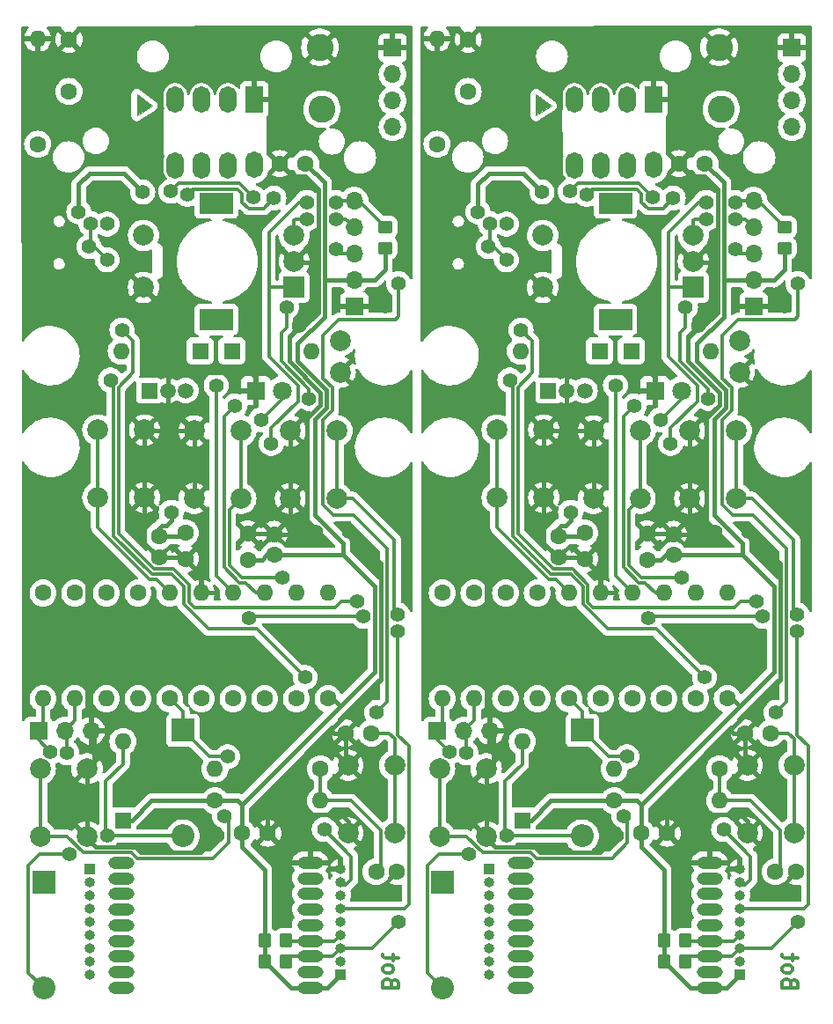
<source format=gbl>
G04 #@! TF.GenerationSoftware,KiCad,Pcbnew,7.0.1*
G04 #@! TF.CreationDate,2023-11-25T15:53:10+01:00*
G04 #@! TF.ProjectId,Spotify_controller_nutzen,53706f74-6966-4795-9f63-6f6e74726f6c,rev?*
G04 #@! TF.SameCoordinates,Original*
G04 #@! TF.FileFunction,Copper,L2,Bot*
G04 #@! TF.FilePolarity,Positive*
%FSLAX46Y46*%
G04 Gerber Fmt 4.6, Leading zero omitted, Abs format (unit mm)*
G04 Created by KiCad (PCBNEW 7.0.1) date 2023-11-25 15:53:10*
%MOMM*%
%LPD*%
G01*
G04 APERTURE LIST*
G04 Aperture macros list*
%AMRoundRect*
0 Rectangle with rounded corners*
0 $1 Rounding radius*
0 $2 $3 $4 $5 $6 $7 $8 $9 X,Y pos of 4 corners*
0 Add a 4 corners polygon primitive as box body*
4,1,4,$2,$3,$4,$5,$6,$7,$8,$9,$2,$3,0*
0 Add four circle primitives for the rounded corners*
1,1,$1+$1,$2,$3*
1,1,$1+$1,$4,$5*
1,1,$1+$1,$6,$7*
1,1,$1+$1,$8,$9*
0 Add four rect primitives between the rounded corners*
20,1,$1+$1,$2,$3,$4,$5,0*
20,1,$1+$1,$4,$5,$6,$7,0*
20,1,$1+$1,$6,$7,$8,$9,0*
20,1,$1+$1,$8,$9,$2,$3,0*%
G04 Aperture macros list end*
%ADD10C,0.300000*%
G04 #@! TA.AperFunction,NonConductor*
%ADD11C,0.300000*%
G04 #@! TD*
G04 #@! TA.AperFunction,EtchedComponent*
%ADD12C,0.050000*%
G04 #@! TD*
G04 #@! TA.AperFunction,SMDPad,CuDef*
%ADD13RoundRect,0.250000X0.450000X-0.350000X0.450000X0.350000X-0.450000X0.350000X-0.450000X-0.350000X0*%
G04 #@! TD*
G04 #@! TA.AperFunction,ComponentPad*
%ADD14R,2.200000X2.200000*%
G04 #@! TD*
G04 #@! TA.AperFunction,ComponentPad*
%ADD15O,2.200000X2.200000*%
G04 #@! TD*
G04 #@! TA.AperFunction,SMDPad,CuDef*
%ADD16RoundRect,0.250000X-0.350000X-0.450000X0.350000X-0.450000X0.350000X0.450000X-0.350000X0.450000X0*%
G04 #@! TD*
G04 #@! TA.AperFunction,ComponentPad*
%ADD17C,1.600000*%
G04 #@! TD*
G04 #@! TA.AperFunction,ComponentPad*
%ADD18O,1.600000X1.600000*%
G04 #@! TD*
G04 #@! TA.AperFunction,ComponentPad*
%ADD19R,1.700000X1.700000*%
G04 #@! TD*
G04 #@! TA.AperFunction,ComponentPad*
%ADD20O,1.700000X1.700000*%
G04 #@! TD*
G04 #@! TA.AperFunction,ComponentPad*
%ADD21R,1.600000X1.600000*%
G04 #@! TD*
G04 #@! TA.AperFunction,ComponentPad*
%ADD22R,1.700000X2.550000*%
G04 #@! TD*
G04 #@! TA.AperFunction,ComponentPad*
%ADD23O,1.700000X2.550000*%
G04 #@! TD*
G04 #@! TA.AperFunction,ComponentPad*
%ADD24C,2.000000*%
G04 #@! TD*
G04 #@! TA.AperFunction,ComponentPad*
%ADD25R,1.000000X1.000000*%
G04 #@! TD*
G04 #@! TA.AperFunction,ComponentPad*
%ADD26O,1.000000X1.000000*%
G04 #@! TD*
G04 #@! TA.AperFunction,ComponentPad*
%ADD27C,2.600000*%
G04 #@! TD*
G04 #@! TA.AperFunction,ComponentPad*
%ADD28R,1.500000X1.500000*%
G04 #@! TD*
G04 #@! TA.AperFunction,ComponentPad*
%ADD29C,1.500000*%
G04 #@! TD*
G04 #@! TA.AperFunction,ComponentPad*
%ADD30R,1.800000X1.800000*%
G04 #@! TD*
G04 #@! TA.AperFunction,ComponentPad*
%ADD31C,1.800000*%
G04 #@! TD*
G04 #@! TA.AperFunction,ComponentPad*
%ADD32R,2.000000X2.000000*%
G04 #@! TD*
G04 #@! TA.AperFunction,ComponentPad*
%ADD33R,3.200000X2.000000*%
G04 #@! TD*
G04 #@! TA.AperFunction,ComponentPad*
%ADD34O,2.500000X1.200000*%
G04 #@! TD*
G04 #@! TA.AperFunction,ViaPad*
%ADD35C,1.400000*%
G04 #@! TD*
G04 #@! TA.AperFunction,Conductor*
%ADD36C,0.300000*%
G04 #@! TD*
G04 #@! TA.AperFunction,Conductor*
%ADD37C,0.400000*%
G04 #@! TD*
G04 APERTURE END LIST*
D10*
D11*
X102518285Y-134651857D02*
X102446857Y-134437571D01*
X102446857Y-134437571D02*
X102375428Y-134366142D01*
X102375428Y-134366142D02*
X102232571Y-134294714D01*
X102232571Y-134294714D02*
X102018285Y-134294714D01*
X102018285Y-134294714D02*
X101875428Y-134366142D01*
X101875428Y-134366142D02*
X101804000Y-134437571D01*
X101804000Y-134437571D02*
X101732571Y-134580428D01*
X101732571Y-134580428D02*
X101732571Y-135151857D01*
X101732571Y-135151857D02*
X103232571Y-135151857D01*
X103232571Y-135151857D02*
X103232571Y-134651857D01*
X103232571Y-134651857D02*
X103161142Y-134509000D01*
X103161142Y-134509000D02*
X103089714Y-134437571D01*
X103089714Y-134437571D02*
X102946857Y-134366142D01*
X102946857Y-134366142D02*
X102804000Y-134366142D01*
X102804000Y-134366142D02*
X102661142Y-134437571D01*
X102661142Y-134437571D02*
X102589714Y-134509000D01*
X102589714Y-134509000D02*
X102518285Y-134651857D01*
X102518285Y-134651857D02*
X102518285Y-135151857D01*
X101732571Y-133437571D02*
X101804000Y-133580428D01*
X101804000Y-133580428D02*
X101875428Y-133651857D01*
X101875428Y-133651857D02*
X102018285Y-133723285D01*
X102018285Y-133723285D02*
X102446857Y-133723285D01*
X102446857Y-133723285D02*
X102589714Y-133651857D01*
X102589714Y-133651857D02*
X102661142Y-133580428D01*
X102661142Y-133580428D02*
X102732571Y-133437571D01*
X102732571Y-133437571D02*
X102732571Y-133223285D01*
X102732571Y-133223285D02*
X102661142Y-133080428D01*
X102661142Y-133080428D02*
X102589714Y-133009000D01*
X102589714Y-133009000D02*
X102446857Y-132937571D01*
X102446857Y-132937571D02*
X102018285Y-132937571D01*
X102018285Y-132937571D02*
X101875428Y-133009000D01*
X101875428Y-133009000D02*
X101804000Y-133080428D01*
X101804000Y-133080428D02*
X101732571Y-133223285D01*
X101732571Y-133223285D02*
X101732571Y-133437571D01*
X102732571Y-132508999D02*
X102732571Y-131937571D01*
X103232571Y-132294714D02*
X101946857Y-132294714D01*
X101946857Y-132294714D02*
X101804000Y-132223285D01*
X101804000Y-132223285D02*
X101732571Y-132080428D01*
X101732571Y-132080428D02*
X101732571Y-131937571D01*
D10*
D11*
X64088285Y-134651857D02*
X64016857Y-134437571D01*
X64016857Y-134437571D02*
X63945428Y-134366142D01*
X63945428Y-134366142D02*
X63802571Y-134294714D01*
X63802571Y-134294714D02*
X63588285Y-134294714D01*
X63588285Y-134294714D02*
X63445428Y-134366142D01*
X63445428Y-134366142D02*
X63374000Y-134437571D01*
X63374000Y-134437571D02*
X63302571Y-134580428D01*
X63302571Y-134580428D02*
X63302571Y-135151857D01*
X63302571Y-135151857D02*
X64802571Y-135151857D01*
X64802571Y-135151857D02*
X64802571Y-134651857D01*
X64802571Y-134651857D02*
X64731142Y-134509000D01*
X64731142Y-134509000D02*
X64659714Y-134437571D01*
X64659714Y-134437571D02*
X64516857Y-134366142D01*
X64516857Y-134366142D02*
X64374000Y-134366142D01*
X64374000Y-134366142D02*
X64231142Y-134437571D01*
X64231142Y-134437571D02*
X64159714Y-134509000D01*
X64159714Y-134509000D02*
X64088285Y-134651857D01*
X64088285Y-134651857D02*
X64088285Y-135151857D01*
X63302571Y-133437571D02*
X63374000Y-133580428D01*
X63374000Y-133580428D02*
X63445428Y-133651857D01*
X63445428Y-133651857D02*
X63588285Y-133723285D01*
X63588285Y-133723285D02*
X64016857Y-133723285D01*
X64016857Y-133723285D02*
X64159714Y-133651857D01*
X64159714Y-133651857D02*
X64231142Y-133580428D01*
X64231142Y-133580428D02*
X64302571Y-133437571D01*
X64302571Y-133437571D02*
X64302571Y-133223285D01*
X64302571Y-133223285D02*
X64231142Y-133080428D01*
X64231142Y-133080428D02*
X64159714Y-133009000D01*
X64159714Y-133009000D02*
X64016857Y-132937571D01*
X64016857Y-132937571D02*
X63588285Y-132937571D01*
X63588285Y-132937571D02*
X63445428Y-133009000D01*
X63445428Y-133009000D02*
X63374000Y-133080428D01*
X63374000Y-133080428D02*
X63302571Y-133223285D01*
X63302571Y-133223285D02*
X63302571Y-133437571D01*
X64302571Y-132508999D02*
X64302571Y-131937571D01*
X64802571Y-132294714D02*
X63516857Y-132294714D01*
X63516857Y-132294714D02*
X63374000Y-132223285D01*
X63374000Y-132223285D02*
X63302571Y-132080428D01*
X63302571Y-132080428D02*
X63302571Y-131937571D01*
D12*
X79509600Y-50313000D02*
X78036400Y-51278200D01*
X78036400Y-49246200D01*
X79509600Y-50313000D01*
G04 #@! TA.AperFunction,EtchedComponent*
G36*
X79509600Y-50313000D02*
G01*
X78036400Y-51278200D01*
X78036400Y-49246200D01*
X79509600Y-50313000D01*
G37*
G04 #@! TD.AperFunction*
X41079600Y-50313000D02*
X39606400Y-51278200D01*
X39606400Y-49246200D01*
X41079600Y-50313000D01*
G04 #@! TA.AperFunction,EtchedComponent*
G36*
X41079600Y-50313000D02*
G01*
X39606400Y-51278200D01*
X39606400Y-49246200D01*
X41079600Y-50313000D01*
G37*
G04 #@! TD.AperFunction*
D13*
X101930000Y-63992000D03*
X101930000Y-61992000D03*
D14*
X82473600Y-110388400D03*
D15*
X82473600Y-120548400D03*
D16*
X90363600Y-132588000D03*
X92363600Y-132588000D03*
D17*
X95710000Y-114090000D03*
D18*
X85550000Y-114090000D03*
D19*
X68554400Y-110413800D03*
D20*
X71094400Y-110413800D03*
X73634400Y-110413800D03*
D16*
X90363600Y-130606800D03*
X92363600Y-130606800D03*
D21*
X87198000Y-73914000D03*
D18*
X94818000Y-73914000D03*
D17*
X88714001Y-93980000D03*
X88714001Y-91480000D03*
X68500000Y-54019999D03*
D18*
X68500000Y-43859999D03*
D22*
X89357000Y-49717400D03*
D23*
X86817000Y-49717400D03*
X84277000Y-49717400D03*
X81737000Y-49717400D03*
X89357000Y-55997400D03*
X86817000Y-56037400D03*
X84277000Y-56037400D03*
X81737000Y-56037400D03*
D17*
X81203600Y-107340400D03*
D18*
X81203600Y-97180400D03*
D24*
X88051000Y-81586000D03*
X88051000Y-88086000D03*
X83551000Y-81586000D03*
X83551000Y-88086000D03*
X102870000Y-113749100D03*
X102870000Y-120249100D03*
X98370000Y-113749100D03*
X98370000Y-120249100D03*
D17*
X85557801Y-117152400D03*
D18*
X95717801Y-117152400D03*
D17*
X98120000Y-110650000D03*
X100620000Y-110650000D03*
D25*
X97662800Y-133858000D03*
D26*
X97662800Y-132588000D03*
X97662800Y-131318000D03*
X97662800Y-130048000D03*
X97662800Y-128778000D03*
X97662800Y-127508000D03*
X97662800Y-126238000D03*
X97662800Y-124968000D03*
X97662800Y-123698000D03*
D17*
X88148600Y-120276600D03*
X90648600Y-120276600D03*
X82704001Y-91399999D03*
X82704001Y-93899999D03*
D21*
X84150000Y-73914000D03*
D18*
X76530000Y-73914000D03*
D17*
X72059600Y-97180400D03*
D18*
X72059600Y-107340400D03*
D17*
X84251600Y-107340400D03*
D18*
X84251600Y-97180400D03*
D27*
X95656200Y-44704000D03*
D17*
X69011600Y-97180400D03*
D18*
X69011600Y-107340400D03*
D19*
X98970000Y-69640000D03*
D20*
X98970000Y-67100000D03*
X98970000Y-64560000D03*
X98970000Y-62020000D03*
X98970000Y-59480000D03*
D24*
X97612000Y-75946000D03*
D17*
X87299600Y-107340400D03*
D18*
X87299600Y-97180400D03*
D17*
X101066400Y-123977400D03*
X103066400Y-123977400D03*
D27*
X95859400Y-50647600D03*
D14*
X69062400Y-125018800D03*
D15*
X69062400Y-135178800D03*
D19*
X102666600Y-44754800D03*
D20*
X102666600Y-47294800D03*
X102666600Y-49834800D03*
X102666600Y-52374800D03*
D28*
X79222400Y-77724000D03*
D29*
X81000400Y-77710400D03*
X82727600Y-77710400D03*
D24*
X97612000Y-72912000D03*
X74280000Y-88000000D03*
X74280000Y-81500000D03*
X78780000Y-88000000D03*
X78780000Y-81500000D03*
D17*
X75107600Y-97180400D03*
D18*
X75107600Y-107340400D03*
D21*
X76707800Y-119075200D03*
D18*
X76707800Y-111455200D03*
D17*
X90347600Y-107340400D03*
D18*
X90347600Y-97180400D03*
D17*
X96443600Y-107340400D03*
D18*
X96443600Y-97180400D03*
D30*
X89484000Y-77712000D03*
D31*
X92024000Y-77712000D03*
D17*
X93395600Y-107340400D03*
D18*
X93395600Y-97180400D03*
D17*
X80164001Y-91739998D03*
X80164001Y-93739998D03*
X71500800Y-43950000D03*
X71500800Y-48950000D03*
D24*
X68750000Y-120590000D03*
X68750000Y-114090000D03*
X73250000Y-120590000D03*
X73250000Y-114090000D03*
X97322000Y-81586000D03*
X97322000Y-88086000D03*
X92822000Y-81586000D03*
X92822000Y-88086000D03*
D17*
X91262000Y-93539999D03*
X91262000Y-91539999D03*
D25*
X73532800Y-123708000D03*
D26*
X73532800Y-124978000D03*
X73532800Y-126248000D03*
X73532800Y-127518000D03*
X73532800Y-128788000D03*
X73532800Y-130058000D03*
X73532800Y-131328000D03*
X73532800Y-132598000D03*
X73532800Y-133868000D03*
D17*
X91790000Y-55880000D03*
X94290000Y-55880000D03*
X78155600Y-97180400D03*
D18*
X78155600Y-107340400D03*
D32*
X93178000Y-67790000D03*
D24*
X93178000Y-62790000D03*
X93178000Y-65290000D03*
D33*
X85678000Y-70890000D03*
X85678000Y-59690000D03*
D24*
X78678000Y-62790000D03*
X78678000Y-67790000D03*
D34*
X94730000Y-135128000D03*
X94730000Y-133628000D03*
X94730000Y-132138000D03*
X94730000Y-130628000D03*
X94730000Y-129128000D03*
X94730000Y-127628000D03*
X94730000Y-126128000D03*
X94730000Y-124628000D03*
X94730000Y-123128000D03*
X76530000Y-123158000D03*
X76530000Y-124628000D03*
X76530000Y-126128000D03*
X76530000Y-127628000D03*
X76530000Y-129128000D03*
X76530000Y-130628000D03*
X76530000Y-132128000D03*
X76530000Y-133628000D03*
X76530000Y-135128000D03*
D17*
X53360000Y-55880000D03*
X55860000Y-55880000D03*
X58013600Y-107340400D03*
D18*
X58013600Y-97180400D03*
D17*
X51917600Y-107340400D03*
D18*
X51917600Y-97180400D03*
D25*
X35102800Y-123708000D03*
D26*
X35102800Y-124978000D03*
X35102800Y-126248000D03*
X35102800Y-127518000D03*
X35102800Y-128788000D03*
X35102800Y-130058000D03*
X35102800Y-131328000D03*
X35102800Y-132598000D03*
X35102800Y-133868000D03*
D17*
X52832000Y-93539999D03*
X52832000Y-91539999D03*
D24*
X58892000Y-81586000D03*
X58892000Y-88086000D03*
X54392000Y-81586000D03*
X54392000Y-88086000D03*
X30320000Y-120590000D03*
X30320000Y-114090000D03*
X34820000Y-120590000D03*
X34820000Y-114090000D03*
D17*
X33070800Y-43950000D03*
X33070800Y-48950000D03*
X41734001Y-91739998D03*
X41734001Y-93739998D03*
X54965600Y-107340400D03*
D18*
X54965600Y-97180400D03*
D30*
X51054000Y-77712000D03*
D31*
X53594000Y-77712000D03*
D34*
X56300000Y-135128000D03*
X56300000Y-133628000D03*
X56300000Y-132138000D03*
X56300000Y-130628000D03*
X56300000Y-129128000D03*
X56300000Y-127628000D03*
X56300000Y-126128000D03*
X56300000Y-124628000D03*
X56300000Y-123128000D03*
X38100000Y-123158000D03*
X38100000Y-124628000D03*
X38100000Y-126128000D03*
X38100000Y-127628000D03*
X38100000Y-129128000D03*
X38100000Y-130628000D03*
X38100000Y-132128000D03*
X38100000Y-133628000D03*
X38100000Y-135128000D03*
D32*
X54748000Y-67790000D03*
D24*
X54748000Y-62790000D03*
X54748000Y-65290000D03*
D33*
X47248000Y-70890000D03*
X47248000Y-59690000D03*
D24*
X40248000Y-62790000D03*
X40248000Y-67790000D03*
D17*
X39725600Y-97180400D03*
D18*
X39725600Y-107340400D03*
D24*
X59182000Y-72912000D03*
D19*
X64236600Y-44754800D03*
D20*
X64236600Y-47294800D03*
X64236600Y-49834800D03*
X64236600Y-52374800D03*
D14*
X30632400Y-125018800D03*
D15*
X30632400Y-135178800D03*
D17*
X36677600Y-97180400D03*
D18*
X36677600Y-107340400D03*
D27*
X57429400Y-50647600D03*
D21*
X38277800Y-119075200D03*
D18*
X38277800Y-111455200D03*
D24*
X35850000Y-88000000D03*
X35850000Y-81500000D03*
X40350000Y-88000000D03*
X40350000Y-81500000D03*
D28*
X40792400Y-77724000D03*
D29*
X42570400Y-77710400D03*
X44297600Y-77710400D03*
D17*
X62636400Y-123977400D03*
X64636400Y-123977400D03*
D24*
X49621000Y-81586000D03*
X49621000Y-88086000D03*
X45121000Y-81586000D03*
X45121000Y-88086000D03*
D25*
X59232800Y-133858000D03*
D26*
X59232800Y-132588000D03*
X59232800Y-131318000D03*
X59232800Y-130048000D03*
X59232800Y-128778000D03*
X59232800Y-127508000D03*
X59232800Y-126238000D03*
X59232800Y-124968000D03*
X59232800Y-123698000D03*
D17*
X30581600Y-97180400D03*
D18*
X30581600Y-107340400D03*
D17*
X42773600Y-107340400D03*
D18*
X42773600Y-97180400D03*
D17*
X59690000Y-110650000D03*
X62190000Y-110650000D03*
D27*
X57226200Y-44704000D03*
D17*
X45821600Y-107340400D03*
D18*
X45821600Y-97180400D03*
D17*
X48869600Y-107340400D03*
D18*
X48869600Y-97180400D03*
D24*
X64440000Y-113749100D03*
X64440000Y-120249100D03*
X59940000Y-113749100D03*
X59940000Y-120249100D03*
X59182000Y-75946000D03*
D17*
X49718600Y-120276600D03*
X52218600Y-120276600D03*
X47127801Y-117152400D03*
D18*
X57287801Y-117152400D03*
D21*
X45720000Y-73914000D03*
D18*
X38100000Y-73914000D03*
D17*
X33629600Y-97180400D03*
D18*
X33629600Y-107340400D03*
D19*
X60540000Y-69640000D03*
D20*
X60540000Y-67100000D03*
X60540000Y-64560000D03*
X60540000Y-62020000D03*
X60540000Y-59480000D03*
D17*
X44274001Y-91399999D03*
X44274001Y-93899999D03*
D19*
X30124400Y-110413800D03*
D20*
X32664400Y-110413800D03*
X35204400Y-110413800D03*
D17*
X50284001Y-93980000D03*
X50284001Y-91480000D03*
D22*
X50927000Y-49717400D03*
D23*
X48387000Y-49717400D03*
X45847000Y-49717400D03*
X43307000Y-49717400D03*
X50927000Y-55997400D03*
X48387000Y-56037400D03*
X45847000Y-56037400D03*
X43307000Y-56037400D03*
D14*
X44043600Y-110388400D03*
D15*
X44043600Y-120548400D03*
D21*
X48768000Y-73914000D03*
D18*
X56388000Y-73914000D03*
D17*
X30070000Y-54019999D03*
D18*
X30070000Y-43859999D03*
D17*
X57280000Y-114090000D03*
D18*
X47120000Y-114090000D03*
D16*
X51933600Y-130606800D03*
X53933600Y-130606800D03*
X51933600Y-132588000D03*
X53933600Y-132588000D03*
D13*
X63500000Y-63992000D03*
X63500000Y-61992000D03*
D35*
X69711704Y-112451941D03*
X75182241Y-61705251D03*
X85674000Y-77216000D03*
X86774131Y-112911100D03*
X103170500Y-99263200D03*
X71548465Y-122326400D03*
X88823600Y-99601500D03*
X75178500Y-65125600D03*
X73448500Y-63872000D03*
X73583338Y-61661452D03*
X75183800Y-120499100D03*
X99871000Y-99415600D03*
X92024000Y-95707200D03*
X71308119Y-112551262D03*
X87477400Y-79197200D03*
X103250800Y-67437000D03*
X97187500Y-61214000D03*
X95242026Y-91302211D03*
X91236600Y-59207400D03*
X76597000Y-71882000D03*
X81330600Y-58547000D03*
X89238100Y-59154300D03*
X103174664Y-100862697D03*
X94600500Y-78486000D03*
X97187500Y-64160400D03*
X101930000Y-69596000D03*
X101117200Y-108661200D03*
X94388500Y-59614497D03*
X87706000Y-75946000D03*
X97187500Y-59614497D03*
X78612800Y-58623200D03*
X72446436Y-60536347D03*
X85792900Y-120514900D03*
X89992000Y-80518000D03*
X93659536Y-71485536D03*
X96088000Y-119913400D03*
X86470268Y-118603602D03*
X94244100Y-105308400D03*
X74777400Y-94970600D03*
X103250800Y-128778000D03*
X92430400Y-69689502D03*
X98490211Y-91302211D03*
X82905400Y-58851800D03*
X75506645Y-76701176D03*
X99245700Y-97943390D03*
X94388500Y-61214000D03*
X81356000Y-89408000D03*
X90979615Y-82804000D03*
X42926000Y-89408000D03*
X47362900Y-120514900D03*
X60060211Y-91302211D03*
X55229536Y-71485536D03*
X49276000Y-75946000D03*
X63500000Y-69596000D03*
X56812026Y-91302211D03*
X36347400Y-94970600D03*
X57658000Y-119913400D03*
X51562000Y-80518000D03*
X34016436Y-60536347D03*
X40182800Y-58623200D03*
X52549615Y-82804000D03*
X58757500Y-59614497D03*
X55958500Y-59614497D03*
X58757500Y-61214000D03*
X64820800Y-128778000D03*
X64820800Y-67437000D03*
X55958500Y-61214000D03*
X62687200Y-108661200D03*
X58757500Y-64160400D03*
X54000400Y-69689502D03*
X56170500Y-78486000D03*
X38167000Y-71882000D03*
X64744664Y-100862697D03*
X50808100Y-59154300D03*
X60815700Y-97943390D03*
X42900600Y-58547000D03*
X52806600Y-59207400D03*
X37076645Y-76701176D03*
X44475400Y-58851800D03*
X55814100Y-105308400D03*
X48040268Y-118603602D03*
X36752241Y-61705251D03*
X35153338Y-61661452D03*
X36748500Y-65125600D03*
X35018500Y-63872000D03*
X36753800Y-120499100D03*
X33118465Y-122326400D03*
X49047400Y-79197200D03*
X47244000Y-77216000D03*
X48344131Y-112911100D03*
X31281704Y-112451941D03*
X32878119Y-112551262D03*
X53594000Y-95707200D03*
X61441000Y-99415600D03*
X64740500Y-99263200D03*
X50393600Y-99601500D03*
D36*
X68554400Y-111294637D02*
X68554400Y-110413800D01*
X84996300Y-112911100D02*
X86774131Y-112911100D01*
X69011600Y-107340400D02*
X69011600Y-109956600D01*
X81203600Y-107340400D02*
X82473600Y-108610400D01*
X69011600Y-109956600D02*
X68554400Y-110413800D01*
X71308119Y-112551262D02*
X71308119Y-110627519D01*
X84996300Y-112911100D02*
X82473600Y-110388400D01*
X72059600Y-109448600D02*
X71094400Y-110413800D01*
X71308119Y-110627519D02*
X71094400Y-110413800D01*
X72059600Y-107340400D02*
X72059600Y-109448600D01*
X69711704Y-112451941D02*
X68554400Y-111294637D01*
X82473600Y-108610400D02*
X82473600Y-110388400D01*
X75056800Y-120218200D02*
X75463200Y-120624600D01*
X86436000Y-80238600D02*
X86436000Y-94687107D01*
X75233100Y-120548400D02*
X82473600Y-120548400D01*
X98686400Y-117152400D02*
X101520000Y-119986000D01*
X95717801Y-117152400D02*
X98686400Y-117152400D01*
X86436000Y-94687107D02*
X87940310Y-96191416D01*
X95717801Y-114097801D02*
X95710000Y-114090000D01*
X75463200Y-120624600D02*
X75309300Y-120624600D01*
X95717801Y-117152400D02*
X95717801Y-114097801D01*
X75056800Y-115290600D02*
X75056800Y-120218200D01*
X76707800Y-111455200D02*
X76707800Y-113639600D01*
X101520000Y-123523800D02*
X101066400Y-123977400D01*
X101520000Y-119986000D02*
X101520000Y-123523800D01*
X67612400Y-123420800D02*
X67612400Y-133728800D01*
X75309300Y-120624600D02*
X75183800Y-120499100D01*
X68706800Y-122326400D02*
X67612400Y-123420800D01*
X85674000Y-95554800D02*
X85674000Y-77216000D01*
X89484000Y-97180400D02*
X90347600Y-97180400D01*
X75183800Y-120499100D02*
X75233100Y-120548400D01*
X87940310Y-96191416D02*
X88495016Y-96191416D01*
X88495016Y-96191416D02*
X89484000Y-97180400D01*
X87477400Y-79197200D02*
X86436000Y-80238600D01*
X76707800Y-113639600D02*
X75056800Y-115290600D01*
X71548465Y-122326400D02*
X68706800Y-122326400D01*
X67612400Y-133728800D02*
X69062400Y-135178800D01*
X87299600Y-97180400D02*
X85674000Y-95554800D01*
X73924900Y-63872000D02*
X75178500Y-65125600D01*
X73448500Y-63872000D02*
X73924900Y-63872000D01*
X73448500Y-63872000D02*
X73583338Y-63737162D01*
X73583338Y-63737162D02*
X73583338Y-61661452D01*
X85369200Y-122682000D02*
X86842400Y-121208800D01*
X82532400Y-98251106D02*
X84932794Y-100651500D01*
X75776000Y-76970531D02*
X75776000Y-91685449D01*
X87753000Y-58340000D02*
X83417200Y-58340000D01*
X84932794Y-100651500D02*
X89587200Y-100651500D01*
X86842400Y-118975734D02*
X86470268Y-118603602D01*
X77513603Y-122148100D02*
X78047503Y-122682000D01*
X81347692Y-95389998D02*
X82532400Y-96574706D01*
X71340811Y-120590000D02*
X72898911Y-122148100D01*
X91236600Y-59207400D02*
X90239700Y-60204300D01*
X83417200Y-58340000D02*
X82905400Y-58851800D01*
X88188100Y-59589225D02*
X88188100Y-58775100D01*
X86842400Y-121208800D02*
X86842400Y-118975734D01*
X68750000Y-120590000D02*
X68750000Y-114090000D01*
X72898911Y-122148100D02*
X77513603Y-122148100D01*
X68750000Y-120590000D02*
X71340811Y-120590000D01*
X82532400Y-96574706D02*
X82532400Y-98251106D01*
X78047503Y-122682000D02*
X85369200Y-122682000D01*
X88803175Y-60204300D02*
X88188100Y-59589225D01*
X79480549Y-95389998D02*
X81347692Y-95389998D01*
X75506645Y-76701176D02*
X75776000Y-76970531D01*
X75776000Y-91685449D02*
X79480549Y-95389998D01*
X88188100Y-58775100D02*
X87753000Y-58340000D01*
X89587200Y-100651500D02*
X94244100Y-105308400D01*
X90239700Y-60204300D02*
X88803175Y-60204300D01*
X96646800Y-130628000D02*
X97082800Y-130628000D01*
X93294000Y-130628000D02*
X92989200Y-130628000D01*
X97187500Y-64160400D02*
X97587100Y-64560000D01*
X92430400Y-71653400D02*
X91922400Y-72161400D01*
X104220000Y-127123000D02*
X103835000Y-127508000D01*
X89238100Y-59117994D02*
X89238100Y-59154300D01*
X83540400Y-98552000D02*
X83032400Y-98044000D01*
X87921906Y-57801800D02*
X89238100Y-59117994D01*
X79014001Y-94216344D02*
X79014001Y-94193819D01*
X81554798Y-94889998D02*
X79687655Y-94889998D01*
X81330600Y-58547000D02*
X82075800Y-57801800D01*
X79014001Y-94193819D02*
X76276000Y-91455818D01*
X79687655Y-94889998D02*
X79014001Y-94216344D01*
X103174664Y-110824357D02*
X104220000Y-111869693D01*
X97129400Y-98552000D02*
X83540400Y-98552000D01*
X97587100Y-64560000D02*
X98970000Y-64560000D01*
X97082800Y-130628000D02*
X97662800Y-130048000D01*
X77680000Y-72965000D02*
X76597000Y-71882000D01*
X83032400Y-96367600D02*
X81554798Y-94889998D01*
X76276000Y-77415000D02*
X77680000Y-76011000D01*
X92363600Y-130606800D02*
X92384800Y-130628000D01*
X92430400Y-69689502D02*
X92430400Y-71653400D01*
X96646800Y-130628000D02*
X96925400Y-130628000D01*
X91922400Y-74883294D02*
X94600500Y-77561394D01*
X94730000Y-130628000D02*
X96646800Y-130628000D01*
X94730000Y-130628000D02*
X93294000Y-130628000D01*
X103174664Y-100862697D02*
X103174664Y-110824357D01*
X77680000Y-76011000D02*
X77680000Y-72965000D01*
X97738010Y-97943390D02*
X97129400Y-98552000D01*
X94600500Y-77561394D02*
X94600500Y-78486000D01*
X91922400Y-72161400D02*
X91922400Y-74883294D01*
X76276000Y-91455818D02*
X76276000Y-77415000D01*
X104220000Y-111869693D02*
X104220000Y-127123000D01*
X83032400Y-98044000D02*
X83032400Y-96367600D01*
X103835000Y-127508000D02*
X97662800Y-127508000D01*
X82075800Y-57801800D02*
X87921906Y-57801800D01*
X92384800Y-130628000D02*
X92989200Y-130628000D01*
X99245700Y-97943390D02*
X97738010Y-97943390D01*
X93243200Y-132138000D02*
X93471800Y-132138000D01*
X100710800Y-131318000D02*
X103250800Y-128778000D01*
X94388500Y-61214000D02*
X93294000Y-61214000D01*
X98164000Y-61214000D02*
X98970000Y-62020000D01*
X96095000Y-80391000D02*
X96088000Y-80391000D01*
X93294000Y-61214000D02*
X93167000Y-61341000D01*
X95972000Y-88645189D02*
X96988811Y-89662000D01*
X93167000Y-61341000D02*
X93178000Y-61352000D01*
X98882000Y-89662000D02*
X102120500Y-92900500D01*
X103250800Y-70561200D02*
X102946000Y-70866000D01*
X93178000Y-61352000D02*
X93178000Y-62790000D01*
X95968000Y-72383000D02*
X95968000Y-76524730D01*
X95968000Y-76524730D02*
X96850000Y-77406730D01*
X97662800Y-131318000D02*
X100710800Y-131318000D01*
X93471800Y-132138000D02*
X94730000Y-132138000D01*
X96842800Y-132138000D02*
X97662800Y-131318000D01*
X102120500Y-107657900D02*
X101117200Y-108661200D01*
X102946000Y-70866000D02*
X97485000Y-70866000D01*
X96988811Y-89662000D02*
X98882000Y-89662000D01*
X97187500Y-61214000D02*
X98164000Y-61214000D01*
X96850000Y-77406730D02*
X96850000Y-79636000D01*
X97485000Y-70866000D02*
X95968000Y-72383000D01*
X93471800Y-132138000D02*
X96842800Y-132138000D01*
X92363600Y-132588000D02*
X92813600Y-132138000D01*
X92813600Y-132138000D02*
X93243200Y-132138000D01*
X102120500Y-92900500D02*
X102120500Y-107657900D01*
X96088000Y-80391000D02*
X95972000Y-80507000D01*
X95972000Y-80507000D02*
X95972000Y-88645189D01*
X96850000Y-79636000D02*
X96095000Y-80391000D01*
X103250800Y-67437000D02*
X103250800Y-70561200D01*
X88051000Y-81586000D02*
X88051000Y-88086000D01*
X98830000Y-88086000D02*
X97322000Y-88086000D01*
X74280000Y-81586000D02*
X74280000Y-90896555D01*
X88823600Y-99601500D02*
X89009500Y-99415600D01*
X92024000Y-95707200D02*
X92008216Y-95691416D01*
X102793600Y-92049600D02*
X98830000Y-88086000D01*
X86936000Y-89201000D02*
X88051000Y-88086000D01*
X79273443Y-95889998D02*
X79913198Y-95889998D01*
X74280000Y-90896555D02*
X79273443Y-95889998D01*
X88147416Y-95691416D02*
X86936000Y-94480000D01*
X79913198Y-95889998D02*
X81203600Y-97180400D01*
X86936000Y-94480000D02*
X86936000Y-89201000D01*
X102793600Y-98886300D02*
X102793600Y-92049600D01*
X97322000Y-81586000D02*
X97322000Y-88086000D01*
X89009500Y-99415600D02*
X99871000Y-99415600D01*
X92008216Y-95691416D02*
X88147416Y-95691416D01*
X103170500Y-99263200D02*
X102793600Y-98886300D01*
X93548000Y-77216000D02*
X90754000Y-74422000D01*
X90782000Y-67790000D02*
X90754000Y-67818000D01*
X90754000Y-67818000D02*
X90754000Y-62534800D01*
X99418000Y-59480000D02*
X101930000Y-61992000D01*
X90979615Y-82804000D02*
X90979615Y-81308385D01*
X92024000Y-78486000D02*
X92024000Y-77712000D01*
X93674303Y-59614497D02*
X94388500Y-59614497D01*
D37*
X72446436Y-57880764D02*
X73482000Y-56845200D01*
D36*
X97789800Y-125272800D02*
X98170800Y-125272800D01*
X90979615Y-81308385D02*
X93548000Y-78740000D01*
X97187500Y-59614497D02*
X97321997Y-59480000D01*
X93178000Y-67790000D02*
X90782000Y-67790000D01*
X89992000Y-80518000D02*
X92024000Y-78486000D01*
X98970000Y-59480000D02*
X99418000Y-59480000D01*
X90754000Y-74422000D02*
X90754000Y-67818000D01*
X98685800Y-124757800D02*
X98170800Y-125272800D01*
X97967600Y-125272800D02*
X97662800Y-124968000D01*
D37*
X76834800Y-56845200D02*
X78612800Y-58623200D01*
X73482000Y-56845200D02*
X76834800Y-56845200D01*
D36*
X102870000Y-113749100D02*
X102870000Y-120249100D01*
D37*
X72446436Y-60536347D02*
X72446436Y-57880764D01*
D36*
X102293200Y-110650000D02*
X102870000Y-111226800D01*
X102870000Y-111226800D02*
X102870000Y-113749100D01*
X100620000Y-110650000D02*
X102293200Y-110650000D01*
X98685800Y-122511200D02*
X98685800Y-124757800D01*
X96088000Y-119913400D02*
X98685800Y-122511200D01*
X98170800Y-125272800D02*
X97967600Y-125272800D01*
X97321997Y-59480000D02*
X98970000Y-59480000D01*
X93548000Y-78740000D02*
X93548000Y-77216000D01*
X90754000Y-62534800D02*
X93674303Y-59614497D01*
D37*
X96300000Y-77634548D02*
X93497200Y-74831748D01*
X90500000Y-93539999D02*
X91363600Y-93539999D01*
X88148600Y-121600600D02*
X88148600Y-120276600D01*
X96443600Y-107340400D02*
X96900800Y-107340400D01*
X96900800Y-107340400D02*
X97561200Y-108000800D01*
X90363600Y-132588000D02*
X90363600Y-130606800D01*
X96392800Y-135128000D02*
X97662800Y-133858000D01*
X88148600Y-120276600D02*
X88148600Y-117551200D01*
X77546000Y-119075200D02*
X76707800Y-119075200D01*
X96300000Y-79339943D02*
X96300000Y-77634548D01*
X95199000Y-89703550D02*
X95199000Y-80440943D01*
X96088000Y-70612000D02*
X96088000Y-67335400D01*
X97798001Y-93539999D02*
X97866000Y-93472000D01*
X92278000Y-93539999D02*
X91262000Y-93539999D01*
X100914000Y-67100000D02*
X98970000Y-67100000D01*
X87749800Y-117152400D02*
X88148600Y-117551200D01*
X79468800Y-117152400D02*
X77546000Y-119075200D01*
X93497200Y-73202800D02*
X96088000Y-70612000D01*
X94730000Y-135128000D02*
X96392800Y-135128000D01*
X93167000Y-135128000D02*
X94730000Y-135128000D01*
X96132000Y-67100000D02*
X96088000Y-67056000D01*
X96088000Y-64871600D02*
X96088000Y-67335400D01*
X90363600Y-132588000D02*
X90363600Y-132604000D01*
X91363600Y-93539999D02*
X92278000Y-93539999D01*
X85557801Y-117152400D02*
X79468800Y-117152400D01*
X96088000Y-64871600D02*
X96088000Y-57678000D01*
X85557801Y-117152400D02*
X87749800Y-117152400D01*
X90059999Y-93980000D02*
X88714001Y-93980000D01*
X90363600Y-132604000D02*
X92887600Y-135128000D01*
X101930000Y-66084000D02*
X100914000Y-67100000D01*
X97866000Y-93472000D02*
X97866000Y-92370550D01*
X92278000Y-93539999D02*
X96850000Y-93539999D01*
X98970000Y-67100000D02*
X96132000Y-67100000D01*
X96088000Y-93539999D02*
X96850000Y-93539999D01*
X96088000Y-67335400D02*
X96088000Y-67056000D01*
X93497200Y-74831748D02*
X93497200Y-73202800D01*
X96088000Y-93539999D02*
X97798001Y-93539999D01*
X100970500Y-104729300D02*
X100970500Y-96576500D01*
X90059999Y-93980000D02*
X90500000Y-93539999D01*
X88148600Y-117551200D02*
X100970500Y-104729300D01*
X96088000Y-57678000D02*
X94290000Y-55880000D01*
X95199000Y-80440943D02*
X96300000Y-79339943D01*
X100970500Y-96576500D02*
X97866000Y-93472000D01*
X92887600Y-135128000D02*
X93167000Y-135128000D01*
X90363600Y-123815600D02*
X88148600Y-121600600D01*
X98120000Y-110650000D02*
X98120000Y-113499100D01*
X95700000Y-77883076D02*
X95700000Y-79091415D01*
X73913800Y-113426200D02*
X73250000Y-114090000D01*
X101930000Y-63992000D02*
X101930000Y-66084000D01*
X90363600Y-130606800D02*
X90363600Y-123815600D01*
X88976000Y-75946000D02*
X89484000Y-76454000D01*
X90500000Y-93539999D02*
X91262000Y-93539999D01*
X97866000Y-92370550D02*
X95199000Y-89703550D01*
X98970000Y-69640000D02*
X101886000Y-69640000D01*
X95488000Y-58334200D02*
X94233800Y-57080000D01*
X92684400Y-74867476D02*
X95700000Y-77883076D01*
X94684000Y-80107415D02*
X94437000Y-80354415D01*
X80164001Y-93739998D02*
X82544000Y-93739998D01*
X84175800Y-122132000D02*
X85792900Y-120514900D01*
X78780000Y-88086000D02*
X78780000Y-92355997D01*
X98120000Y-110650000D02*
X97010000Y-110650000D01*
X92278000Y-91539999D02*
X91262000Y-91539999D01*
X92684400Y-72460672D02*
X92684400Y-74867476D01*
X98370000Y-119122000D02*
X98370000Y-120249100D01*
X95700000Y-79091415D02*
X95053707Y-79737707D01*
X91303601Y-91480000D02*
X91363600Y-91539999D01*
X92822000Y-88086000D02*
X92822000Y-91404000D01*
X73250000Y-120590000D02*
X73250000Y-114090000D01*
X82544000Y-93739998D02*
X82704001Y-93899999D01*
X73250000Y-120773600D02*
X74075000Y-121598600D01*
X98120000Y-113499100D02*
X98370000Y-113749100D01*
X92278000Y-91539999D02*
X91194001Y-91539999D01*
X78780000Y-81586000D02*
X81102000Y-81586000D01*
X97010000Y-110650000D02*
X96723000Y-110363000D01*
X93040000Y-91539999D02*
X92532000Y-91539999D01*
X93659536Y-71485536D02*
X94198464Y-71485536D01*
X96723000Y-110363000D02*
X101570500Y-105515500D01*
X95700000Y-79091415D02*
X94684000Y-80107415D01*
X95488000Y-70196000D02*
X95488000Y-58334200D01*
X94233800Y-57080000D02*
X92990000Y-57080000D01*
X93659536Y-71485536D02*
X92684400Y-72460672D01*
X74075000Y-121598600D02*
X77876200Y-121598600D01*
X90648600Y-120276600D02*
X92459600Y-118465600D01*
X101570500Y-94382500D02*
X98490211Y-91302211D01*
X81102000Y-81586000D02*
X83551000Y-81586000D01*
X90246000Y-91480000D02*
X91134002Y-91480000D01*
X92786000Y-91440000D02*
X92686001Y-91539999D01*
X80999000Y-76557000D02*
X80999000Y-77732000D01*
X73259600Y-108134000D02*
X73634400Y-108508800D01*
X92686001Y-91539999D02*
X92532000Y-91539999D01*
X92532000Y-91539999D02*
X92278000Y-91539999D01*
X94437000Y-80354415D02*
X94437000Y-90497185D01*
X77876200Y-121598600D02*
X78409600Y-122132000D01*
X78780000Y-92355997D02*
X80164001Y-93739998D01*
X90648600Y-120276600D02*
X90648600Y-116437400D01*
X73250000Y-120590000D02*
X73250000Y-120773600D01*
X73913800Y-110693200D02*
X73913800Y-113426200D01*
X91202001Y-91480000D02*
X91262000Y-91539999D01*
X97713600Y-118465600D02*
X98370000Y-119122000D01*
X93040000Y-91539999D02*
X91363600Y-91539999D01*
X78409600Y-122132000D02*
X84175800Y-122132000D01*
X90246000Y-91480000D02*
X91303601Y-91480000D01*
X92730000Y-65350000D02*
X95254000Y-65350000D01*
X92990000Y-57080000D02*
X91790000Y-55880000D01*
X90246000Y-91480000D02*
X91202001Y-91480000D01*
X101570500Y-105515500D02*
X101570500Y-94382500D01*
X94684000Y-80107415D02*
X95053707Y-79737707D01*
X94437000Y-90497185D02*
X95242026Y-91302211D01*
X73634400Y-110413800D02*
X73913800Y-110693200D01*
X95004238Y-91539999D02*
X93040000Y-91539999D01*
X89484000Y-76454000D02*
X89484000Y-77712000D01*
X80999000Y-81483000D02*
X81102000Y-81586000D01*
X101886000Y-69640000D02*
X101930000Y-69596000D01*
X95242026Y-91302211D02*
X95004238Y-91539999D01*
X80999000Y-81483000D02*
X80999000Y-77732000D01*
X92822000Y-91404000D02*
X92786000Y-91440000D01*
X83551000Y-81586000D02*
X83551000Y-88086000D01*
X90648600Y-116437400D02*
X96723000Y-110363000D01*
X73634400Y-108508800D02*
X73634400Y-110413800D01*
X88714001Y-91480000D02*
X90246000Y-91480000D01*
X92459600Y-118465600D02*
X97713600Y-118465600D01*
X87706000Y-75946000D02*
X88976000Y-75946000D01*
X81610000Y-75946000D02*
X80999000Y-76557000D01*
X91134002Y-91480000D02*
X91194001Y-91539999D01*
X78780000Y-81586000D02*
X78780000Y-88086000D01*
X73259600Y-96488400D02*
X73259600Y-108134000D01*
X94198464Y-71485536D02*
X95488000Y-70196000D01*
X80999000Y-77707200D02*
X81015800Y-77724000D01*
X87706000Y-75946000D02*
X81610000Y-75946000D01*
X92822000Y-88086000D02*
X92822000Y-81586000D01*
X74777400Y-94970600D02*
X73259600Y-96488400D01*
X80999000Y-76557000D02*
X80999000Y-77707200D01*
X80164001Y-91739998D02*
X82364002Y-91739998D01*
X80164001Y-90932000D02*
X80164001Y-91739998D01*
X80848000Y-90678000D02*
X80418001Y-90678000D01*
X80418001Y-90678000D02*
X80164001Y-90932000D01*
X81356000Y-90170000D02*
X80848000Y-90678000D01*
X81356000Y-89408000D02*
X81356000Y-90170000D01*
X82364002Y-91739998D02*
X82704001Y-91399999D01*
X41988001Y-90678000D02*
X41734001Y-90932000D01*
X42926000Y-90170000D02*
X42418000Y-90678000D01*
X43934002Y-91739998D02*
X44274001Y-91399999D01*
X42926000Y-89408000D02*
X42926000Y-90170000D01*
X42418000Y-90678000D02*
X41988001Y-90678000D01*
X41734001Y-90932000D02*
X41734001Y-91739998D01*
X41734001Y-91739998D02*
X43934002Y-91739998D01*
X42569000Y-81483000D02*
X42569000Y-77732000D01*
X52218600Y-120276600D02*
X52218600Y-116437400D01*
X35204400Y-108508800D02*
X35204400Y-110413800D01*
X63140500Y-105515500D02*
X63140500Y-94382500D01*
X52218600Y-116437400D02*
X58293000Y-110363000D01*
X34829600Y-96488400D02*
X34829600Y-108134000D01*
X51816000Y-91480000D02*
X52772001Y-91480000D01*
X50284001Y-91480000D02*
X51816000Y-91480000D01*
X54392000Y-91404000D02*
X54356000Y-91440000D01*
X40350000Y-92355997D02*
X41734001Y-93739998D01*
X36347400Y-94970600D02*
X34829600Y-96488400D01*
X55768464Y-71485536D02*
X57058000Y-70196000D01*
X45121000Y-81586000D02*
X45121000Y-88086000D01*
X56007000Y-80354415D02*
X56007000Y-90497185D01*
X40350000Y-81586000D02*
X40350000Y-88086000D01*
X49276000Y-75946000D02*
X50546000Y-75946000D01*
X56812026Y-91302211D02*
X56574238Y-91539999D01*
X63456000Y-69640000D02*
X63500000Y-69596000D01*
X42569000Y-81483000D02*
X42672000Y-81586000D01*
X54560000Y-57080000D02*
X53360000Y-55880000D01*
X51054000Y-76454000D02*
X51054000Y-77712000D01*
X56574238Y-91539999D02*
X54610000Y-91539999D01*
X54300000Y-65350000D02*
X56824000Y-65350000D01*
X39446200Y-121598600D02*
X39979600Y-122132000D01*
X43180000Y-75946000D02*
X42569000Y-76557000D01*
X42569000Y-76557000D02*
X42569000Y-77707200D01*
X54392000Y-88086000D02*
X54392000Y-81586000D01*
X35204400Y-110413800D02*
X35483800Y-110693200D01*
X56007000Y-90497185D02*
X56812026Y-91302211D01*
X49276000Y-75946000D02*
X43180000Y-75946000D01*
X42569000Y-77707200D02*
X42585800Y-77724000D01*
X51816000Y-91480000D02*
X52873601Y-91480000D01*
X54610000Y-91539999D02*
X52933600Y-91539999D01*
X52704002Y-91480000D02*
X52764001Y-91539999D01*
X56254000Y-80107415D02*
X56623707Y-79737707D01*
X54029600Y-118465600D02*
X59283600Y-118465600D01*
X39979600Y-122132000D02*
X45745800Y-122132000D01*
X59283600Y-118465600D02*
X59940000Y-119122000D01*
X52772001Y-91480000D02*
X52832000Y-91539999D01*
X35483800Y-110693200D02*
X35483800Y-113426200D01*
X34820000Y-120590000D02*
X34820000Y-120773600D01*
X53848000Y-91539999D02*
X52832000Y-91539999D01*
X59940000Y-119122000D02*
X59940000Y-120249100D01*
X52873601Y-91480000D02*
X52933600Y-91539999D01*
X35645000Y-121598600D02*
X39446200Y-121598600D01*
X54256001Y-91539999D02*
X54102000Y-91539999D01*
X44114000Y-93739998D02*
X44274001Y-93899999D01*
X54254400Y-72460672D02*
X54254400Y-74867476D01*
X54356000Y-91440000D02*
X54256001Y-91539999D01*
X34820000Y-120590000D02*
X34820000Y-114090000D01*
X34829600Y-108134000D02*
X35204400Y-108508800D01*
X54254400Y-74867476D02*
X57270000Y-77883076D01*
X53848000Y-91539999D02*
X52764001Y-91539999D01*
X54392000Y-88086000D02*
X54392000Y-91404000D01*
X50546000Y-75946000D02*
X51054000Y-76454000D01*
X57270000Y-79091415D02*
X56623707Y-79737707D01*
X40350000Y-81586000D02*
X42672000Y-81586000D01*
X59690000Y-110650000D02*
X58580000Y-110650000D01*
X56254000Y-80107415D02*
X56007000Y-80354415D01*
X63140500Y-94382500D02*
X60060211Y-91302211D01*
X59690000Y-110650000D02*
X59690000Y-113499100D01*
X41734001Y-93739998D02*
X44114000Y-93739998D01*
X52218600Y-120276600D02*
X54029600Y-118465600D01*
X45745800Y-122132000D02*
X47362900Y-120514900D01*
X42672000Y-81586000D02*
X45121000Y-81586000D01*
X34820000Y-120773600D02*
X35645000Y-121598600D01*
X59690000Y-113499100D02*
X59940000Y-113749100D01*
X55229536Y-71485536D02*
X54254400Y-72460672D01*
X55803800Y-57080000D02*
X54560000Y-57080000D01*
X57270000Y-79091415D02*
X56254000Y-80107415D01*
X42569000Y-76557000D02*
X42569000Y-77732000D01*
X57058000Y-58334200D02*
X55803800Y-57080000D01*
X51816000Y-91480000D02*
X52704002Y-91480000D01*
X57058000Y-70196000D02*
X57058000Y-58334200D01*
X35483800Y-113426200D02*
X34820000Y-114090000D01*
X58293000Y-110363000D02*
X63140500Y-105515500D01*
X58580000Y-110650000D02*
X58293000Y-110363000D01*
X57270000Y-77883076D02*
X57270000Y-79091415D01*
X40350000Y-88086000D02*
X40350000Y-92355997D01*
X54102000Y-91539999D02*
X53848000Y-91539999D01*
X55229536Y-71485536D02*
X55768464Y-71485536D01*
X54610000Y-91539999D02*
X54102000Y-91539999D01*
X60540000Y-69640000D02*
X63456000Y-69640000D01*
X63500000Y-63992000D02*
X63500000Y-66084000D01*
X59436000Y-92370550D02*
X56769000Y-89703550D01*
X52070000Y-93539999D02*
X52832000Y-93539999D01*
X51933600Y-130606800D02*
X51933600Y-123815600D01*
X56300000Y-135128000D02*
X57962800Y-135128000D01*
X62540500Y-104729300D02*
X62540500Y-96576500D01*
X57870000Y-77634548D02*
X55067200Y-74831748D01*
X56769000Y-89703550D02*
X56769000Y-80440943D01*
X57658000Y-64871600D02*
X57658000Y-57678000D01*
X57870000Y-79339943D02*
X57870000Y-77634548D01*
X57658000Y-93539999D02*
X59368001Y-93539999D01*
X39116000Y-119075200D02*
X38277800Y-119075200D01*
X58470800Y-107340400D02*
X59131200Y-108000800D01*
X47127801Y-117152400D02*
X41038800Y-117152400D01*
X53848000Y-93539999D02*
X58420000Y-93539999D01*
X52070000Y-93539999D02*
X52933600Y-93539999D01*
X49718600Y-120276600D02*
X49718600Y-117551200D01*
X59368001Y-93539999D02*
X59436000Y-93472000D01*
X47127801Y-117152400D02*
X49319800Y-117152400D01*
X57962800Y-135128000D02*
X59232800Y-133858000D01*
X56769000Y-80440943D02*
X57870000Y-79339943D01*
X57658000Y-64871600D02*
X57658000Y-67335400D01*
X57702000Y-67100000D02*
X57658000Y-67056000D01*
X49319800Y-117152400D02*
X49718600Y-117551200D01*
X59436000Y-93472000D02*
X59436000Y-92370550D01*
X54457600Y-135128000D02*
X54737000Y-135128000D01*
X51933600Y-132588000D02*
X51933600Y-130606800D01*
X63500000Y-66084000D02*
X62484000Y-67100000D01*
X54737000Y-135128000D02*
X56300000Y-135128000D01*
X58013600Y-107340400D02*
X58470800Y-107340400D01*
X57658000Y-67335400D02*
X57658000Y-67056000D01*
X55067200Y-74831748D02*
X55067200Y-73202800D01*
X49718600Y-117551200D02*
X62540500Y-104729300D01*
X51933600Y-123815600D02*
X49718600Y-121600600D01*
X41038800Y-117152400D02*
X39116000Y-119075200D01*
X49718600Y-121600600D02*
X49718600Y-120276600D01*
X51629999Y-93980000D02*
X50284001Y-93980000D01*
X62484000Y-67100000D02*
X60540000Y-67100000D01*
X62540500Y-96576500D02*
X59436000Y-93472000D01*
X57658000Y-70612000D02*
X57658000Y-67335400D01*
X57658000Y-57678000D02*
X55860000Y-55880000D01*
X52933600Y-93539999D02*
X53848000Y-93539999D01*
X51629999Y-93980000D02*
X52070000Y-93539999D01*
X57658000Y-93539999D02*
X58420000Y-93539999D01*
X60540000Y-67100000D02*
X57702000Y-67100000D01*
X53848000Y-93539999D02*
X52832000Y-93539999D01*
X51933600Y-132588000D02*
X51933600Y-132604000D01*
X55067200Y-73202800D02*
X57658000Y-70612000D01*
X51933600Y-132604000D02*
X54457600Y-135128000D01*
D36*
X59537600Y-125272800D02*
X59232800Y-124968000D01*
X64440000Y-113749100D02*
X64440000Y-120249100D01*
X64440000Y-111226800D02*
X64440000Y-113749100D01*
X60255800Y-124757800D02*
X59740800Y-125272800D01*
X59740800Y-125272800D02*
X59537600Y-125272800D01*
X57658000Y-119913400D02*
X60255800Y-122511200D01*
X60255800Y-122511200D02*
X60255800Y-124757800D01*
X59359800Y-125272800D02*
X59740800Y-125272800D01*
X62190000Y-110650000D02*
X63863200Y-110650000D01*
X63863200Y-110650000D02*
X64440000Y-111226800D01*
X53594000Y-78486000D02*
X53594000Y-77712000D01*
X51562000Y-80518000D02*
X53594000Y-78486000D01*
D37*
X34016436Y-57880764D02*
X35052000Y-56845200D01*
X34016436Y-60536347D02*
X34016436Y-57880764D01*
X35052000Y-56845200D02*
X38404800Y-56845200D01*
X38404800Y-56845200D02*
X40182800Y-58623200D01*
D36*
X52324000Y-74422000D02*
X52324000Y-67818000D01*
X60540000Y-59480000D02*
X60988000Y-59480000D01*
X54748000Y-67790000D02*
X52352000Y-67790000D01*
X58757500Y-59614497D02*
X58891997Y-59480000D01*
X52549615Y-81308385D02*
X55118000Y-78740000D01*
X55244303Y-59614497D02*
X55958500Y-59614497D01*
X52324000Y-62534800D02*
X55244303Y-59614497D01*
X55118000Y-78740000D02*
X55118000Y-77216000D01*
X58891997Y-59480000D02*
X60540000Y-59480000D01*
X52352000Y-67790000D02*
X52324000Y-67818000D01*
X60988000Y-59480000D02*
X63500000Y-61992000D01*
X55118000Y-77216000D02*
X52324000Y-74422000D01*
X52549615Y-82804000D02*
X52549615Y-81308385D01*
X52324000Y-67818000D02*
X52324000Y-62534800D01*
X58420000Y-77406730D02*
X58420000Y-79636000D01*
X54813200Y-132138000D02*
X55041800Y-132138000D01*
X57542000Y-88645189D02*
X58558811Y-89662000D01*
X60452000Y-89662000D02*
X63690500Y-92900500D01*
X63690500Y-107657900D02*
X62687200Y-108661200D01*
X54864000Y-61214000D02*
X54737000Y-61341000D01*
X57658000Y-80391000D02*
X57542000Y-80507000D01*
X55041800Y-132138000D02*
X56300000Y-132138000D01*
X59232800Y-131318000D02*
X62280800Y-131318000D01*
X54748000Y-61352000D02*
X54748000Y-62790000D01*
X58757500Y-61214000D02*
X59734000Y-61214000D01*
X58420000Y-79636000D02*
X57665000Y-80391000D01*
X57665000Y-80391000D02*
X57658000Y-80391000D01*
X58558811Y-89662000D02*
X60452000Y-89662000D01*
X57538000Y-76524730D02*
X58420000Y-77406730D01*
X55958500Y-61214000D02*
X54864000Y-61214000D01*
X59055000Y-70866000D02*
X57538000Y-72383000D01*
X55041800Y-132138000D02*
X58412800Y-132138000D01*
X54383600Y-132138000D02*
X54813200Y-132138000D01*
X64820800Y-67437000D02*
X64820800Y-70561200D01*
X57538000Y-72383000D02*
X57538000Y-76524730D01*
X59734000Y-61214000D02*
X60540000Y-62020000D01*
X64516000Y-70866000D02*
X59055000Y-70866000D01*
X63690500Y-92900500D02*
X63690500Y-107657900D01*
X64820800Y-70561200D02*
X64516000Y-70866000D01*
X62280800Y-131318000D02*
X64820800Y-128778000D01*
X54737000Y-61341000D02*
X54748000Y-61352000D01*
X53933600Y-132588000D02*
X54383600Y-132138000D01*
X58412800Y-132138000D02*
X59232800Y-131318000D01*
X57542000Y-80507000D02*
X57542000Y-88645189D01*
X58216800Y-130628000D02*
X58652800Y-130628000D01*
X53954800Y-130628000D02*
X54559200Y-130628000D01*
X56170500Y-77561394D02*
X56170500Y-78486000D01*
X56300000Y-130628000D02*
X58216800Y-130628000D01*
X58216800Y-130628000D02*
X58495400Y-130628000D01*
X53492400Y-74883294D02*
X56170500Y-77561394D01*
X59157100Y-64560000D02*
X60540000Y-64560000D01*
X54000400Y-69689502D02*
X54000400Y-71653400D01*
X56300000Y-130628000D02*
X54864000Y-130628000D01*
X58652800Y-130628000D02*
X59232800Y-130048000D01*
X58757500Y-64160400D02*
X59157100Y-64560000D01*
X53492400Y-72161400D02*
X53492400Y-74883294D01*
X54864000Y-130628000D02*
X54559200Y-130628000D01*
X54000400Y-71653400D02*
X53492400Y-72161400D01*
X53933600Y-130606800D02*
X53954800Y-130628000D01*
X39250000Y-76011000D02*
X39250000Y-72965000D01*
X39250000Y-72965000D02*
X38167000Y-71882000D01*
X41257655Y-94889998D02*
X40584001Y-94216344D01*
X65405000Y-127508000D02*
X59232800Y-127508000D01*
X60815700Y-97943390D02*
X59308010Y-97943390D01*
X58699400Y-98552000D02*
X45110400Y-98552000D01*
X44602400Y-98044000D02*
X44602400Y-96367600D01*
X64744664Y-110824357D02*
X65790000Y-111869693D01*
X43645800Y-57801800D02*
X49491906Y-57801800D01*
X37846000Y-77415000D02*
X39250000Y-76011000D01*
X44602400Y-96367600D02*
X43124798Y-94889998D01*
X65790000Y-111869693D02*
X65790000Y-127123000D01*
X37846000Y-91455818D02*
X37846000Y-77415000D01*
X59308010Y-97943390D02*
X58699400Y-98552000D01*
X64744664Y-100862697D02*
X64744664Y-110824357D01*
X43124798Y-94889998D02*
X41257655Y-94889998D01*
X40584001Y-94193819D02*
X37846000Y-91455818D01*
X42900600Y-58547000D02*
X43645800Y-57801800D01*
X40584001Y-94216344D02*
X40584001Y-94193819D01*
X49491906Y-57801800D02*
X50808100Y-59117994D01*
X45110400Y-98552000D02*
X44602400Y-98044000D01*
X50808100Y-59117994D02*
X50808100Y-59154300D01*
X65790000Y-127123000D02*
X65405000Y-127508000D01*
X46502794Y-100651500D02*
X51157200Y-100651500D01*
X44102400Y-96574706D02*
X44102400Y-98251106D01*
X49323000Y-58340000D02*
X44987200Y-58340000D01*
X51157200Y-100651500D02*
X55814100Y-105308400D01*
X49758100Y-59589225D02*
X49758100Y-58775100D01*
X44987200Y-58340000D02*
X44475400Y-58851800D01*
X42917692Y-95389998D02*
X44102400Y-96574706D01*
X37076645Y-76701176D02*
X37346000Y-76970531D01*
X51809700Y-60204300D02*
X50373175Y-60204300D01*
X37346000Y-76970531D02*
X37346000Y-91685449D01*
X41050549Y-95389998D02*
X42917692Y-95389998D01*
X52806600Y-59207400D02*
X51809700Y-60204300D01*
X44102400Y-98251106D02*
X46502794Y-100651500D01*
X37346000Y-91685449D02*
X41050549Y-95389998D01*
X50373175Y-60204300D02*
X49758100Y-59589225D01*
X49758100Y-58775100D02*
X49323000Y-58340000D01*
X39617503Y-122682000D02*
X46939200Y-122682000D01*
X30320000Y-120590000D02*
X32910811Y-120590000D01*
X34468911Y-122148100D02*
X39083603Y-122148100D01*
X30320000Y-120590000D02*
X30320000Y-114090000D01*
X48412400Y-121208800D02*
X48412400Y-118975734D01*
X32910811Y-120590000D02*
X34468911Y-122148100D01*
X39083603Y-122148100D02*
X39617503Y-122682000D01*
X48412400Y-118975734D02*
X48040268Y-118603602D01*
X46939200Y-122682000D02*
X48412400Y-121208800D01*
X35018500Y-63872000D02*
X35494900Y-63872000D01*
X35153338Y-63737162D02*
X35153338Y-61661452D01*
X35018500Y-63872000D02*
X35153338Y-63737162D01*
X35494900Y-63872000D02*
X36748500Y-65125600D01*
X36803100Y-120548400D02*
X44043600Y-120548400D01*
X36879300Y-120624600D02*
X36753800Y-120499100D01*
X36753800Y-120499100D02*
X36803100Y-120548400D01*
X29182400Y-123420800D02*
X29182400Y-133728800D01*
X37033200Y-120624600D02*
X36879300Y-120624600D01*
X33118465Y-122326400D02*
X30276800Y-122326400D01*
X36626800Y-120218200D02*
X37033200Y-120624600D01*
X36626800Y-115290600D02*
X36626800Y-120218200D01*
X38277800Y-113639600D02*
X36626800Y-115290600D01*
X38277800Y-111455200D02*
X38277800Y-113639600D01*
X29182400Y-133728800D02*
X30632400Y-135178800D01*
X30276800Y-122326400D02*
X29182400Y-123420800D01*
X48006000Y-94687107D02*
X49510310Y-96191416D01*
X49047400Y-79197200D02*
X48006000Y-80238600D01*
X50065016Y-96191416D02*
X51054000Y-97180400D01*
X48006000Y-80238600D02*
X48006000Y-94687107D01*
X49510310Y-96191416D02*
X50065016Y-96191416D01*
X51054000Y-97180400D02*
X51917600Y-97180400D01*
X48869600Y-97180400D02*
X47244000Y-95554800D01*
X47244000Y-95554800D02*
X47244000Y-77216000D01*
X63090000Y-119986000D02*
X63090000Y-123523800D01*
X63090000Y-123523800D02*
X62636400Y-123977400D01*
X57287801Y-117152400D02*
X57287801Y-114097801D01*
X57287801Y-114097801D02*
X57280000Y-114090000D01*
X57287801Y-117152400D02*
X60256400Y-117152400D01*
X60256400Y-117152400D02*
X63090000Y-119986000D01*
X42773600Y-107340400D02*
X44043600Y-108610400D01*
X46566300Y-112911100D02*
X44043600Y-110388400D01*
X44043600Y-108610400D02*
X44043600Y-110388400D01*
X46566300Y-112911100D02*
X48344131Y-112911100D01*
X30581600Y-109956600D02*
X30124400Y-110413800D01*
X31281704Y-112451941D02*
X30124400Y-111294637D01*
X30581600Y-107340400D02*
X30581600Y-109956600D01*
X30124400Y-111294637D02*
X30124400Y-110413800D01*
X33629600Y-109448600D02*
X32664400Y-110413800D01*
X32878119Y-112551262D02*
X32878119Y-110627519D01*
X33629600Y-107340400D02*
X33629600Y-109448600D01*
X32878119Y-110627519D02*
X32664400Y-110413800D01*
X35850000Y-81586000D02*
X35850000Y-90896555D01*
X35850000Y-90896555D02*
X40843443Y-95889998D01*
X40843443Y-95889998D02*
X41483198Y-95889998D01*
X41483198Y-95889998D02*
X42773600Y-97180400D01*
X53578216Y-95691416D02*
X49717416Y-95691416D01*
X49717416Y-95691416D02*
X48506000Y-94480000D01*
X49621000Y-81586000D02*
X49621000Y-88086000D01*
X53594000Y-95707200D02*
X53578216Y-95691416D01*
X48506000Y-89201000D02*
X49621000Y-88086000D01*
X48506000Y-94480000D02*
X48506000Y-89201000D01*
X60400000Y-88086000D02*
X58892000Y-88086000D01*
X50579500Y-99415600D02*
X61441000Y-99415600D01*
X50393600Y-99601500D02*
X50579500Y-99415600D01*
X64363600Y-92049600D02*
X60400000Y-88086000D01*
X64740500Y-99263200D02*
X64363600Y-98886300D01*
X64363600Y-98886300D02*
X64363600Y-92049600D01*
X58892000Y-81586000D02*
X58892000Y-88086000D01*
G04 #@! TA.AperFunction,Conductor*
G36*
X62988885Y-105419500D02*
G01*
X63026485Y-105463523D01*
X63040000Y-105519818D01*
X63040000Y-107337091D01*
X63030560Y-107384545D01*
X63003679Y-107424775D01*
X62987303Y-107441150D01*
X62936302Y-107471917D01*
X62876839Y-107475354D01*
X62798443Y-107460700D01*
X62575957Y-107460700D01*
X62357259Y-107501582D01*
X62357260Y-107501582D01*
X62149795Y-107581954D01*
X61960637Y-107699075D01*
X61796219Y-107848962D01*
X61662141Y-108026511D01*
X61562969Y-108225673D01*
X61502085Y-108439662D01*
X61481557Y-108661199D01*
X61502085Y-108882737D01*
X61562969Y-109096726D01*
X61667263Y-109306174D01*
X61666857Y-109306375D01*
X61684629Y-109345735D01*
X61683469Y-109400486D01*
X61658839Y-109449398D01*
X61615542Y-109482931D01*
X61537264Y-109519432D01*
X61350859Y-109649953D01*
X61189953Y-109810859D01*
X61059429Y-109997268D01*
X61052104Y-110012978D01*
X61006347Y-110065152D01*
X60939722Y-110084570D01*
X60873098Y-110065150D01*
X60827342Y-110012975D01*
X60820133Y-109997515D01*
X60769025Y-109924526D01*
X60043553Y-110649998D01*
X60043553Y-110649999D01*
X60769025Y-111375472D01*
X60820131Y-111302484D01*
X60827340Y-111287026D01*
X60873097Y-111234849D01*
X60939722Y-111215428D01*
X61006348Y-111234847D01*
X61052106Y-111287023D01*
X61059432Y-111302735D01*
X61189953Y-111489140D01*
X61350859Y-111650046D01*
X61537264Y-111780567D01*
X61537265Y-111780567D01*
X61537266Y-111780568D01*
X61743504Y-111876739D01*
X61963308Y-111935635D01*
X62190000Y-111955468D01*
X62416692Y-111935635D01*
X62636496Y-111876739D01*
X62842734Y-111780568D01*
X63029139Y-111650047D01*
X63190047Y-111489139D01*
X63260844Y-111388029D01*
X63285108Y-111353377D01*
X63329426Y-111314511D01*
X63386683Y-111300500D01*
X63542392Y-111300500D01*
X63589845Y-111309939D01*
X63630073Y-111336819D01*
X63753181Y-111459927D01*
X63780061Y-111500155D01*
X63789500Y-111547608D01*
X63789500Y-112321110D01*
X63772023Y-112384584D01*
X63724518Y-112430164D01*
X63616490Y-112488626D01*
X63420259Y-112641359D01*
X63420256Y-112641361D01*
X63420256Y-112641362D01*
X63251836Y-112824315D01*
X63224348Y-112866389D01*
X63115825Y-113032495D01*
X63048514Y-113185951D01*
X63015937Y-113260219D01*
X62970927Y-113437959D01*
X62954891Y-113501283D01*
X62934356Y-113749100D01*
X62954891Y-113996916D01*
X62954891Y-113996919D01*
X62954892Y-113996921D01*
X63015937Y-114237981D01*
X63050462Y-114316689D01*
X63115825Y-114465704D01*
X63115827Y-114465707D01*
X63251836Y-114673885D01*
X63420256Y-114856838D01*
X63616491Y-115009574D01*
X63664241Y-115035415D01*
X63724518Y-115068036D01*
X63772023Y-115113616D01*
X63789500Y-115177090D01*
X63789500Y-118821110D01*
X63772023Y-118884584D01*
X63724518Y-118930164D01*
X63616494Y-118988624D01*
X63616492Y-118988625D01*
X63616491Y-118988626D01*
X63574221Y-119021526D01*
X63420252Y-119141364D01*
X63385581Y-119179027D01*
X63329733Y-119213889D01*
X63263912Y-119215250D01*
X63206671Y-119182725D01*
X60776834Y-116752888D01*
X60763491Y-116736233D01*
X60710566Y-116686534D01*
X60707769Y-116683823D01*
X60687434Y-116663488D01*
X60683947Y-116660783D01*
X60675071Y-116653201D01*
X60641794Y-116621952D01*
X60623193Y-116611726D01*
X60606932Y-116601045D01*
X60590164Y-116588038D01*
X60589891Y-116587920D01*
X60548269Y-116569908D01*
X60537779Y-116564769D01*
X60497767Y-116542772D01*
X60477200Y-116537491D01*
X60458798Y-116531191D01*
X60439324Y-116522764D01*
X60394237Y-116515623D01*
X60382798Y-116513254D01*
X60338578Y-116501900D01*
X60338577Y-116501900D01*
X60317355Y-116501900D01*
X60297956Y-116500373D01*
X60276996Y-116497053D01*
X60276995Y-116497053D01*
X60254958Y-116499136D01*
X60231539Y-116501350D01*
X60219870Y-116501900D01*
X58484484Y-116501900D01*
X58427227Y-116487889D01*
X58382909Y-116449023D01*
X58287847Y-116313259D01*
X58126941Y-116152353D01*
X57991178Y-116057292D01*
X57952312Y-116012974D01*
X57938301Y-115955717D01*
X57938301Y-115281221D01*
X57952312Y-115223964D01*
X57991178Y-115179646D01*
X58093965Y-115107674D01*
X58119139Y-115090047D01*
X58236476Y-114972710D01*
X59069942Y-114972710D01*
X59116766Y-115009155D01*
X59335393Y-115127468D01*
X59570506Y-115208183D01*
X59815707Y-115249100D01*
X60064293Y-115249100D01*
X60309493Y-115208183D01*
X60544606Y-115127468D01*
X60763233Y-115009153D01*
X60810056Y-114972709D01*
X59940000Y-114102653D01*
X59069942Y-114972709D01*
X59069942Y-114972710D01*
X58236476Y-114972710D01*
X58280047Y-114929139D01*
X58410568Y-114742734D01*
X58477449Y-114599307D01*
X58519525Y-114549571D01*
X58581010Y-114528028D01*
X58644929Y-114540628D01*
X58693639Y-114583892D01*
X58716564Y-114618982D01*
X59586447Y-113749101D01*
X60293553Y-113749101D01*
X61163434Y-114618982D01*
X61263730Y-114465469D01*
X61363586Y-114237821D01*
X61424613Y-113996832D01*
X61445141Y-113749100D01*
X61424613Y-113501367D01*
X61363586Y-113260378D01*
X61263730Y-113032730D01*
X61163434Y-112879216D01*
X60293553Y-113749100D01*
X60293553Y-113749101D01*
X59586447Y-113749101D01*
X59586447Y-113749100D01*
X58716564Y-112879216D01*
X58616266Y-113032734D01*
X58516549Y-113260069D01*
X58475855Y-113310594D01*
X58415217Y-113333655D01*
X58351233Y-113322940D01*
X58301417Y-113281381D01*
X58280045Y-113250858D01*
X58119140Y-113089953D01*
X57932735Y-112959432D01*
X57726497Y-112863261D01*
X57506689Y-112804364D01*
X57280000Y-112784531D01*
X57053310Y-112804364D01*
X56833502Y-112863261D01*
X56627264Y-112959432D01*
X56440859Y-113089953D01*
X56279953Y-113250859D01*
X56149432Y-113437264D01*
X56053261Y-113643502D01*
X55994364Y-113863310D01*
X55974531Y-114090000D01*
X55994364Y-114316689D01*
X56053261Y-114536497D01*
X56149432Y-114742735D01*
X56279953Y-114929140D01*
X56440860Y-115090047D01*
X56584424Y-115190571D01*
X56623290Y-115234889D01*
X56637301Y-115292146D01*
X56637301Y-115955717D01*
X56623290Y-116012974D01*
X56584424Y-116057292D01*
X56448660Y-116152353D01*
X56287754Y-116313259D01*
X56157233Y-116499664D01*
X56061062Y-116705902D01*
X56002165Y-116925710D01*
X55982332Y-117152399D01*
X56002165Y-117379089D01*
X56061062Y-117598897D01*
X56157233Y-117805135D01*
X56287754Y-117991540D01*
X56448660Y-118152446D01*
X56635065Y-118282967D01*
X56635066Y-118282967D01*
X56635067Y-118282968D01*
X56841305Y-118379139D01*
X57061109Y-118438035D01*
X57287801Y-118457868D01*
X57514493Y-118438035D01*
X57734297Y-118379139D01*
X57940535Y-118282968D01*
X58126940Y-118152447D01*
X58287848Y-117991539D01*
X58382908Y-117855777D01*
X58427227Y-117816911D01*
X58484484Y-117802900D01*
X59935592Y-117802900D01*
X59983045Y-117812339D01*
X60023273Y-117839219D01*
X62403181Y-120219127D01*
X62430061Y-120259355D01*
X62439500Y-120306808D01*
X62439500Y-122588633D01*
X62427882Y-122641038D01*
X62395206Y-122683622D01*
X62347594Y-122708408D01*
X62189902Y-122750661D01*
X61983664Y-122846832D01*
X61797259Y-122977353D01*
X61636353Y-123138259D01*
X61505832Y-123324664D01*
X61409661Y-123530902D01*
X61350764Y-123750710D01*
X61330931Y-123977400D01*
X61350764Y-124204089D01*
X61409661Y-124423897D01*
X61505832Y-124630135D01*
X61636353Y-124816540D01*
X61797259Y-124977446D01*
X61983664Y-125107967D01*
X61983665Y-125107967D01*
X61983666Y-125107968D01*
X62189904Y-125204139D01*
X62409708Y-125263035D01*
X62636400Y-125282868D01*
X62863092Y-125263035D01*
X63082896Y-125204139D01*
X63289134Y-125107968D01*
X63475539Y-124977447D01*
X63636447Y-124816539D01*
X63766968Y-124630134D01*
X63863139Y-124423896D01*
X63864344Y-124419396D01*
X63896438Y-124363807D01*
X64548718Y-123711527D01*
X64604305Y-123679433D01*
X64668493Y-123679433D01*
X64724080Y-123711527D01*
X64902271Y-123889718D01*
X64934365Y-123945305D01*
X64934365Y-124009493D01*
X64902271Y-124065080D01*
X63910926Y-125056425D01*
X63910926Y-125056426D01*
X63983915Y-125107533D01*
X64190073Y-125203666D01*
X64409797Y-125262541D01*
X64636400Y-125282366D01*
X64863004Y-125262541D01*
X64983407Y-125230280D01*
X65039691Y-125228438D01*
X65090986Y-125251679D01*
X65126712Y-125295211D01*
X65139500Y-125350055D01*
X65139500Y-126733500D01*
X65122887Y-126795500D01*
X65077500Y-126840887D01*
X65015500Y-126857500D01*
X60243006Y-126857500D01*
X60181887Y-126841391D01*
X60136648Y-126797249D01*
X60119043Y-126736543D01*
X60133648Y-126675047D01*
X60161614Y-126622727D01*
X60218824Y-126434132D01*
X60238141Y-126238000D01*
X60218824Y-126041868D01*
X60165709Y-125866775D01*
X60162800Y-125806353D01*
X60188826Y-125751742D01*
X60189634Y-125750765D01*
X60189637Y-125750763D01*
X60218746Y-125715575D01*
X60226590Y-125706954D01*
X60655313Y-125278231D01*
X60671962Y-125264894D01*
X60673736Y-125263004D01*
X60673740Y-125263002D01*
X60721698Y-125211930D01*
X60724346Y-125209198D01*
X60744711Y-125188835D01*
X60747411Y-125185352D01*
X60754987Y-125176481D01*
X60786248Y-125143193D01*
X60796475Y-125124587D01*
X60807148Y-125108339D01*
X60820162Y-125091564D01*
X60838291Y-125049668D01*
X60843431Y-125039177D01*
X60858042Y-125012600D01*
X60865427Y-124999168D01*
X60870706Y-124978605D01*
X60877004Y-124960206D01*
X60885435Y-124940726D01*
X60892577Y-124895624D01*
X60894945Y-124884197D01*
X60906300Y-124839978D01*
X60906300Y-124818755D01*
X60907827Y-124799356D01*
X60908136Y-124797402D01*
X60911147Y-124778395D01*
X60906850Y-124732939D01*
X60906300Y-124721270D01*
X60906300Y-122596705D01*
X60908641Y-122575495D01*
X60906361Y-122502938D01*
X60906300Y-122499043D01*
X60906300Y-122470281D01*
X60906300Y-122470275D01*
X60905746Y-122465895D01*
X60904830Y-122454254D01*
X60903397Y-122408631D01*
X60897475Y-122388248D01*
X60893532Y-122369211D01*
X60890871Y-122348142D01*
X60874063Y-122305691D01*
X60870280Y-122294642D01*
X60857544Y-122250802D01*
X60846737Y-122232529D01*
X60838182Y-122215066D01*
X60830368Y-122195329D01*
X60803533Y-122158393D01*
X60797125Y-122148636D01*
X60773884Y-122109338D01*
X60766695Y-122102149D01*
X60758868Y-122094322D01*
X60746235Y-122079530D01*
X60733763Y-122062363D01*
X60698579Y-122033256D01*
X60689940Y-122025394D01*
X60497030Y-121832484D01*
X60465506Y-121778952D01*
X60463903Y-121716847D01*
X60492625Y-121661760D01*
X60535983Y-121633117D01*
X60535572Y-121632358D01*
X60544208Y-121627684D01*
X60544460Y-121627518D01*
X60544611Y-121627465D01*
X60763233Y-121509153D01*
X60810056Y-121472709D01*
X59586448Y-120249101D01*
X60293553Y-120249101D01*
X61163434Y-121118982D01*
X61263730Y-120965469D01*
X61363586Y-120737821D01*
X61424613Y-120496832D01*
X61445141Y-120249100D01*
X61424613Y-120001367D01*
X61363586Y-119760378D01*
X61263730Y-119532730D01*
X61163434Y-119379216D01*
X60293553Y-120249100D01*
X60293553Y-120249101D01*
X59586448Y-120249101D01*
X58763812Y-119426465D01*
X58740493Y-119394055D01*
X58683060Y-119278713D01*
X58548980Y-119101162D01*
X58465972Y-119025490D01*
X59069942Y-119025490D01*
X59940000Y-119895547D01*
X59940001Y-119895547D01*
X60810057Y-119025490D01*
X60810056Y-119025488D01*
X60763235Y-118989047D01*
X60544606Y-118870731D01*
X60309493Y-118790016D01*
X60064293Y-118749100D01*
X59815707Y-118749100D01*
X59570506Y-118790016D01*
X59335393Y-118870731D01*
X59116764Y-118989046D01*
X59069942Y-119025488D01*
X59069942Y-119025490D01*
X58465972Y-119025490D01*
X58384562Y-118951275D01*
X58195404Y-118834154D01*
X58134174Y-118810433D01*
X57987940Y-118753782D01*
X57769243Y-118712900D01*
X57546757Y-118712900D01*
X57353106Y-118749100D01*
X57328060Y-118753782D01*
X57120595Y-118834154D01*
X56931437Y-118951275D01*
X56767019Y-119101162D01*
X56632941Y-119278711D01*
X56533769Y-119477873D01*
X56472885Y-119691862D01*
X56452357Y-119913400D01*
X56472885Y-120134937D01*
X56533769Y-120348926D01*
X56632941Y-120548088D01*
X56767019Y-120725637D01*
X56931437Y-120875524D01*
X57120595Y-120992645D01*
X57120597Y-120992645D01*
X57120599Y-120992647D01*
X57328060Y-121073018D01*
X57546757Y-121113900D01*
X57769243Y-121113900D01*
X57769246Y-121113900D01*
X57847639Y-121099245D01*
X57907104Y-121102682D01*
X57958106Y-121133452D01*
X59446481Y-122621827D01*
X59473361Y-122662055D01*
X59482800Y-122709508D01*
X59482800Y-123824000D01*
X59466187Y-123886000D01*
X59420800Y-123931387D01*
X59358800Y-123948000D01*
X58263640Y-123948000D01*
X58263639Y-123948001D01*
X58304449Y-124082534D01*
X58403064Y-124267030D01*
X58402110Y-124267539D01*
X58420312Y-124304445D01*
X58420314Y-124360760D01*
X58401826Y-124398252D01*
X58402647Y-124398691D01*
X58303985Y-124583274D01*
X58292506Y-124621116D01*
X58255271Y-124678640D01*
X58193170Y-124707605D01*
X58125168Y-124699166D01*
X58072032Y-124655900D01*
X58049986Y-124591022D01*
X58044254Y-124470670D01*
X57994704Y-124266424D01*
X57990454Y-124257117D01*
X57907397Y-124075247D01*
X57818401Y-123950270D01*
X57797292Y-123899875D01*
X57799892Y-123845299D01*
X57825696Y-123797139D01*
X57850111Y-123768963D01*
X57955146Y-123587035D01*
X58003643Y-123446912D01*
X58262833Y-123446912D01*
X58263640Y-123448000D01*
X58982800Y-123448000D01*
X58982800Y-122728840D01*
X58982798Y-122728839D01*
X58848265Y-122769649D01*
X58674542Y-122862506D01*
X58522272Y-122987472D01*
X58397306Y-123139742D01*
X58304449Y-123313465D01*
X58265111Y-123443144D01*
X58262833Y-123446912D01*
X58003643Y-123446912D01*
X58013864Y-123417382D01*
X58024932Y-123400913D01*
X58023714Y-123389497D01*
X58025367Y-123378000D01*
X54578742Y-123378000D01*
X54605770Y-123489410D01*
X54693038Y-123680502D01*
X54781637Y-123804920D01*
X54802746Y-123855314D01*
X54800147Y-123909889D01*
X54774344Y-123958049D01*
X54749481Y-123986742D01*
X54644396Y-124168754D01*
X54575655Y-124367366D01*
X54553237Y-124523294D01*
X54545746Y-124575398D01*
X54547924Y-124621116D01*
X54555746Y-124785330D01*
X54605297Y-124989580D01*
X54692602Y-125180752D01*
X54781300Y-125305310D01*
X54802409Y-125355704D01*
X54799810Y-125410279D01*
X54774007Y-125458438D01*
X54749481Y-125486742D01*
X54644396Y-125668754D01*
X54575655Y-125867366D01*
X54549129Y-126051866D01*
X54545746Y-126075398D01*
X54555745Y-126285329D01*
X54555746Y-126285330D01*
X54605297Y-126489580D01*
X54692602Y-126680752D01*
X54781300Y-126805310D01*
X54802409Y-126855704D01*
X54799810Y-126910279D01*
X54774007Y-126958438D01*
X54749481Y-126986742D01*
X54644396Y-127168754D01*
X54575655Y-127367366D01*
X54547064Y-127566230D01*
X54545746Y-127575398D01*
X54555746Y-127785330D01*
X54604419Y-127985963D01*
X54605297Y-127989580D01*
X54692602Y-128180752D01*
X54781300Y-128305310D01*
X54802409Y-128355704D01*
X54799810Y-128410279D01*
X54774007Y-128458438D01*
X54749481Y-128486742D01*
X54644396Y-128668754D01*
X54575655Y-128867366D01*
X54545746Y-129075396D01*
X54555768Y-129285796D01*
X54546949Y-129337972D01*
X54517181Y-129381721D01*
X54471884Y-129409075D01*
X54419307Y-129415054D01*
X54333610Y-129406300D01*
X53533591Y-129406300D01*
X53430803Y-129416800D01*
X53264265Y-129471986D01*
X53114942Y-129564088D01*
X53021281Y-129657750D01*
X52965694Y-129689844D01*
X52901506Y-129689844D01*
X52845919Y-129657750D01*
X52752257Y-129564088D01*
X52693004Y-129527541D01*
X52649823Y-129482434D01*
X52634100Y-129422002D01*
X52634100Y-123840521D01*
X52634326Y-123833034D01*
X52635476Y-123814021D01*
X52637958Y-123772994D01*
X52627107Y-123713785D01*
X52625990Y-123706440D01*
X52618740Y-123646728D01*
X52615146Y-123637251D01*
X52609121Y-123615634D01*
X52607295Y-123605668D01*
X52582609Y-123550818D01*
X52579751Y-123543922D01*
X52558418Y-123487670D01*
X52552661Y-123479330D01*
X52541635Y-123459781D01*
X52537477Y-123450541D01*
X52500385Y-123403197D01*
X52495955Y-123397177D01*
X52461783Y-123347671D01*
X52416753Y-123307778D01*
X52411315Y-123302658D01*
X51986656Y-122877999D01*
X54574631Y-122877999D01*
X54574632Y-122878000D01*
X56050000Y-122878000D01*
X56050000Y-122028000D01*
X56550000Y-122028000D01*
X56550000Y-122878000D01*
X58021257Y-122878000D01*
X57994229Y-122766589D01*
X57906960Y-122575494D01*
X57785107Y-122404378D01*
X57633066Y-122259407D01*
X57456344Y-122145833D01*
X57261314Y-122067755D01*
X57055038Y-122028000D01*
X56550000Y-122028000D01*
X56050000Y-122028000D01*
X55597601Y-122028000D01*
X55440874Y-122042965D01*
X55239312Y-122102149D01*
X55052587Y-122198412D01*
X54887461Y-122328269D01*
X54749888Y-122487036D01*
X54644853Y-122668963D01*
X54576143Y-122867488D01*
X54574631Y-122877999D01*
X51986656Y-122877999D01*
X50559203Y-121450546D01*
X50527109Y-121394959D01*
X50527109Y-121355626D01*
X51493126Y-121355626D01*
X51566115Y-121406733D01*
X51772273Y-121502866D01*
X51991997Y-121561741D01*
X52218600Y-121581566D01*
X52445202Y-121561741D01*
X52664926Y-121502866D01*
X52871080Y-121406734D01*
X52944072Y-121355625D01*
X52218601Y-120630153D01*
X52218600Y-120630153D01*
X51493126Y-121355625D01*
X51493126Y-121355626D01*
X50527109Y-121355626D01*
X50527109Y-121330771D01*
X50559203Y-121275184D01*
X50718646Y-121115740D01*
X50718647Y-121115739D01*
X50849168Y-120929334D01*
X50856493Y-120913623D01*
X50902247Y-120861449D01*
X50968873Y-120842028D01*
X51035499Y-120861447D01*
X51081257Y-120913623D01*
X51088466Y-120929083D01*
X51139572Y-121002071D01*
X51139574Y-121002072D01*
X51865046Y-120276601D01*
X51865046Y-120276600D01*
X51865045Y-120276599D01*
X52572153Y-120276599D01*
X53297625Y-121002072D01*
X53348734Y-120929080D01*
X53444866Y-120722926D01*
X53503741Y-120503202D01*
X53523566Y-120276600D01*
X53503741Y-120049997D01*
X53444866Y-119830273D01*
X53348733Y-119624115D01*
X53297625Y-119551126D01*
X52572153Y-120276598D01*
X52572153Y-120276599D01*
X51865045Y-120276599D01*
X51139573Y-119551126D01*
X51139573Y-119551127D01*
X51088465Y-119624117D01*
X51081256Y-119639577D01*
X51035499Y-119691751D01*
X50968874Y-119711170D01*
X50902249Y-119691750D01*
X50856493Y-119639575D01*
X50849167Y-119623864D01*
X50718646Y-119437459D01*
X50557740Y-119276553D01*
X50471977Y-119216502D01*
X50455377Y-119197573D01*
X51493126Y-119197573D01*
X52218600Y-119923046D01*
X52218601Y-119923046D01*
X52944072Y-119197574D01*
X52944071Y-119197572D01*
X52871084Y-119146466D01*
X52664926Y-119050333D01*
X52445202Y-118991458D01*
X52218600Y-118971633D01*
X51991997Y-118991458D01*
X51772272Y-119050333D01*
X51566116Y-119146465D01*
X51493127Y-119197573D01*
X51493126Y-119197573D01*
X50455377Y-119197573D01*
X50433111Y-119172184D01*
X50419100Y-119114927D01*
X50419100Y-117892719D01*
X50428539Y-117845266D01*
X50455419Y-117805038D01*
X54387233Y-113873224D01*
X55734966Y-112525490D01*
X59069942Y-112525490D01*
X59940000Y-113395547D01*
X59940001Y-113395547D01*
X60810057Y-112525490D01*
X60810056Y-112525488D01*
X60763235Y-112489047D01*
X60544606Y-112370731D01*
X60309493Y-112290016D01*
X60064293Y-112249100D01*
X59815707Y-112249100D01*
X59570506Y-112290016D01*
X59335393Y-112370731D01*
X59116764Y-112489046D01*
X59069942Y-112525488D01*
X59069942Y-112525490D01*
X55734966Y-112525490D01*
X56531430Y-111729026D01*
X58964526Y-111729026D01*
X59037515Y-111780133D01*
X59243673Y-111876266D01*
X59463397Y-111935141D01*
X59690000Y-111954966D01*
X59916602Y-111935141D01*
X60136326Y-111876266D01*
X60342480Y-111780134D01*
X60415472Y-111729025D01*
X59690001Y-111003553D01*
X59690000Y-111003553D01*
X58964526Y-111729025D01*
X58964526Y-111729026D01*
X56531430Y-111729026D01*
X58322038Y-109938417D01*
X58381825Y-109905277D01*
X58450089Y-109908855D01*
X58506085Y-109948063D01*
X58532795Y-110010987D01*
X58522101Y-110078504D01*
X58463733Y-110203673D01*
X58404858Y-110423397D01*
X58385033Y-110650000D01*
X58404858Y-110876602D01*
X58463733Y-111096326D01*
X58559866Y-111302484D01*
X58610972Y-111375471D01*
X58610973Y-111375472D01*
X59690000Y-110296447D01*
X60415472Y-109570974D01*
X60415471Y-109570972D01*
X60342484Y-109519866D01*
X60136326Y-109423733D01*
X59916602Y-109364858D01*
X59690000Y-109345033D01*
X59463397Y-109364858D01*
X59243673Y-109423733D01*
X59118504Y-109482101D01*
X59050987Y-109492795D01*
X58988063Y-109466085D01*
X58948855Y-109410089D01*
X58945277Y-109341825D01*
X58978418Y-109282038D01*
X62828319Y-105432137D01*
X62877682Y-105401887D01*
X62935398Y-105397345D01*
X62988885Y-105419500D01*
G37*
G04 #@! TD.AperFunction*
G04 #@! TA.AperFunction,Conductor*
G36*
X46023385Y-117866911D02*
G01*
X46067703Y-117905777D01*
X46127754Y-117991540D01*
X46288660Y-118152446D01*
X46475065Y-118282967D01*
X46475066Y-118282967D01*
X46475067Y-118282968D01*
X46681305Y-118379139D01*
X46750178Y-118397593D01*
X46800676Y-118424876D01*
X46833479Y-118471979D01*
X46841555Y-118528807D01*
X46834625Y-118603601D01*
X46855153Y-118825139D01*
X46916037Y-119039128D01*
X47015209Y-119238290D01*
X47149287Y-119415839D01*
X47313705Y-119565726D01*
X47408008Y-119624115D01*
X47502867Y-119682849D01*
X47682696Y-119752515D01*
X47724221Y-119779120D01*
X47752092Y-119819808D01*
X47761900Y-119868141D01*
X47761900Y-120887992D01*
X47752461Y-120935445D01*
X47725581Y-120975673D01*
X46706073Y-121995181D01*
X46665845Y-122022061D01*
X46618392Y-122031500D01*
X45107630Y-122031500D01*
X45049607Y-122017087D01*
X45005072Y-121977198D01*
X44984379Y-121921107D01*
X44992338Y-121861853D01*
X45027098Y-121813210D01*
X45178824Y-121683624D01*
X45342436Y-121492059D01*
X45474066Y-121277259D01*
X45570473Y-121044511D01*
X45629283Y-120799548D01*
X45649049Y-120548400D01*
X45629283Y-120297252D01*
X45570473Y-120052289D01*
X45474066Y-119819541D01*
X45342436Y-119604741D01*
X45178824Y-119413176D01*
X44987259Y-119249564D01*
X44772459Y-119117934D01*
X44656084Y-119069730D01*
X44539710Y-119021526D01*
X44294749Y-118962717D01*
X44043600Y-118942951D01*
X43792450Y-118962717D01*
X43547489Y-119021526D01*
X43314739Y-119117935D01*
X43099942Y-119249563D01*
X42908376Y-119413176D01*
X42744763Y-119604742D01*
X42613133Y-119819541D01*
X42612383Y-119821352D01*
X42608041Y-119827850D01*
X42608034Y-119827862D01*
X42608033Y-119827861D01*
X42585504Y-119861581D01*
X42545275Y-119888461D01*
X42497822Y-119897900D01*
X39702300Y-119897900D01*
X39640300Y-119881287D01*
X39594913Y-119835901D01*
X39578300Y-119773901D01*
X39578299Y-119656764D01*
X39586356Y-119612794D01*
X39609480Y-119574540D01*
X39623822Y-119558351D01*
X39628924Y-119552931D01*
X41292637Y-117889219D01*
X41332866Y-117862339D01*
X41380319Y-117852900D01*
X45966128Y-117852900D01*
X46023385Y-117866911D01*
G37*
G04 #@! TD.AperFunction*
G04 #@! TA.AperFunction,Conductor*
G36*
X42545275Y-121208339D02*
G01*
X42585504Y-121235219D01*
X42608033Y-121268938D01*
X42608041Y-121268949D01*
X42612383Y-121275448D01*
X42613133Y-121277258D01*
X42665161Y-121362159D01*
X42744764Y-121492059D01*
X42908376Y-121683624D01*
X43019976Y-121778939D01*
X43060102Y-121813210D01*
X43094862Y-121861853D01*
X43102821Y-121921107D01*
X43082128Y-121977198D01*
X43037593Y-122017087D01*
X42979570Y-122031500D01*
X39938311Y-122031500D01*
X39890858Y-122022061D01*
X39850630Y-121995181D01*
X39604037Y-121748588D01*
X39590694Y-121731933D01*
X39537769Y-121682234D01*
X39534972Y-121679523D01*
X39514637Y-121659188D01*
X39511150Y-121656483D01*
X39502274Y-121648901D01*
X39468997Y-121617652D01*
X39450396Y-121607426D01*
X39434135Y-121596745D01*
X39430845Y-121594193D01*
X39417367Y-121583738D01*
X39407414Y-121579431D01*
X39375472Y-121565608D01*
X39364982Y-121560469D01*
X39324970Y-121538472D01*
X39304403Y-121533191D01*
X39286001Y-121526891D01*
X39266527Y-121518464D01*
X39221440Y-121511323D01*
X39210001Y-121508954D01*
X39165781Y-121497600D01*
X39165780Y-121497600D01*
X39144558Y-121497600D01*
X39125159Y-121496073D01*
X39104199Y-121492753D01*
X39104198Y-121492753D01*
X39082161Y-121494836D01*
X39058742Y-121497050D01*
X39047073Y-121497600D01*
X37753147Y-121497600D01*
X37687869Y-121479027D01*
X37642147Y-121428871D01*
X37629676Y-121362159D01*
X37654193Y-121298873D01*
X37692480Y-121248173D01*
X37736163Y-121211900D01*
X37791434Y-121198900D01*
X42497822Y-121198900D01*
X42545275Y-121208339D01*
G37*
G04 #@! TD.AperFunction*
G04 #@! TA.AperFunction,Conductor*
G36*
X66079407Y-42612637D02*
G01*
X66124931Y-42658039D01*
X66141600Y-42720136D01*
X66141600Y-66869024D01*
X66124215Y-66932342D01*
X66076936Y-66977906D01*
X66013018Y-66992939D01*
X65950386Y-66973227D01*
X65906600Y-66924296D01*
X65845858Y-66802311D01*
X65711780Y-66624762D01*
X65547362Y-66474875D01*
X65358204Y-66357754D01*
X65201839Y-66297178D01*
X65150740Y-66277382D01*
X64932043Y-66236500D01*
X64709557Y-66236500D01*
X64600208Y-66256941D01*
X64490858Y-66277382D01*
X64359739Y-66328178D01*
X64296940Y-66335237D01*
X64238818Y-66310431D01*
X64200468Y-66260203D01*
X64191851Y-66197599D01*
X64192388Y-66193178D01*
X64193514Y-66185778D01*
X64194916Y-66178128D01*
X64204358Y-66126606D01*
X64200726Y-66066566D01*
X64200500Y-66059079D01*
X64200500Y-65138478D01*
X64216223Y-65078046D01*
X64259404Y-65032939D01*
X64391848Y-64951247D01*
X64418656Y-64934712D01*
X64542712Y-64810656D01*
X64634814Y-64661334D01*
X64689999Y-64494797D01*
X64700500Y-64392009D01*
X64700499Y-63591992D01*
X64699360Y-63580846D01*
X64689999Y-63489203D01*
X64672526Y-63436473D01*
X64634814Y-63322666D01*
X64558090Y-63198276D01*
X64542713Y-63173345D01*
X64503849Y-63134481D01*
X64449047Y-63079679D01*
X64416955Y-63024094D01*
X64416955Y-62959906D01*
X64449047Y-62904320D01*
X64542712Y-62810656D01*
X64634814Y-62661334D01*
X64689999Y-62494797D01*
X64700500Y-62392009D01*
X64700499Y-61591992D01*
X64689999Y-61489203D01*
X64634814Y-61322666D01*
X64542712Y-61173344D01*
X64542711Y-61173342D01*
X64418657Y-61049288D01*
X64269334Y-60957186D01*
X64102797Y-60902000D01*
X64000009Y-60891500D01*
X63370808Y-60891500D01*
X63323355Y-60882061D01*
X63283127Y-60855181D01*
X61926393Y-59498447D01*
X61901692Y-59463170D01*
X61890546Y-59421572D01*
X61875063Y-59244593D01*
X61875063Y-59244592D01*
X61813903Y-59016337D01*
X61714035Y-58802171D01*
X61578495Y-58608599D01*
X61411401Y-58441505D01*
X61217830Y-58305965D01*
X61003663Y-58206097D01*
X60886972Y-58174830D01*
X60775407Y-58144936D01*
X60540000Y-58124340D01*
X60304592Y-58144936D01*
X60076336Y-58206097D01*
X59862170Y-58305965D01*
X59668601Y-58441503D01*
X59537250Y-58572853D01*
X59490781Y-58602122D01*
X59436228Y-58608451D01*
X59384292Y-58590598D01*
X59294904Y-58535251D01*
X59163655Y-58484405D01*
X59087440Y-58454879D01*
X58868743Y-58413997D01*
X58646257Y-58413997D01*
X58505282Y-58440349D01*
X58451330Y-58438479D01*
X58403283Y-58413859D01*
X58370253Y-58371154D01*
X58358500Y-58318461D01*
X58358500Y-57702921D01*
X58358726Y-57695434D01*
X58358941Y-57691887D01*
X58362358Y-57635394D01*
X58351507Y-57576185D01*
X58350390Y-57568840D01*
X58343140Y-57509128D01*
X58339546Y-57499651D01*
X58333521Y-57478034D01*
X58331695Y-57468068D01*
X58307009Y-57413218D01*
X58304151Y-57406322D01*
X58282818Y-57350070D01*
X58277061Y-57341730D01*
X58266035Y-57322181D01*
X58261877Y-57312941D01*
X58224785Y-57265597D01*
X58220355Y-57259577D01*
X58186183Y-57210071D01*
X58141153Y-57170178D01*
X58135715Y-57165058D01*
X57181028Y-56210371D01*
X57152187Y-56165100D01*
X57145181Y-56111882D01*
X57165468Y-55879999D01*
X57158857Y-55804436D01*
X57145635Y-55653308D01*
X57086739Y-55433504D01*
X57023272Y-55297399D01*
X59511337Y-55297399D01*
X59530613Y-55542325D01*
X59587965Y-55781216D01*
X59628884Y-55880001D01*
X59681984Y-56008196D01*
X59810352Y-56217674D01*
X59969909Y-56404491D01*
X60156726Y-56564048D01*
X60366204Y-56692416D01*
X60516895Y-56754834D01*
X60593183Y-56786434D01*
X60668655Y-56804553D01*
X60832076Y-56843787D01*
X61077000Y-56863063D01*
X61321924Y-56843787D01*
X61560816Y-56786434D01*
X61787796Y-56692416D01*
X61997274Y-56564048D01*
X62184091Y-56404491D01*
X62343648Y-56217674D01*
X62472016Y-56008196D01*
X62566034Y-55781216D01*
X62623387Y-55542324D01*
X62642663Y-55297400D01*
X62623387Y-55052476D01*
X62566034Y-54813584D01*
X62560810Y-54800973D01*
X62539461Y-54749432D01*
X62472016Y-54586604D01*
X62343648Y-54377126D01*
X62184091Y-54190309D01*
X61997274Y-54030752D01*
X61787796Y-53902384D01*
X61703950Y-53867654D01*
X61560816Y-53808365D01*
X61321925Y-53751013D01*
X61077000Y-53731737D01*
X60832074Y-53751013D01*
X60593183Y-53808365D01*
X60366202Y-53902385D01*
X60156727Y-54030751D01*
X59969909Y-54190309D01*
X59810351Y-54377127D01*
X59681985Y-54586602D01*
X59681984Y-54586604D01*
X59678770Y-54594364D01*
X59587965Y-54813583D01*
X59530613Y-55052474D01*
X59511337Y-55297399D01*
X57023272Y-55297399D01*
X56990568Y-55227266D01*
X56967984Y-55195013D01*
X56860046Y-55040859D01*
X56699140Y-54879953D01*
X56512735Y-54749432D01*
X56306497Y-54653261D01*
X56086689Y-54594364D01*
X55860000Y-54574531D01*
X55633310Y-54594364D01*
X55413502Y-54653261D01*
X55207264Y-54749432D01*
X55020859Y-54879953D01*
X54859953Y-55040859D01*
X54729429Y-55227268D01*
X54722104Y-55242978D01*
X54676347Y-55295152D01*
X54609722Y-55314570D01*
X54543098Y-55295150D01*
X54497342Y-55242975D01*
X54490133Y-55227515D01*
X54439025Y-55154526D01*
X53713553Y-55880000D01*
X53713553Y-55880001D01*
X54439025Y-56605472D01*
X54490131Y-56532484D01*
X54497340Y-56517026D01*
X54543097Y-56464849D01*
X54609722Y-56445428D01*
X54676348Y-56464847D01*
X54722106Y-56517023D01*
X54729432Y-56532735D01*
X54859953Y-56719140D01*
X55020859Y-56880046D01*
X55207264Y-57010567D01*
X55207265Y-57010567D01*
X55207266Y-57010568D01*
X55413504Y-57106739D01*
X55633308Y-57165635D01*
X55784436Y-57178857D01*
X55859999Y-57185468D01*
X55859999Y-57185467D01*
X55860000Y-57185468D01*
X55991641Y-57173950D01*
X56091882Y-57165181D01*
X56145100Y-57172187D01*
X56190371Y-57201028D01*
X56921181Y-57931838D01*
X56948061Y-57972066D01*
X56957500Y-58019519D01*
X56957500Y-58619900D01*
X56944500Y-58675172D01*
X56908227Y-58718854D01*
X56856285Y-58741789D01*
X56799566Y-58739166D01*
X56749962Y-58711537D01*
X56685062Y-58652372D01*
X56495904Y-58535251D01*
X56364655Y-58484405D01*
X56288440Y-58454879D01*
X56069743Y-58413997D01*
X55847257Y-58413997D01*
X55700115Y-58441503D01*
X55628560Y-58454879D01*
X55421095Y-58535251D01*
X55231937Y-58652372D01*
X55067519Y-58802259D01*
X54933441Y-58979808D01*
X54905460Y-59036000D01*
X54885246Y-59065190D01*
X54857588Y-59087455D01*
X54842438Y-59096415D01*
X54827428Y-59111425D01*
X54812639Y-59124055D01*
X54795467Y-59136531D01*
X54766360Y-59171715D01*
X54758499Y-59180353D01*
X54106240Y-59832612D01*
X54045832Y-59865895D01*
X53976986Y-59861754D01*
X53921002Y-59821473D01*
X53895199Y-59757511D01*
X53907558Y-59689661D01*
X53930829Y-59642928D01*
X53991715Y-59428936D01*
X54012243Y-59207400D01*
X53991715Y-58985864D01*
X53951561Y-58844736D01*
X53930830Y-58771873D01*
X53831658Y-58572711D01*
X53697580Y-58395162D01*
X53533162Y-58245275D01*
X53344004Y-58128154D01*
X53282774Y-58104433D01*
X53136540Y-58047782D01*
X52917843Y-58006900D01*
X52695357Y-58006900D01*
X52476659Y-58047782D01*
X52476660Y-58047782D01*
X52269195Y-58128154D01*
X52080037Y-58245276D01*
X51911640Y-58398790D01*
X51850886Y-58429042D01*
X51783307Y-58422779D01*
X51729148Y-58381880D01*
X51699081Y-58342064D01*
X51673190Y-58318461D01*
X51534662Y-58192175D01*
X51345503Y-58075054D01*
X51345501Y-58075053D01*
X51139245Y-57995149D01*
X51089133Y-57959326D01*
X51062442Y-57903808D01*
X51065761Y-57842296D01*
X51098271Y-57789972D01*
X51151948Y-57759748D01*
X51390491Y-57695830D01*
X51604578Y-57595999D01*
X51798078Y-57460509D01*
X51965109Y-57293478D01*
X52100599Y-57099978D01*
X52166326Y-56959026D01*
X52634526Y-56959026D01*
X52707515Y-57010133D01*
X52913673Y-57106266D01*
X53133397Y-57165141D01*
X53360000Y-57184966D01*
X53586602Y-57165141D01*
X53806326Y-57106266D01*
X54012480Y-57010134D01*
X54085472Y-56959025D01*
X53360001Y-56233553D01*
X53360000Y-56233553D01*
X52634526Y-56959025D01*
X52634526Y-56959026D01*
X52166326Y-56959026D01*
X52200430Y-56885891D01*
X52264990Y-56644948D01*
X52297084Y-56589360D01*
X53006446Y-55880001D01*
X53006446Y-55880000D01*
X52274135Y-55147688D01*
X52260708Y-55146119D01*
X52217278Y-55121044D01*
X52187331Y-55080818D01*
X52120880Y-54938313D01*
X52109262Y-54885908D01*
X52109262Y-54800973D01*
X52634526Y-54800973D01*
X53359998Y-55526446D01*
X53359999Y-55526446D01*
X54085472Y-54800973D01*
X54085471Y-54800972D01*
X54012484Y-54749866D01*
X53806326Y-54653733D01*
X53586602Y-54594858D01*
X53360000Y-54575033D01*
X53133397Y-54594858D01*
X52913672Y-54653733D01*
X52707516Y-54749865D01*
X52634526Y-54800973D01*
X52109262Y-54800973D01*
X52109262Y-51424158D01*
X52115608Y-51384998D01*
X52133995Y-51349847D01*
X52220352Y-51234488D01*
X52270597Y-51099775D01*
X52277000Y-51040224D01*
X52277000Y-50647600D01*
X55623850Y-50647600D01*
X55644016Y-50916700D01*
X55672210Y-51040224D01*
X55704066Y-51179795D01*
X55802657Y-51430998D01*
X55937585Y-51664702D01*
X56105839Y-51875685D01*
X56303659Y-52059235D01*
X56526626Y-52211251D01*
X56769759Y-52328338D01*
X57027628Y-52407880D01*
X57294471Y-52448100D01*
X57564328Y-52448100D01*
X57564329Y-52448100D01*
X57686455Y-52429692D01*
X57755648Y-52439152D01*
X57808757Y-52484507D01*
X57828930Y-52551369D01*
X57809770Y-52618529D01*
X57768914Y-52654501D01*
X57770346Y-52656546D01*
X57580649Y-52789372D01*
X57424572Y-52945449D01*
X57297968Y-53126259D01*
X57204685Y-53326304D01*
X57147556Y-53539515D01*
X57128318Y-53759399D01*
X57147556Y-53979284D01*
X57204151Y-54190503D01*
X57204685Y-54192494D01*
X57297968Y-54392541D01*
X57424572Y-54573350D01*
X57580650Y-54729428D01*
X57761459Y-54856032D01*
X57961506Y-54949315D01*
X58174713Y-55006443D01*
X58394600Y-55025681D01*
X58614487Y-55006443D01*
X58827694Y-54949315D01*
X59027741Y-54856032D01*
X59208550Y-54729428D01*
X59364628Y-54573350D01*
X59491232Y-54392541D01*
X59584515Y-54192494D01*
X59641643Y-53979287D01*
X59660881Y-53759400D01*
X59658970Y-53737563D01*
X59644617Y-53573503D01*
X59641643Y-53539513D01*
X59584515Y-53326306D01*
X59491232Y-53126260D01*
X59364628Y-52945450D01*
X59208550Y-52789372D01*
X59027741Y-52662768D01*
X58915023Y-52610207D01*
X58827695Y-52569485D01*
X58614484Y-52512356D01*
X58394598Y-52493118D01*
X58278968Y-52503234D01*
X58212142Y-52490330D01*
X58162193Y-52444099D01*
X58144168Y-52378468D01*
X58145255Y-52374799D01*
X62880940Y-52374799D01*
X62901536Y-52610207D01*
X62929490Y-52714531D01*
X62962697Y-52838463D01*
X63062565Y-53052630D01*
X63198105Y-53246201D01*
X63365199Y-53413295D01*
X63558770Y-53548835D01*
X63772937Y-53648703D01*
X64001192Y-53709863D01*
X64236600Y-53730459D01*
X64472008Y-53709863D01*
X64700263Y-53648703D01*
X64914430Y-53548835D01*
X65108001Y-53413295D01*
X65275095Y-53246201D01*
X65410635Y-53052630D01*
X65510503Y-52838463D01*
X65571663Y-52610208D01*
X65592259Y-52374800D01*
X65586870Y-52313210D01*
X65571663Y-52139392D01*
X65550185Y-52059235D01*
X65510503Y-51911137D01*
X65410635Y-51696971D01*
X65275095Y-51503399D01*
X65108001Y-51336305D01*
X64922439Y-51206373D01*
X64883574Y-51162055D01*
X64869564Y-51104799D01*
X64883575Y-51047542D01*
X64922437Y-51003228D01*
X65108001Y-50873295D01*
X65275095Y-50706201D01*
X65410635Y-50512630D01*
X65510503Y-50298463D01*
X65571663Y-50070208D01*
X65592259Y-49834800D01*
X65571663Y-49599392D01*
X65510503Y-49371137D01*
X65410635Y-49156971D01*
X65275095Y-48963399D01*
X65108001Y-48796305D01*
X64922439Y-48666373D01*
X64883575Y-48622057D01*
X64869564Y-48564800D01*
X64883575Y-48507543D01*
X64922439Y-48463226D01*
X65108001Y-48333295D01*
X65275095Y-48166201D01*
X65410635Y-47972630D01*
X65510503Y-47758463D01*
X65571663Y-47530208D01*
X65592259Y-47294800D01*
X65571663Y-47059392D01*
X65510503Y-46831137D01*
X65410635Y-46616971D01*
X65275095Y-46423399D01*
X65152780Y-46301084D01*
X65121485Y-46248339D01*
X65119296Y-46187046D01*
X65146749Y-46132201D01*
X65197128Y-46097222D01*
X65328689Y-46048152D01*
X65443788Y-45961988D01*
X65529952Y-45846889D01*
X65580197Y-45712175D01*
X65586600Y-45652624D01*
X65586600Y-45004800D01*
X62886600Y-45004800D01*
X62886600Y-45652624D01*
X62893002Y-45712175D01*
X62943247Y-45846889D01*
X63029411Y-45961988D01*
X63144511Y-46048152D01*
X63276071Y-46097222D01*
X63326450Y-46132201D01*
X63353903Y-46187046D01*
X63351714Y-46248339D01*
X63320419Y-46301085D01*
X63198103Y-46423401D01*
X63062565Y-46616970D01*
X62962697Y-46831136D01*
X62901536Y-47059392D01*
X62880940Y-47294800D01*
X62901536Y-47530207D01*
X62937484Y-47664365D01*
X62962697Y-47758463D01*
X63062565Y-47972630D01*
X63198105Y-48166201D01*
X63365199Y-48333295D01*
X63550760Y-48463226D01*
X63589624Y-48507543D01*
X63603635Y-48564800D01*
X63589624Y-48622057D01*
X63550758Y-48666375D01*
X63369147Y-48793541D01*
X63365195Y-48796308D01*
X63198105Y-48963398D01*
X63062565Y-49156970D01*
X62962697Y-49371136D01*
X62901536Y-49599392D01*
X62880940Y-49834800D01*
X62901536Y-50070207D01*
X62935134Y-50195595D01*
X62962697Y-50298463D01*
X63062565Y-50512630D01*
X63198105Y-50706201D01*
X63365199Y-50873295D01*
X63550760Y-51003226D01*
X63589624Y-51047543D01*
X63603635Y-51104800D01*
X63589624Y-51162057D01*
X63550760Y-51206374D01*
X63371095Y-51332177D01*
X63365195Y-51336308D01*
X63198105Y-51503398D01*
X63062565Y-51696970D01*
X62962697Y-51911136D01*
X62901536Y-52139392D01*
X62880940Y-52374799D01*
X58145255Y-52374799D01*
X58163499Y-52313210D01*
X58214355Y-52267989D01*
X58332175Y-52211251D01*
X58555141Y-52059235D01*
X58752961Y-51875685D01*
X58921215Y-51664702D01*
X59056143Y-51430998D01*
X59154734Y-51179795D01*
X59214783Y-50916703D01*
X59234949Y-50647600D01*
X59214783Y-50378497D01*
X59154734Y-50115405D01*
X59056143Y-49864202D01*
X58921215Y-49630498D01*
X58752961Y-49419515D01*
X58752960Y-49419514D01*
X58555143Y-49235966D01*
X58497035Y-49196349D01*
X58332175Y-49083949D01*
X58089041Y-48966862D01*
X57975470Y-48931830D01*
X57831171Y-48887319D01*
X57564329Y-48847100D01*
X57294471Y-48847100D01*
X57027628Y-48887319D01*
X56769759Y-48966862D01*
X56526628Y-49083947D01*
X56303657Y-49235966D01*
X56105839Y-49419515D01*
X55937584Y-49630499D01*
X55802657Y-49864201D01*
X55704066Y-50115404D01*
X55644016Y-50378499D01*
X55623850Y-50647600D01*
X52277000Y-50647600D01*
X52277000Y-49967400D01*
X50801000Y-49967400D01*
X50739000Y-49950787D01*
X50693613Y-49905400D01*
X50677000Y-49843400D01*
X50677000Y-47942400D01*
X51177000Y-47942400D01*
X51177000Y-49467400D01*
X52277000Y-49467400D01*
X52277000Y-48394576D01*
X52270597Y-48335024D01*
X52220352Y-48200310D01*
X52134188Y-48085211D01*
X52019089Y-47999047D01*
X51884375Y-47948802D01*
X51824824Y-47942400D01*
X51177000Y-47942400D01*
X50677000Y-47942400D01*
X50029176Y-47942400D01*
X49969624Y-47948802D01*
X49834910Y-47999047D01*
X49719811Y-48085211D01*
X49633647Y-48200310D01*
X49583402Y-48335024D01*
X49577000Y-48394576D01*
X49577000Y-48589131D01*
X49561882Y-48648466D01*
X49520215Y-48693334D01*
X49462158Y-48712792D01*
X49401868Y-48702098D01*
X49354046Y-48663858D01*
X49240873Y-48513994D01*
X49083301Y-48370347D01*
X48902017Y-48258101D01*
X48703198Y-48181079D01*
X48493610Y-48141900D01*
X48280390Y-48141900D01*
X48150392Y-48166201D01*
X48070801Y-48181079D01*
X47871982Y-48258101D01*
X47690698Y-48370347D01*
X47533126Y-48513994D01*
X47404631Y-48684147D01*
X47309595Y-48875009D01*
X47251243Y-49080089D01*
X47240471Y-49196349D01*
X47220367Y-49253401D01*
X47175664Y-49294153D01*
X47117000Y-49308908D01*
X47058336Y-49294153D01*
X47013633Y-49253401D01*
X46993529Y-49196349D01*
X46982756Y-49080089D01*
X46949554Y-48963398D01*
X46924405Y-48875011D01*
X46896578Y-48819126D01*
X46829368Y-48684147D01*
X46700873Y-48513994D01*
X46543301Y-48370347D01*
X46362017Y-48258101D01*
X46163198Y-48181079D01*
X45953610Y-48141900D01*
X45740390Y-48141900D01*
X45610392Y-48166201D01*
X45530801Y-48181079D01*
X45331982Y-48258101D01*
X45150698Y-48370347D01*
X44993126Y-48513994D01*
X44864631Y-48684147D01*
X44769595Y-48875009D01*
X44711243Y-49080089D01*
X44700471Y-49196349D01*
X44680367Y-49253401D01*
X44635664Y-49294153D01*
X44577000Y-49308908D01*
X44518336Y-49294153D01*
X44473633Y-49253401D01*
X44453529Y-49196349D01*
X44442756Y-49080089D01*
X44409554Y-48963398D01*
X44384405Y-48875011D01*
X44356578Y-48819126D01*
X44289368Y-48684147D01*
X44160873Y-48513994D01*
X44003301Y-48370347D01*
X43822017Y-48258101D01*
X43623198Y-48181079D01*
X43413610Y-48141900D01*
X43200390Y-48141900D01*
X43070392Y-48166201D01*
X42990801Y-48181079D01*
X42791982Y-48258101D01*
X42610698Y-48370347D01*
X42453126Y-48513994D01*
X42324631Y-48684147D01*
X42229595Y-48875009D01*
X42171243Y-49080089D01*
X42156500Y-49239205D01*
X42156500Y-50195595D01*
X42171243Y-50354710D01*
X42231323Y-50565865D01*
X42233946Y-50622585D01*
X42211011Y-50674527D01*
X42167329Y-50710800D01*
X42164792Y-50711396D01*
X42152462Y-50723799D01*
X42152462Y-50723800D01*
X42177862Y-55016400D01*
X42208136Y-55046189D01*
X42236548Y-55089157D01*
X42245048Y-55139963D01*
X42232169Y-55189840D01*
X42229594Y-55195010D01*
X42171243Y-55400089D01*
X42156500Y-55559205D01*
X42156500Y-56515595D01*
X42171243Y-56674710D01*
X42229595Y-56879790D01*
X42324631Y-57070652D01*
X42460052Y-57249976D01*
X42459385Y-57250479D01*
X42487049Y-57292937D01*
X42491364Y-57355127D01*
X42464873Y-57411558D01*
X42414271Y-57447967D01*
X42363198Y-57467752D01*
X42174037Y-57584875D01*
X42009619Y-57734762D01*
X41875541Y-57912311D01*
X41776369Y-58111473D01*
X41715485Y-58325462D01*
X41694957Y-58547000D01*
X41715485Y-58768537D01*
X41776369Y-58982526D01*
X41875541Y-59181688D01*
X42009619Y-59359237D01*
X42174037Y-59509124D01*
X42363195Y-59626245D01*
X42363197Y-59626245D01*
X42363199Y-59626247D01*
X42570660Y-59706618D01*
X42789357Y-59747500D01*
X43011841Y-59747500D01*
X43011843Y-59747500D01*
X43230540Y-59706618D01*
X43438001Y-59626247D01*
X43438004Y-59626245D01*
X43441884Y-59624742D01*
X43494313Y-59616604D01*
X43545343Y-59631124D01*
X43575398Y-59656875D01*
X43575927Y-59656295D01*
X43748836Y-59813923D01*
X43937995Y-59931045D01*
X43937997Y-59931045D01*
X43937999Y-59931047D01*
X44145460Y-60011418D01*
X44364157Y-60052300D01*
X44586641Y-60052300D01*
X44586643Y-60052300D01*
X44805340Y-60011418D01*
X44978707Y-59944254D01*
X45037790Y-59936708D01*
X45093577Y-59957582D01*
X45133194Y-60002061D01*
X45147500Y-60059882D01*
X45147500Y-60737869D01*
X45153909Y-60797484D01*
X45174807Y-60853514D01*
X45204204Y-60932331D01*
X45290454Y-61047546D01*
X45405669Y-61133796D01*
X45540517Y-61184091D01*
X45600127Y-61190500D01*
X46692311Y-61190499D01*
X46750647Y-61205079D01*
X46795265Y-61245391D01*
X46815673Y-61301954D01*
X46807069Y-61361467D01*
X46771479Y-61409936D01*
X46717270Y-61435961D01*
X46361067Y-61509163D01*
X45983599Y-61627595D01*
X45620031Y-61783614D01*
X45274126Y-61975607D01*
X44949409Y-62201616D01*
X44649230Y-62459311D01*
X44376659Y-62746056D01*
X44134500Y-63058900D01*
X43925228Y-63394647D01*
X43750996Y-63749842D01*
X43613599Y-64120826D01*
X43613597Y-64120831D01*
X43613597Y-64120833D01*
X43602556Y-64163475D01*
X43514431Y-64503831D01*
X43454525Y-64894883D01*
X43434487Y-65289999D01*
X43454525Y-65685116D01*
X43514431Y-66076168D01*
X43545872Y-66197599D01*
X43612925Y-66456572D01*
X43613599Y-66459173D01*
X43740683Y-66802311D01*
X43750998Y-66830162D01*
X43925228Y-67185353D01*
X43997485Y-67301278D01*
X44134500Y-67521099D01*
X44376659Y-67833943D01*
X44649230Y-68120688D01*
X44949409Y-68378383D01*
X44949412Y-68378385D01*
X45274124Y-68604391D01*
X45274126Y-68604392D01*
X45610309Y-68790989D01*
X45620035Y-68796387D01*
X45983595Y-68952403D01*
X46361073Y-69070838D01*
X46717274Y-69144038D01*
X46771480Y-69170063D01*
X46807071Y-69218531D01*
X46815675Y-69278045D01*
X46795268Y-69334608D01*
X46750649Y-69374920D01*
X46692311Y-69389500D01*
X45600130Y-69389500D01*
X45540515Y-69395909D01*
X45405669Y-69446204D01*
X45290454Y-69532454D01*
X45204204Y-69647668D01*
X45153909Y-69782516D01*
X45147500Y-69842130D01*
X45147500Y-71937869D01*
X45153909Y-71997484D01*
X45179056Y-72064906D01*
X45204204Y-72132331D01*
X45290454Y-72247546D01*
X45405669Y-72333796D01*
X45511634Y-72373318D01*
X45566497Y-72413779D01*
X45591682Y-72477125D01*
X45579579Y-72544211D01*
X45533844Y-72594762D01*
X45468301Y-72613500D01*
X44872130Y-72613500D01*
X44812515Y-72619909D01*
X44677669Y-72670204D01*
X44562454Y-72756454D01*
X44476204Y-72871668D01*
X44425909Y-73006515D01*
X44425909Y-73006517D01*
X44420877Y-73053326D01*
X44419500Y-73066130D01*
X44419500Y-74761869D01*
X44425909Y-74821484D01*
X44444317Y-74870837D01*
X44476204Y-74956331D01*
X44562454Y-75071546D01*
X44677669Y-75157796D01*
X44812517Y-75208091D01*
X44872127Y-75214500D01*
X46567872Y-75214499D01*
X46627483Y-75208091D01*
X46762331Y-75157796D01*
X46877546Y-75071546D01*
X46963796Y-74956331D01*
X47014091Y-74821483D01*
X47020500Y-74761873D01*
X47020499Y-73066128D01*
X47014091Y-73006517D01*
X46963796Y-72871669D01*
X46877546Y-72756454D01*
X46762331Y-72670204D01*
X46701649Y-72647571D01*
X46656365Y-72630681D01*
X46601503Y-72590219D01*
X46576318Y-72526873D01*
X46588422Y-72459787D01*
X46634156Y-72409237D01*
X46699696Y-72390499D01*
X47788302Y-72390499D01*
X47853844Y-72409237D01*
X47899578Y-72459787D01*
X47911682Y-72526873D01*
X47886497Y-72590219D01*
X47831635Y-72630681D01*
X47725669Y-72670204D01*
X47610454Y-72756454D01*
X47524204Y-72871668D01*
X47473909Y-73006515D01*
X47473909Y-73006517D01*
X47468877Y-73053326D01*
X47467500Y-73066130D01*
X47467500Y-74761869D01*
X47473909Y-74821484D01*
X47492317Y-74870837D01*
X47524204Y-74956331D01*
X47610454Y-75071546D01*
X47725669Y-75157796D01*
X47860517Y-75208091D01*
X47920127Y-75214500D01*
X49615872Y-75214499D01*
X49675483Y-75208091D01*
X49810331Y-75157796D01*
X49925546Y-75071546D01*
X50011796Y-74956331D01*
X50062091Y-74821483D01*
X50068500Y-74761873D01*
X50068499Y-73066128D01*
X50062091Y-73006517D01*
X50011796Y-72871669D01*
X49925546Y-72756454D01*
X49810331Y-72670204D01*
X49675483Y-72619909D01*
X49615873Y-72613500D01*
X49615869Y-72613500D01*
X49027699Y-72613500D01*
X48962156Y-72594762D01*
X48916422Y-72544211D01*
X48904318Y-72477125D01*
X48929503Y-72413779D01*
X48984365Y-72373318D01*
X49090331Y-72333796D01*
X49205546Y-72247546D01*
X49291796Y-72132331D01*
X49342091Y-71997483D01*
X49348500Y-71937873D01*
X49348499Y-69842128D01*
X49342091Y-69782517D01*
X49291796Y-69647669D01*
X49205546Y-69532454D01*
X49090331Y-69446204D01*
X48955483Y-69395909D01*
X48895873Y-69389500D01*
X48895869Y-69389500D01*
X47987690Y-69389500D01*
X47929352Y-69374920D01*
X47884733Y-69334608D01*
X47864326Y-69278045D01*
X47872930Y-69218531D01*
X47908520Y-69170063D01*
X47962727Y-69144038D01*
X48318927Y-69070838D01*
X48696405Y-68952403D01*
X49059965Y-68796387D01*
X49405876Y-68604391D01*
X49730588Y-68378385D01*
X50030769Y-68120688D01*
X50303340Y-67833944D01*
X50545502Y-67521095D01*
X50754772Y-67185353D01*
X50929002Y-66830162D01*
X51066403Y-66459167D01*
X51165567Y-66076174D01*
X51225475Y-65685114D01*
X51245513Y-65290000D01*
X51225475Y-64894886D01*
X51166006Y-64506689D01*
X51165568Y-64503831D01*
X51162223Y-64490911D01*
X51066403Y-64120833D01*
X50929002Y-63749838D01*
X50754772Y-63394647D01*
X50546039Y-63059766D01*
X50545499Y-63058900D01*
X50303340Y-62746056D01*
X50030769Y-62459311D01*
X49730590Y-62201616D01*
X49405873Y-61975607D01*
X49059968Y-61783614D01*
X48696400Y-61627595D01*
X48318932Y-61509163D01*
X47962727Y-61435961D01*
X47908518Y-61409936D01*
X47872928Y-61361468D01*
X47864324Y-61301954D01*
X47884731Y-61245391D01*
X47929350Y-61205079D01*
X47987686Y-61190499D01*
X48895872Y-61190499D01*
X48955483Y-61184091D01*
X49090331Y-61133796D01*
X49205546Y-61047546D01*
X49291796Y-60932331D01*
X49342091Y-60797483D01*
X49348500Y-60737873D01*
X49348499Y-60398930D01*
X49362014Y-60342637D01*
X49399613Y-60298614D01*
X49453101Y-60276459D01*
X49510817Y-60281001D01*
X49560180Y-60311251D01*
X49852739Y-60603810D01*
X49866087Y-60620469D01*
X49919006Y-60670164D01*
X49921803Y-60672875D01*
X49942136Y-60693208D01*
X49945617Y-60695908D01*
X49954500Y-60703494D01*
X49987782Y-60734748D01*
X49998426Y-60740599D01*
X50006379Y-60744972D01*
X50022639Y-60755652D01*
X50039411Y-60768662D01*
X50081315Y-60786795D01*
X50091795Y-60791929D01*
X50131807Y-60813927D01*
X50152370Y-60819206D01*
X50170773Y-60825507D01*
X50190248Y-60833935D01*
X50235350Y-60841078D01*
X50246745Y-60843437D01*
X50290998Y-60854800D01*
X50312226Y-60854800D01*
X50331624Y-60856326D01*
X50352580Y-60859646D01*
X50398026Y-60855350D01*
X50409696Y-60854800D01*
X51724195Y-60854800D01*
X51745404Y-60857141D01*
X51747994Y-60857059D01*
X51747996Y-60857060D01*
X51817962Y-60854860D01*
X51821857Y-60854800D01*
X51850620Y-60854800D01*
X51850625Y-60854800D01*
X51855002Y-60854246D01*
X51866641Y-60853330D01*
X51912269Y-60851897D01*
X51932649Y-60845975D01*
X51951689Y-60842032D01*
X51972758Y-60839371D01*
X52015220Y-60822558D01*
X52026257Y-60818780D01*
X52070098Y-60806044D01*
X52088370Y-60795236D01*
X52105836Y-60786680D01*
X52125571Y-60778868D01*
X52162516Y-60752025D01*
X52172248Y-60745632D01*
X52211565Y-60722381D01*
X52226574Y-60707371D01*
X52241363Y-60694739D01*
X52258537Y-60682263D01*
X52287646Y-60647074D01*
X52295490Y-60638454D01*
X52506494Y-60427450D01*
X52557493Y-60396682D01*
X52616957Y-60393244D01*
X52695357Y-60407900D01*
X52917841Y-60407900D01*
X52917843Y-60407900D01*
X53136540Y-60367018D01*
X53298983Y-60304086D01*
X53365434Y-60297619D01*
X53425607Y-60326548D01*
X53462057Y-60382486D01*
X53464216Y-60449217D01*
X53431458Y-60507394D01*
X51924484Y-62014368D01*
X51907831Y-62027710D01*
X51858133Y-62080633D01*
X51855427Y-62083426D01*
X51835083Y-62103771D01*
X51832376Y-62107260D01*
X51824807Y-62116121D01*
X51793551Y-62149407D01*
X51783322Y-62168012D01*
X51772645Y-62184267D01*
X51759636Y-62201038D01*
X51741506Y-62242932D01*
X51736370Y-62253416D01*
X51714372Y-62293432D01*
X51709091Y-62313999D01*
X51702791Y-62332400D01*
X51694364Y-62351874D01*
X51687223Y-62396961D01*
X51684855Y-62408398D01*
X51673500Y-62452624D01*
X51673500Y-62473845D01*
X51671973Y-62493244D01*
X51668653Y-62514205D01*
X51671297Y-62542179D01*
X51672950Y-62559661D01*
X51673500Y-62571330D01*
X51673500Y-67757045D01*
X51671973Y-67776444D01*
X51668653Y-67797403D01*
X51672950Y-67842861D01*
X51673500Y-67854530D01*
X51673500Y-74336495D01*
X51671158Y-74357704D01*
X51673439Y-74430262D01*
X51673500Y-74434157D01*
X51673500Y-74462926D01*
X51674053Y-74467307D01*
X51674968Y-74478940D01*
X51676402Y-74524569D01*
X51682323Y-74544950D01*
X51686267Y-74563995D01*
X51688928Y-74585059D01*
X51705737Y-74627515D01*
X51709520Y-74638563D01*
X51722256Y-74682400D01*
X51733061Y-74700670D01*
X51741621Y-74718143D01*
X51749431Y-74737869D01*
X51776267Y-74774808D01*
X51782673Y-74784560D01*
X51805919Y-74823865D01*
X51805921Y-74823867D01*
X51820925Y-74838871D01*
X51833564Y-74853669D01*
X51846037Y-74870837D01*
X51881212Y-74899936D01*
X51889854Y-74907800D01*
X53170148Y-76188094D01*
X53201671Y-76241623D01*
X53203276Y-76303724D01*
X53174560Y-76358810D01*
X53122731Y-76393056D01*
X53029499Y-76425063D01*
X53029497Y-76425063D01*
X53029497Y-76425064D01*
X52973955Y-76455122D01*
X52825372Y-76535531D01*
X52642214Y-76678088D01*
X52633485Y-76687571D01*
X52580861Y-76721424D01*
X52518407Y-76725271D01*
X52462026Y-76698133D01*
X52426075Y-76646919D01*
X52397352Y-76569911D01*
X52311188Y-76454811D01*
X52196089Y-76368647D01*
X52061375Y-76318402D01*
X52001824Y-76312000D01*
X51304000Y-76312000D01*
X51304000Y-79112000D01*
X51333905Y-79141905D01*
X51366594Y-79199804D01*
X51364675Y-79266265D01*
X51328699Y-79322181D01*
X51269010Y-79351474D01*
X51232064Y-79358380D01*
X51024595Y-79438754D01*
X50835437Y-79555875D01*
X50671019Y-79705762D01*
X50536941Y-79883311D01*
X50437770Y-80082473D01*
X50421052Y-80141230D01*
X50394631Y-80189488D01*
X50349933Y-80221566D01*
X50295757Y-80231148D01*
X50242768Y-80216349D01*
X50225810Y-80207172D01*
X50040728Y-80143633D01*
X49991830Y-80112528D01*
X49962407Y-80062599D01*
X49958887Y-80004753D01*
X49982035Y-79951627D01*
X50072458Y-79831889D01*
X50171629Y-79632728D01*
X50179425Y-79605330D01*
X50232515Y-79418737D01*
X50250508Y-79224559D01*
X50270612Y-79167507D01*
X50315315Y-79126755D01*
X50373979Y-79112000D01*
X50804000Y-79112000D01*
X50804000Y-77962000D01*
X49654000Y-77962000D01*
X49654000Y-77963743D01*
X49639694Y-78021564D01*
X49600077Y-78066043D01*
X49544290Y-78086917D01*
X49485207Y-78079370D01*
X49377340Y-78037582D01*
X49158643Y-77996700D01*
X48936157Y-77996700D01*
X48767451Y-78028237D01*
X48717460Y-78037582D01*
X48509995Y-78117954D01*
X48320837Y-78235075D01*
X48156419Y-78384962D01*
X48117454Y-78436562D01*
X48069632Y-78474802D01*
X48009342Y-78485496D01*
X47951285Y-78466038D01*
X47909618Y-78421170D01*
X47894500Y-78361835D01*
X47894500Y-78294287D01*
X47910171Y-78233948D01*
X47953223Y-78188860D01*
X47957033Y-78186500D01*
X47970562Y-78178124D01*
X48134981Y-78028236D01*
X48269058Y-77850689D01*
X48368229Y-77651528D01*
X48422154Y-77462000D01*
X49654000Y-77462000D01*
X50804000Y-77462000D01*
X50804000Y-76312000D01*
X50106176Y-76312000D01*
X50046624Y-76318402D01*
X49911910Y-76368647D01*
X49796811Y-76454811D01*
X49710647Y-76569910D01*
X49660402Y-76704624D01*
X49654000Y-76764176D01*
X49654000Y-77462000D01*
X48422154Y-77462000D01*
X48429115Y-77437536D01*
X48449643Y-77216000D01*
X48429115Y-76994464D01*
X48388218Y-76850726D01*
X48368230Y-76780473D01*
X48269058Y-76581311D01*
X48134980Y-76403762D01*
X47970562Y-76253875D01*
X47781404Y-76136754D01*
X47720174Y-76113033D01*
X47573940Y-76056382D01*
X47355243Y-76015500D01*
X47132757Y-76015500D01*
X46934527Y-76052556D01*
X46914060Y-76056382D01*
X46706595Y-76136754D01*
X46517437Y-76253875D01*
X46353019Y-76403762D01*
X46218941Y-76581311D01*
X46119769Y-76780473D01*
X46058885Y-76994462D01*
X46040259Y-77195472D01*
X46038357Y-77216000D01*
X46044386Y-77281068D01*
X46058885Y-77437537D01*
X46119769Y-77651526D01*
X46218941Y-77850688D01*
X46353019Y-78028237D01*
X46475322Y-78139730D01*
X46517438Y-78178124D01*
X46527404Y-78184294D01*
X46534777Y-78188860D01*
X46577829Y-78233948D01*
X46593500Y-78294287D01*
X46593500Y-80680831D01*
X46577564Y-80741643D01*
X46533852Y-80786825D01*
X46473600Y-80804763D01*
X46412294Y-80790847D01*
X46365692Y-80748653D01*
X46344434Y-80716116D01*
X45474553Y-81586000D01*
X45474553Y-81586001D01*
X46344434Y-82455882D01*
X46365692Y-82423346D01*
X46412294Y-82381152D01*
X46473600Y-82367236D01*
X46533852Y-82385174D01*
X46577564Y-82430356D01*
X46593500Y-82491168D01*
X46593500Y-87180831D01*
X46577564Y-87241643D01*
X46533852Y-87286825D01*
X46473600Y-87304763D01*
X46412294Y-87290847D01*
X46365692Y-87248653D01*
X46344434Y-87216116D01*
X45474553Y-88086000D01*
X45474553Y-88086001D01*
X46344434Y-88955882D01*
X46365692Y-88923346D01*
X46412294Y-88881152D01*
X46473600Y-88867236D01*
X46533852Y-88885174D01*
X46577564Y-88930356D01*
X46593500Y-88991168D01*
X46593500Y-95469295D01*
X46591158Y-95490504D01*
X46593439Y-95563062D01*
X46593500Y-95566957D01*
X46593500Y-95595726D01*
X46594053Y-95600107D01*
X46594968Y-95611740D01*
X46596402Y-95657369D01*
X46602323Y-95677750D01*
X46606267Y-95696795D01*
X46608928Y-95717859D01*
X46625737Y-95760315D01*
X46629520Y-95771363D01*
X46642256Y-95815200D01*
X46653061Y-95833470D01*
X46661621Y-95850943D01*
X46669432Y-95870671D01*
X46680522Y-95885936D01*
X46696267Y-95907608D01*
X46702678Y-95917368D01*
X46706443Y-95923734D01*
X46723707Y-95987981D01*
X46705281Y-96051904D01*
X46656470Y-96097105D01*
X46591321Y-96110573D01*
X46528588Y-96088432D01*
X46474080Y-96050265D01*
X46267926Y-95954133D01*
X46071600Y-95901528D01*
X46071600Y-96930400D01*
X47100472Y-96930400D01*
X47100471Y-96930399D01*
X47047866Y-96734073D01*
X46947149Y-96518085D01*
X46950244Y-96516641D01*
X46936278Y-96479974D01*
X46944185Y-96419788D01*
X46979713Y-96370567D01*
X47034346Y-96344108D01*
X47094992Y-96346750D01*
X47147116Y-96377862D01*
X47562715Y-96793461D01*
X47594809Y-96849048D01*
X47594809Y-96913234D01*
X47583964Y-96953707D01*
X47564131Y-97180400D01*
X47583964Y-97407089D01*
X47642861Y-97626897D01*
X47688652Y-97725095D01*
X47700005Y-97785610D01*
X47680851Y-97844125D01*
X47635913Y-97886214D01*
X47576270Y-97901500D01*
X47114378Y-97901500D01*
X47054735Y-97886214D01*
X47009797Y-97844125D01*
X46990643Y-97785610D01*
X47001996Y-97725095D01*
X47047866Y-97626726D01*
X47100472Y-97430400D01*
X45695600Y-97430400D01*
X45633600Y-97413787D01*
X45588213Y-97368400D01*
X45571600Y-97306400D01*
X45571600Y-95901528D01*
X45571599Y-95901528D01*
X45375276Y-95954133D01*
X45272080Y-96002253D01*
X45212871Y-96013683D01*
X45155272Y-95995833D01*
X45134041Y-95974330D01*
X45131559Y-95976813D01*
X45120481Y-95965735D01*
X45105468Y-95950722D01*
X45092835Y-95935930D01*
X45083974Y-95923734D01*
X45080363Y-95918763D01*
X45062411Y-95903912D01*
X45045179Y-95889656D01*
X45036540Y-95881794D01*
X44525718Y-95370972D01*
X44493624Y-95315384D01*
X44493624Y-95251197D01*
X44525718Y-95195610D01*
X44581306Y-95163516D01*
X44720326Y-95126265D01*
X44926481Y-95030133D01*
X44999473Y-94979024D01*
X43920449Y-93900000D01*
X44627554Y-93900000D01*
X45353026Y-94625471D01*
X45404135Y-94552479D01*
X45500267Y-94346325D01*
X45559142Y-94126601D01*
X45578967Y-93899998D01*
X45559142Y-93673396D01*
X45500267Y-93453672D01*
X45404134Y-93247514D01*
X45353026Y-93174525D01*
X44627554Y-93899999D01*
X44627554Y-93900000D01*
X43920449Y-93900000D01*
X43194974Y-93174525D01*
X43194973Y-93174526D01*
X43143930Y-93247424D01*
X43094760Y-93288683D01*
X43031548Y-93299829D01*
X42971231Y-93277876D01*
X42929973Y-93228706D01*
X42864134Y-93087513D01*
X42813026Y-93014524D01*
X41821681Y-94005870D01*
X41766094Y-94037964D01*
X41701906Y-94037964D01*
X41646319Y-94005870D01*
X40654974Y-93014525D01*
X40603698Y-93087756D01*
X40564124Y-93124020D01*
X40512931Y-93140161D01*
X40459713Y-93133155D01*
X40414442Y-93104314D01*
X39050126Y-91739998D01*
X40428532Y-91739998D01*
X40448365Y-91966687D01*
X40507262Y-92186495D01*
X40603433Y-92392733D01*
X40733954Y-92579138D01*
X40894860Y-92740044D01*
X41081265Y-92870565D01*
X41287502Y-92966736D01*
X41287504Y-92966736D01*
X41287505Y-92966737D01*
X41292001Y-92967941D01*
X41347592Y-93000036D01*
X41734001Y-93386444D01*
X41734002Y-93386444D01*
X42120408Y-93000036D01*
X42175997Y-92967942D01*
X42180497Y-92966737D01*
X42386735Y-92870566D01*
X42573140Y-92740045D01*
X42734048Y-92579137D01*
X42768057Y-92530567D01*
X42794099Y-92493375D01*
X42838417Y-92454509D01*
X42895674Y-92440498D01*
X43453537Y-92440498D01*
X43490824Y-92446237D01*
X43524660Y-92462923D01*
X43621265Y-92530566D01*
X43621266Y-92530566D01*
X43621267Y-92530567D01*
X43636976Y-92537892D01*
X43689151Y-92583648D01*
X43708571Y-92650273D01*
X43689152Y-92716898D01*
X43636978Y-92762655D01*
X43621518Y-92769864D01*
X43548527Y-92820972D01*
X44273999Y-93546445D01*
X44274000Y-93546445D01*
X44999473Y-92820972D01*
X44999472Y-92820971D01*
X44926484Y-92769865D01*
X44911024Y-92762656D01*
X44858848Y-92716898D01*
X44839429Y-92650272D01*
X44858850Y-92583646D01*
X44911024Y-92537892D01*
X44926735Y-92530567D01*
X45113140Y-92400046D01*
X45274048Y-92239138D01*
X45404569Y-92052733D01*
X45500740Y-91846495D01*
X45559636Y-91626691D01*
X45579469Y-91399999D01*
X45559636Y-91173307D01*
X45500740Y-90953503D01*
X45404569Y-90747265D01*
X45372975Y-90702144D01*
X45274047Y-90560858D01*
X45113141Y-90399952D01*
X44926736Y-90269431D01*
X44720498Y-90173260D01*
X44500690Y-90114363D01*
X44274000Y-90094530D01*
X44129801Y-90107146D01*
X44065869Y-90095661D01*
X44016514Y-90053432D01*
X43995281Y-89992045D01*
X44007994Y-89928346D01*
X44014516Y-89915249D01*
X44050229Y-89843528D01*
X44111115Y-89629536D01*
X44127714Y-89450395D01*
X44147874Y-89393261D01*
X44192698Y-89352498D01*
X44251487Y-89337838D01*
X44310203Y-89352783D01*
X44516396Y-89464369D01*
X44751506Y-89545083D01*
X44996707Y-89586000D01*
X45245293Y-89586000D01*
X45490493Y-89545083D01*
X45725606Y-89464368D01*
X45944233Y-89346053D01*
X45991056Y-89309609D01*
X45121000Y-88439553D01*
X43897564Y-87216116D01*
X43797266Y-87369634D01*
X43697413Y-87597278D01*
X43636386Y-87838267D01*
X43615858Y-88085994D01*
X43625338Y-88200394D01*
X43614827Y-88261545D01*
X43576006Y-88309949D01*
X43518594Y-88333485D01*
X43456967Y-88326260D01*
X43348992Y-88284430D01*
X43255940Y-88248382D01*
X43037243Y-88207500D01*
X42814757Y-88207500D01*
X42599537Y-88247732D01*
X42596060Y-88248382D01*
X42388595Y-88328754D01*
X42199437Y-88445875D01*
X42035019Y-88595762D01*
X41936607Y-88726081D01*
X41890391Y-88763580D01*
X41832026Y-88775226D01*
X41774957Y-88758337D01*
X41732332Y-88716802D01*
X41713968Y-88660190D01*
X41724097Y-88601543D01*
X41773587Y-88488718D01*
X41834613Y-88247732D01*
X41855141Y-88000000D01*
X41834613Y-87752267D01*
X41773586Y-87511278D01*
X41673730Y-87283630D01*
X41573434Y-87130116D01*
X40703553Y-88000000D01*
X41573433Y-88869881D01*
X41587383Y-88848531D01*
X41633058Y-88806824D01*
X41693198Y-88792368D01*
X41752839Y-88808762D01*
X41797141Y-88851925D01*
X41815082Y-88911119D01*
X41804399Y-88961273D01*
X41804915Y-88961420D01*
X41802741Y-88969060D01*
X41802197Y-88971615D01*
X41801770Y-88972471D01*
X41740885Y-89186462D01*
X41720357Y-89408000D01*
X41740885Y-89629537D01*
X41801770Y-89843529D01*
X41805357Y-89850732D01*
X41818011Y-89915249D01*
X41795902Y-89977166D01*
X41745247Y-90019077D01*
X41723232Y-90028985D01*
X41716314Y-90031850D01*
X41660068Y-90053182D01*
X41651721Y-90058943D01*
X41632193Y-90069957D01*
X41622949Y-90074118D01*
X41575598Y-90111214D01*
X41569569Y-90115649D01*
X41520071Y-90149816D01*
X41480184Y-90194838D01*
X41475052Y-90200290D01*
X41256291Y-90419051D01*
X41250839Y-90424183D01*
X41205817Y-90464070D01*
X41171650Y-90513568D01*
X41167214Y-90519598D01*
X41124106Y-90574623D01*
X41089427Y-90602172D01*
X41090152Y-90603208D01*
X40894860Y-90739951D01*
X40733954Y-90900857D01*
X40603433Y-91087262D01*
X40507262Y-91293500D01*
X40448365Y-91513308D01*
X40428532Y-91739998D01*
X39050126Y-91739998D01*
X38532819Y-91222691D01*
X38505939Y-91182463D01*
X38496500Y-91135010D01*
X38496500Y-89223610D01*
X39479942Y-89223610D01*
X39526766Y-89260055D01*
X39745393Y-89378368D01*
X39980506Y-89459083D01*
X40225707Y-89500000D01*
X40474293Y-89500000D01*
X40719493Y-89459083D01*
X40954606Y-89378368D01*
X41173233Y-89260053D01*
X41220056Y-89223609D01*
X40350000Y-88353553D01*
X39479942Y-89223609D01*
X39479942Y-89223610D01*
X38496500Y-89223610D01*
X38496500Y-88000000D01*
X38844858Y-88000000D01*
X38865386Y-88247732D01*
X38926413Y-88488721D01*
X39026268Y-88716370D01*
X39126563Y-88869882D01*
X39126564Y-88869882D01*
X39996447Y-88000001D01*
X39996447Y-88000000D01*
X39126564Y-87130116D01*
X39026266Y-87283634D01*
X38926413Y-87511278D01*
X38865386Y-87752267D01*
X38844858Y-88000000D01*
X38496500Y-88000000D01*
X38496500Y-86776390D01*
X39479942Y-86776390D01*
X40350000Y-87646447D01*
X40350001Y-87646447D01*
X41134057Y-86862390D01*
X44250942Y-86862390D01*
X45121000Y-87732447D01*
X45121001Y-87732447D01*
X45991057Y-86862390D01*
X45991056Y-86862388D01*
X45944235Y-86825947D01*
X45725606Y-86707631D01*
X45490493Y-86626916D01*
X45245293Y-86586000D01*
X44996707Y-86586000D01*
X44751506Y-86626916D01*
X44516393Y-86707631D01*
X44297764Y-86825946D01*
X44250942Y-86862388D01*
X44250942Y-86862390D01*
X41134057Y-86862390D01*
X41220057Y-86776390D01*
X41220056Y-86776388D01*
X41173235Y-86739947D01*
X40954606Y-86621631D01*
X40719493Y-86540916D01*
X40474293Y-86500000D01*
X40225707Y-86500000D01*
X39980506Y-86540916D01*
X39745393Y-86621631D01*
X39526764Y-86739946D01*
X39479942Y-86776388D01*
X39479942Y-86776390D01*
X38496500Y-86776390D01*
X38496500Y-82723610D01*
X39479942Y-82723610D01*
X39526766Y-82760055D01*
X39745393Y-82878368D01*
X39980506Y-82959083D01*
X40225707Y-83000000D01*
X40474293Y-83000000D01*
X40719493Y-82959083D01*
X40954606Y-82878368D01*
X41081660Y-82809610D01*
X44250942Y-82809610D01*
X44297766Y-82846055D01*
X44516393Y-82964368D01*
X44751506Y-83045083D01*
X44996707Y-83086000D01*
X45245293Y-83086000D01*
X45490493Y-83045083D01*
X45725606Y-82964368D01*
X45944233Y-82846053D01*
X45991056Y-82809609D01*
X45121000Y-81939553D01*
X44250942Y-82809609D01*
X44250942Y-82809610D01*
X41081660Y-82809610D01*
X41173233Y-82760053D01*
X41220056Y-82723609D01*
X40350000Y-81853553D01*
X39479942Y-82723609D01*
X39479942Y-82723610D01*
X38496500Y-82723610D01*
X38496500Y-81500000D01*
X38844858Y-81500000D01*
X38865386Y-81747732D01*
X38926413Y-81988721D01*
X39026268Y-82216370D01*
X39126563Y-82369882D01*
X39126564Y-82369882D01*
X39996447Y-81500001D01*
X39996447Y-81500000D01*
X40703553Y-81500000D01*
X41573434Y-82369882D01*
X41673730Y-82216369D01*
X41773586Y-81988721D01*
X41834613Y-81747732D01*
X41848015Y-81586000D01*
X43615858Y-81586000D01*
X43636386Y-81833732D01*
X43697413Y-82074721D01*
X43797268Y-82302370D01*
X43897563Y-82455882D01*
X43897564Y-82455882D01*
X44767447Y-81586001D01*
X44767447Y-81586000D01*
X43897564Y-80716116D01*
X43797266Y-80869634D01*
X43697413Y-81097278D01*
X43636386Y-81338267D01*
X43615858Y-81586000D01*
X41848015Y-81586000D01*
X41855141Y-81500000D01*
X41834613Y-81252267D01*
X41773586Y-81011278D01*
X41673730Y-80783630D01*
X41573434Y-80630116D01*
X40703553Y-81500000D01*
X39996447Y-81500000D01*
X39126564Y-80630116D01*
X39026266Y-80783634D01*
X38926413Y-81011278D01*
X38865386Y-81252267D01*
X38844858Y-81500000D01*
X38496500Y-81500000D01*
X38496500Y-80276390D01*
X39479942Y-80276390D01*
X40350000Y-81146447D01*
X40350001Y-81146447D01*
X41134057Y-80362390D01*
X44250942Y-80362390D01*
X45121000Y-81232447D01*
X45121001Y-81232447D01*
X45991057Y-80362390D01*
X45991056Y-80362388D01*
X45944235Y-80325947D01*
X45725606Y-80207631D01*
X45490493Y-80126916D01*
X45245293Y-80086000D01*
X44996707Y-80086000D01*
X44751506Y-80126916D01*
X44516393Y-80207631D01*
X44297764Y-80325946D01*
X44250942Y-80362388D01*
X44250942Y-80362390D01*
X41134057Y-80362390D01*
X41220057Y-80276390D01*
X41220056Y-80276388D01*
X41173235Y-80239947D01*
X40954606Y-80121631D01*
X40719493Y-80040916D01*
X40474293Y-80000000D01*
X40225707Y-80000000D01*
X39980506Y-80040916D01*
X39745393Y-80121631D01*
X39526764Y-80239946D01*
X39479942Y-80276388D01*
X39479942Y-80276390D01*
X38496500Y-80276390D01*
X38496500Y-77735808D01*
X38505939Y-77688355D01*
X38532819Y-77648127D01*
X38925246Y-77255700D01*
X39330219Y-76850725D01*
X39379582Y-76820476D01*
X39437298Y-76815934D01*
X39490785Y-76838089D01*
X39528385Y-76882112D01*
X39541900Y-76938407D01*
X39541900Y-78521869D01*
X39548309Y-78581483D01*
X39598604Y-78716331D01*
X39684854Y-78831546D01*
X39800069Y-78917796D01*
X39934917Y-78968091D01*
X39994527Y-78974500D01*
X41590272Y-78974499D01*
X41649883Y-78968091D01*
X41784731Y-78917796D01*
X41885424Y-78842416D01*
X41946969Y-78818342D01*
X42012140Y-78829301D01*
X42141241Y-78889502D01*
X42352513Y-78946112D01*
X42570400Y-78965175D01*
X42788286Y-78946112D01*
X42999559Y-78889502D01*
X43197789Y-78797065D01*
X43362439Y-78681776D01*
X43408488Y-78661912D01*
X43458638Y-78661912D01*
X43504684Y-78681773D01*
X43669961Y-78797502D01*
X43868270Y-78889975D01*
X44079623Y-78946607D01*
X44297600Y-78965677D01*
X44515577Y-78946607D01*
X44726930Y-78889975D01*
X44925239Y-78797502D01*
X45104477Y-78671998D01*
X45259198Y-78517277D01*
X45384702Y-78338039D01*
X45477175Y-78139730D01*
X45533807Y-77928377D01*
X45552877Y-77710400D01*
X45533807Y-77492423D01*
X45477175Y-77281070D01*
X45384702Y-77082762D01*
X45259198Y-76903523D01*
X45104477Y-76748802D01*
X44925239Y-76623298D01*
X44810748Y-76569910D01*
X44726931Y-76530825D01*
X44515574Y-76474192D01*
X44297600Y-76455122D01*
X44079625Y-76474192D01*
X43868268Y-76530825D01*
X43669960Y-76623298D01*
X43504686Y-76739024D01*
X43458637Y-76758887D01*
X43408488Y-76758887D01*
X43362439Y-76739024D01*
X43197785Y-76623732D01*
X42999559Y-76531297D01*
X42788286Y-76474687D01*
X42570400Y-76455624D01*
X42352513Y-76474687D01*
X42141238Y-76531298D01*
X41989750Y-76601938D01*
X41924580Y-76612897D01*
X41863036Y-76588823D01*
X41784731Y-76530204D01*
X41649883Y-76479909D01*
X41590273Y-76473500D01*
X41590269Y-76473500D01*
X39994528Y-76473500D01*
X39958702Y-76477352D01*
X39895512Y-76467562D01*
X39845601Y-76427589D01*
X39822243Y-76368063D01*
X39831648Y-76304816D01*
X39832498Y-76302853D01*
X39837633Y-76292374D01*
X39859626Y-76252370D01*
X39864903Y-76231815D01*
X39871208Y-76213399D01*
X39879636Y-76193926D01*
X39886778Y-76148824D01*
X39889143Y-76137405D01*
X39900500Y-76093177D01*
X39900500Y-76071955D01*
X39902027Y-76052556D01*
X39902232Y-76051259D01*
X39905347Y-76031595D01*
X39901050Y-75986139D01*
X39900500Y-75974470D01*
X39900500Y-73050504D01*
X39902841Y-73029294D01*
X39902688Y-73024438D01*
X39900560Y-72956736D01*
X39900500Y-72952842D01*
X39900500Y-72924081D01*
X39900500Y-72924075D01*
X39899946Y-72919695D01*
X39899030Y-72908054D01*
X39897597Y-72862430D01*
X39891675Y-72842047D01*
X39887732Y-72823010D01*
X39885071Y-72801942D01*
X39868266Y-72759498D01*
X39864481Y-72748444D01*
X39860538Y-72734871D01*
X39851744Y-72704601D01*
X39840934Y-72686322D01*
X39832380Y-72668862D01*
X39824568Y-72649129D01*
X39797723Y-72612180D01*
X39791332Y-72602451D01*
X39768081Y-72563135D01*
X39753068Y-72548122D01*
X39740435Y-72533330D01*
X39727963Y-72516163D01*
X39692779Y-72487056D01*
X39684140Y-72479194D01*
X39389575Y-72184629D01*
X39360626Y-72139059D01*
X39353785Y-72085509D01*
X39372643Y-71882000D01*
X39352115Y-71660464D01*
X39327138Y-71572678D01*
X39291230Y-71446473D01*
X39192058Y-71247311D01*
X39057980Y-71069762D01*
X38893562Y-70919875D01*
X38704404Y-70802754D01*
X38553070Y-70744127D01*
X38496940Y-70722382D01*
X38278243Y-70681500D01*
X38055757Y-70681500D01*
X37837059Y-70722382D01*
X37837060Y-70722382D01*
X37629595Y-70802754D01*
X37440437Y-70919875D01*
X37276019Y-71069762D01*
X37141941Y-71247311D01*
X37042769Y-71446473D01*
X36981885Y-71660462D01*
X36961357Y-71882000D01*
X36981885Y-72103537D01*
X37042769Y-72317526D01*
X37141941Y-72516688D01*
X37276019Y-72694236D01*
X37291270Y-72708139D01*
X37322715Y-72753354D01*
X37331478Y-72807726D01*
X37315830Y-72860530D01*
X37278859Y-72901350D01*
X37260860Y-72913953D01*
X37099953Y-73074860D01*
X36969432Y-73261264D01*
X36873261Y-73467502D01*
X36814364Y-73687310D01*
X36794531Y-73914000D01*
X36814364Y-74140689D01*
X36873261Y-74360497D01*
X36969432Y-74566735D01*
X37099953Y-74753140D01*
X37260859Y-74914046D01*
X37447264Y-75044567D01*
X37447265Y-75044567D01*
X37447266Y-75044568D01*
X37653504Y-75140739D01*
X37873308Y-75199635D01*
X38100000Y-75219468D01*
X38326692Y-75199635D01*
X38365961Y-75189112D01*
X38443407Y-75168362D01*
X38499691Y-75166520D01*
X38550987Y-75189761D01*
X38586712Y-75233293D01*
X38599500Y-75288137D01*
X38599500Y-75690192D01*
X38590061Y-75737645D01*
X38563183Y-75777870D01*
X38333531Y-76007521D01*
X38276838Y-76064215D01*
X38215684Y-76097662D01*
X38146148Y-76092835D01*
X38090205Y-76051261D01*
X37967626Y-75888940D01*
X37967624Y-75888937D01*
X37803207Y-75739051D01*
X37614049Y-75621930D01*
X37539867Y-75593192D01*
X37406585Y-75541558D01*
X37187888Y-75500676D01*
X36965402Y-75500676D01*
X36746704Y-75541558D01*
X36746705Y-75541558D01*
X36539240Y-75621930D01*
X36350082Y-75739051D01*
X36185664Y-75888938D01*
X36051586Y-76066487D01*
X35952414Y-76265649D01*
X35891530Y-76479638D01*
X35871002Y-76701176D01*
X35891530Y-76922713D01*
X35952414Y-77136702D01*
X36051586Y-77335864D01*
X36185664Y-77513413D01*
X36350082Y-77663300D01*
X36467188Y-77735808D01*
X36539244Y-77780423D01*
X36616295Y-77810272D01*
X36657821Y-77836878D01*
X36685692Y-77877566D01*
X36695500Y-77925899D01*
X36695500Y-80043328D01*
X36679312Y-80104587D01*
X36634974Y-80149851D01*
X36574063Y-80167302D01*
X36512483Y-80152383D01*
X36454808Y-80121171D01*
X36219615Y-80040429D01*
X35974335Y-79999500D01*
X35725665Y-79999500D01*
X35480384Y-80040429D01*
X35245194Y-80121170D01*
X35026485Y-80239529D01*
X34830259Y-80392259D01*
X34830256Y-80392261D01*
X34830256Y-80392262D01*
X34728145Y-80503184D01*
X34661837Y-80575214D01*
X34525825Y-80783395D01*
X34435780Y-80988678D01*
X34425937Y-81011119D01*
X34395542Y-81131146D01*
X34364891Y-81252183D01*
X34344356Y-81500000D01*
X34364891Y-81747816D01*
X34364891Y-81747819D01*
X34364892Y-81747821D01*
X34425937Y-81988881D01*
X34448508Y-82040337D01*
X34525825Y-82216604D01*
X34525827Y-82216607D01*
X34661836Y-82424785D01*
X34830256Y-82607738D01*
X35026491Y-82760474D01*
X35074241Y-82786315D01*
X35134518Y-82818936D01*
X35182023Y-82864516D01*
X35199500Y-82927990D01*
X35199500Y-86572010D01*
X35182023Y-86635484D01*
X35134518Y-86681064D01*
X35026490Y-86739526D01*
X34830259Y-86892259D01*
X34830256Y-86892261D01*
X34830256Y-86892262D01*
X34661837Y-87075214D01*
X34525825Y-87283395D01*
X34454126Y-87446854D01*
X34425937Y-87511119D01*
X34399017Y-87617423D01*
X34364891Y-87752183D01*
X34344356Y-88000000D01*
X34364891Y-88247816D01*
X34364891Y-88247819D01*
X34364892Y-88247821D01*
X34425937Y-88488881D01*
X34448508Y-88540337D01*
X34525825Y-88716604D01*
X34525827Y-88716607D01*
X34661836Y-88924785D01*
X34830256Y-89107738D01*
X35026491Y-89260474D01*
X35074241Y-89286315D01*
X35134518Y-89318936D01*
X35182023Y-89364516D01*
X35199500Y-89427990D01*
X35199500Y-90811050D01*
X35197158Y-90832259D01*
X35199439Y-90904817D01*
X35199500Y-90908712D01*
X35199500Y-90937481D01*
X35200053Y-90941862D01*
X35200968Y-90953495D01*
X35202402Y-90999124D01*
X35208323Y-91019505D01*
X35212267Y-91038550D01*
X35214928Y-91059614D01*
X35231737Y-91102070D01*
X35235520Y-91113118D01*
X35248256Y-91156955D01*
X35259061Y-91175225D01*
X35267621Y-91192698D01*
X35275431Y-91212424D01*
X35302267Y-91249363D01*
X35308673Y-91259115D01*
X35331919Y-91298420D01*
X35331920Y-91298421D01*
X35331921Y-91298422D01*
X35346925Y-91313426D01*
X35359564Y-91328224D01*
X35372037Y-91345392D01*
X35407212Y-91374491D01*
X35415854Y-91382355D01*
X37579944Y-93546445D01*
X39705689Y-95672189D01*
X39739069Y-95733031D01*
X39734530Y-95802280D01*
X39693495Y-95858245D01*
X39628816Y-95883398D01*
X39498910Y-95894764D01*
X39279102Y-95953661D01*
X39072864Y-96049832D01*
X38886459Y-96180353D01*
X38725553Y-96341259D01*
X38595032Y-96527664D01*
X38498861Y-96733902D01*
X38439964Y-96953710D01*
X38420131Y-97180400D01*
X38439964Y-97407089D01*
X38498861Y-97626897D01*
X38595032Y-97833135D01*
X38725553Y-98019540D01*
X38886459Y-98180446D01*
X39072864Y-98310967D01*
X39072865Y-98310967D01*
X39072866Y-98310968D01*
X39279104Y-98407139D01*
X39498908Y-98466035D01*
X39725600Y-98485868D01*
X39952292Y-98466035D01*
X40172096Y-98407139D01*
X40378334Y-98310968D01*
X40564739Y-98180447D01*
X40725647Y-98019539D01*
X40856168Y-97833134D01*
X40952339Y-97626896D01*
X41011235Y-97407092D01*
X41031068Y-97180400D01*
X41011235Y-96953708D01*
X40952339Y-96733904D01*
X40944411Y-96716904D01*
X40933058Y-96656390D01*
X40952212Y-96597874D01*
X40997150Y-96555784D01*
X41056793Y-96540498D01*
X41162390Y-96540498D01*
X41209843Y-96549937D01*
X41250071Y-96576817D01*
X41466715Y-96793461D01*
X41498809Y-96849048D01*
X41498809Y-96913234D01*
X41487964Y-96953707D01*
X41468131Y-97180400D01*
X41487964Y-97407089D01*
X41546861Y-97626897D01*
X41643032Y-97833135D01*
X41773553Y-98019540D01*
X41934459Y-98180446D01*
X42120864Y-98310967D01*
X42120865Y-98310967D01*
X42120866Y-98310968D01*
X42327104Y-98407139D01*
X42546908Y-98466035D01*
X42773600Y-98485868D01*
X43000292Y-98466035D01*
X43220096Y-98407139D01*
X43307193Y-98366524D01*
X43372844Y-98355617D01*
X43434682Y-98380225D01*
X43474889Y-98433262D01*
X43484137Y-98456621D01*
X43487920Y-98467669D01*
X43500656Y-98511506D01*
X43511461Y-98529776D01*
X43520021Y-98547249D01*
X43527831Y-98566975D01*
X43554667Y-98603914D01*
X43561073Y-98613666D01*
X43584319Y-98652971D01*
X43584321Y-98652973D01*
X43599325Y-98667977D01*
X43611964Y-98682775D01*
X43624437Y-98699943D01*
X43659612Y-98729042D01*
X43668254Y-98736906D01*
X45982358Y-101051009D01*
X45995703Y-101067667D01*
X46048642Y-101117379D01*
X46051439Y-101120090D01*
X46071760Y-101140411D01*
X46075236Y-101143107D01*
X46084114Y-101150690D01*
X46117401Y-101181948D01*
X46136006Y-101192176D01*
X46152260Y-101202853D01*
X46169031Y-101215863D01*
X46210938Y-101233997D01*
X46221412Y-101239128D01*
X46261426Y-101261127D01*
X46281991Y-101266406D01*
X46300387Y-101272705D01*
X46319868Y-101281136D01*
X46364972Y-101288279D01*
X46376391Y-101290644D01*
X46420617Y-101302000D01*
X46441839Y-101302000D01*
X46461237Y-101303526D01*
X46482199Y-101306847D01*
X46524113Y-101302884D01*
X46527655Y-101302550D01*
X46539324Y-101302000D01*
X50836392Y-101302000D01*
X50883845Y-101311439D01*
X50924073Y-101338319D01*
X54591524Y-105005770D01*
X54620473Y-105051339D01*
X54627314Y-105104892D01*
X54608457Y-105308399D01*
X54628985Y-105529937D01*
X54689869Y-105743926D01*
X54764588Y-105893979D01*
X54777565Y-105946864D01*
X54766634Y-106000209D01*
X54733902Y-106043727D01*
X54685682Y-106069026D01*
X54519102Y-106113661D01*
X54312864Y-106209832D01*
X54126459Y-106340353D01*
X53965553Y-106501259D01*
X53835032Y-106687664D01*
X53738861Y-106893902D01*
X53679964Y-107113710D01*
X53660131Y-107340400D01*
X53679964Y-107567089D01*
X53738861Y-107786897D01*
X53835032Y-107993135D01*
X53965553Y-108179540D01*
X54126459Y-108340446D01*
X54312864Y-108470967D01*
X54312865Y-108470967D01*
X54312866Y-108470968D01*
X54519104Y-108567139D01*
X54738908Y-108626035D01*
X54965600Y-108645868D01*
X55192292Y-108626035D01*
X55412096Y-108567139D01*
X55618334Y-108470968D01*
X55804739Y-108340447D01*
X55965647Y-108179539D01*
X56096168Y-107993134D01*
X56192339Y-107786896D01*
X56251235Y-107567092D01*
X56271068Y-107340400D01*
X56251235Y-107113708D01*
X56192339Y-106893904D01*
X56096168Y-106687666D01*
X56076097Y-106659001D01*
X56054440Y-106601656D01*
X56062897Y-106540944D01*
X56099402Y-106491702D01*
X56134585Y-106475422D01*
X56133325Y-106472168D01*
X56144034Y-106468018D01*
X56144040Y-106468018D01*
X56351501Y-106387647D01*
X56540662Y-106270524D01*
X56705081Y-106120636D01*
X56839158Y-105943089D01*
X56938329Y-105743928D01*
X56999215Y-105529936D01*
X57019743Y-105308400D01*
X56999215Y-105086864D01*
X56976142Y-105005770D01*
X56938330Y-104872873D01*
X56839158Y-104673711D01*
X56705080Y-104496162D01*
X56540662Y-104346275D01*
X56351504Y-104229154D01*
X56290274Y-104205433D01*
X56144040Y-104148782D01*
X55925343Y-104107900D01*
X55702857Y-104107900D01*
X55667346Y-104114537D01*
X55624458Y-104122555D01*
X55564994Y-104119117D01*
X55513993Y-104088347D01*
X51703427Y-100277781D01*
X51673177Y-100228418D01*
X51668635Y-100170702D01*
X51690790Y-100117215D01*
X51734813Y-100079615D01*
X51791108Y-100066100D01*
X60366137Y-100066100D01*
X60421409Y-100079100D01*
X60465091Y-100115373D01*
X60550019Y-100227837D01*
X60714437Y-100377724D01*
X60903595Y-100494845D01*
X60903597Y-100494845D01*
X60903599Y-100494847D01*
X61111060Y-100575218D01*
X61329757Y-100616100D01*
X61552241Y-100616100D01*
X61552243Y-100616100D01*
X61693217Y-100589747D01*
X61747170Y-100591618D01*
X61795217Y-100616238D01*
X61828247Y-100658943D01*
X61840000Y-100711636D01*
X61840000Y-104387781D01*
X61830561Y-104435234D01*
X61803681Y-104475462D01*
X59411640Y-106867501D01*
X59361247Y-106898081D01*
X59302427Y-106901936D01*
X59248473Y-106878196D01*
X59211577Y-106832225D01*
X59144167Y-106687664D01*
X59013646Y-106501259D01*
X58852740Y-106340353D01*
X58666335Y-106209832D01*
X58460097Y-106113661D01*
X58240289Y-106054764D01*
X58013600Y-106034931D01*
X57786910Y-106054764D01*
X57567102Y-106113661D01*
X57360864Y-106209832D01*
X57174459Y-106340353D01*
X57013553Y-106501259D01*
X56883032Y-106687664D01*
X56786861Y-106893902D01*
X56727964Y-107113710D01*
X56708131Y-107340400D01*
X56727964Y-107567089D01*
X56786861Y-107786897D01*
X56883032Y-107993135D01*
X57013553Y-108179540D01*
X57174459Y-108340446D01*
X57360864Y-108470967D01*
X57360865Y-108470967D01*
X57360866Y-108470968D01*
X57505426Y-108538377D01*
X57551396Y-108575273D01*
X57575136Y-108629227D01*
X57571281Y-108688047D01*
X57540701Y-108738440D01*
X49779700Y-116499441D01*
X49740623Y-116525838D01*
X49694516Y-116535735D01*
X49648047Y-116527702D01*
X49591502Y-116506257D01*
X49584583Y-116503391D01*
X49529729Y-116478703D01*
X49519752Y-116476875D01*
X49498139Y-116470850D01*
X49488673Y-116467260D01*
X49428972Y-116460010D01*
X49421571Y-116458883D01*
X49362407Y-116448041D01*
X49302366Y-116451674D01*
X49294879Y-116451900D01*
X48289474Y-116451900D01*
X48232217Y-116437889D01*
X48187899Y-116399023D01*
X48127847Y-116313259D01*
X47966941Y-116152353D01*
X47780536Y-116021832D01*
X47574298Y-115925661D01*
X47354490Y-115866764D01*
X47127801Y-115846931D01*
X46901111Y-115866764D01*
X46681303Y-115925661D01*
X46475065Y-116021832D01*
X46288660Y-116152353D01*
X46127754Y-116313259D01*
X46067703Y-116399023D01*
X46023385Y-116437889D01*
X45966128Y-116451900D01*
X41063721Y-116451900D01*
X41056234Y-116451674D01*
X40996191Y-116448041D01*
X40937027Y-116458883D01*
X40929628Y-116460010D01*
X40869924Y-116467260D01*
X40860451Y-116470853D01*
X40838847Y-116476876D01*
X40828869Y-116478705D01*
X40774025Y-116503387D01*
X40767110Y-116506251D01*
X40710870Y-116527581D01*
X40702523Y-116533343D01*
X40682987Y-116544361D01*
X40673744Y-116548521D01*
X40626408Y-116585605D01*
X40620382Y-116590039D01*
X40570872Y-116624216D01*
X40530984Y-116669238D01*
X40525852Y-116674689D01*
X39412174Y-117788367D01*
X39350851Y-117821852D01*
X39281160Y-117816868D01*
X39185285Y-117781109D01*
X39165413Y-117778972D01*
X39125673Y-117774700D01*
X39125669Y-117774700D01*
X37429930Y-117774700D01*
X37418090Y-117775973D01*
X37414552Y-117776353D01*
X37347118Y-117764600D01*
X37296194Y-117718857D01*
X37277300Y-117653064D01*
X37277300Y-115611408D01*
X37286739Y-115563955D01*
X37313619Y-115523727D01*
X37646775Y-115190571D01*
X38677313Y-114160031D01*
X38693962Y-114146694D01*
X38695736Y-114144804D01*
X38695740Y-114144802D01*
X38743698Y-114093730D01*
X38746346Y-114090998D01*
X38766712Y-114070634D01*
X38769412Y-114067151D01*
X38776988Y-114058280D01*
X38808248Y-114024993D01*
X38818472Y-114006393D01*
X38829151Y-113990136D01*
X38842163Y-113973363D01*
X38860298Y-113931452D01*
X38865433Y-113920974D01*
X38887426Y-113880970D01*
X38891961Y-113863308D01*
X38892704Y-113860412D01*
X38899008Y-113841999D01*
X38907436Y-113822526D01*
X38914578Y-113777424D01*
X38916943Y-113766005D01*
X38928300Y-113721777D01*
X38928300Y-113700555D01*
X38929827Y-113681156D01*
X38933147Y-113660195D01*
X38928849Y-113614736D01*
X38928300Y-113603069D01*
X38928300Y-112651883D01*
X38942311Y-112594626D01*
X38981177Y-112550308D01*
X39068667Y-112489047D01*
X39116939Y-112455247D01*
X39277847Y-112294339D01*
X39408368Y-112107934D01*
X39504539Y-111901696D01*
X39563435Y-111681892D01*
X39583268Y-111455200D01*
X39563435Y-111228508D01*
X39504539Y-111008704D01*
X39408368Y-110802466D01*
X39301611Y-110650000D01*
X39277846Y-110616059D01*
X39116940Y-110455153D01*
X38930535Y-110324632D01*
X38724297Y-110228461D01*
X38504489Y-110169564D01*
X38277800Y-110149731D01*
X38051110Y-110169564D01*
X37831302Y-110228461D01*
X37625064Y-110324632D01*
X37438659Y-110455153D01*
X37277753Y-110616059D01*
X37147232Y-110802464D01*
X37051061Y-111008702D01*
X36992164Y-111228510D01*
X36972331Y-111455200D01*
X36992164Y-111681889D01*
X37051061Y-111901697D01*
X37147232Y-112107935D01*
X37277753Y-112294340D01*
X37438659Y-112455246D01*
X37574423Y-112550308D01*
X37613289Y-112594626D01*
X37627300Y-112651883D01*
X37627300Y-113318792D01*
X37617861Y-113366245D01*
X37590981Y-113406473D01*
X36502633Y-114494819D01*
X36447375Y-114526824D01*
X36383518Y-114527088D01*
X36327998Y-114495540D01*
X36295538Y-114440548D01*
X36294747Y-114376696D01*
X36304613Y-114337735D01*
X36325141Y-114090000D01*
X36304613Y-113842267D01*
X36243586Y-113601278D01*
X36143730Y-113373630D01*
X36043434Y-113220116D01*
X34820000Y-114443553D01*
X33949942Y-115313609D01*
X33949942Y-115313610D01*
X33996766Y-115350055D01*
X34215393Y-115468368D01*
X34450506Y-115549083D01*
X34695707Y-115590000D01*
X34944293Y-115590000D01*
X35189493Y-115549083D01*
X35424606Y-115468368D01*
X35643237Y-115350051D01*
X35776138Y-115246611D01*
X35839508Y-115221126D01*
X35906760Y-115233064D01*
X35957488Y-115278802D01*
X35976300Y-115344464D01*
X35976300Y-119335536D01*
X35957488Y-119401198D01*
X35906760Y-119446936D01*
X35839508Y-119458874D01*
X35776138Y-119433389D01*
X35643237Y-119329948D01*
X35424606Y-119211631D01*
X35189493Y-119130916D01*
X34944293Y-119090000D01*
X34695707Y-119090000D01*
X34450506Y-119130916D01*
X34215393Y-119211631D01*
X33996764Y-119329946D01*
X33949942Y-119366388D01*
X33949942Y-119366390D01*
X35085871Y-120502319D01*
X35117965Y-120557906D01*
X35117965Y-120622094D01*
X35085871Y-120677681D01*
X34907681Y-120855871D01*
X34852094Y-120887965D01*
X34787906Y-120887965D01*
X34732319Y-120855871D01*
X33596564Y-119720116D01*
X33496266Y-119873634D01*
X33446509Y-119987070D01*
X33413133Y-120031849D01*
X33363493Y-120057440D01*
X33307657Y-120058652D01*
X33256952Y-120035239D01*
X33252582Y-120031849D01*
X33244575Y-120025638D01*
X33202681Y-120007508D01*
X33192190Y-120002369D01*
X33152178Y-119980372D01*
X33131611Y-119975091D01*
X33113209Y-119968791D01*
X33093735Y-119960364D01*
X33048648Y-119953223D01*
X33037209Y-119950854D01*
X32992989Y-119939500D01*
X32992988Y-119939500D01*
X32971766Y-119939500D01*
X32952367Y-119937973D01*
X32931407Y-119934653D01*
X32931406Y-119934653D01*
X32909369Y-119936736D01*
X32885950Y-119938950D01*
X32874281Y-119939500D01*
X31754184Y-119939500D01*
X31707520Y-119930385D01*
X31667716Y-119904378D01*
X31651447Y-119880913D01*
X31649793Y-119881995D01*
X31614426Y-119827862D01*
X31508164Y-119665215D01*
X31339744Y-119482262D01*
X31143509Y-119329526D01*
X31035482Y-119271064D01*
X30987977Y-119225484D01*
X30970500Y-119162010D01*
X30970500Y-115517990D01*
X30987977Y-115454516D01*
X31035482Y-115408936D01*
X31075101Y-115387494D01*
X31143509Y-115350474D01*
X31339744Y-115197738D01*
X31508164Y-115014785D01*
X31644173Y-114806607D01*
X31744063Y-114578881D01*
X31805108Y-114337821D01*
X31825643Y-114090000D01*
X31805108Y-113842179D01*
X31761222Y-113668881D01*
X31759290Y-113617043D01*
X31778733Y-113568948D01*
X31816152Y-113533016D01*
X31819103Y-113531188D01*
X31819105Y-113531188D01*
X31949104Y-113450696D01*
X31999141Y-113433064D01*
X32051970Y-113437959D01*
X32097917Y-113464487D01*
X32151556Y-113513386D01*
X32340714Y-113630507D01*
X32340716Y-113630507D01*
X32340718Y-113630509D01*
X32548179Y-113710880D01*
X32766876Y-113751762D01*
X32989360Y-113751762D01*
X32989362Y-113751762D01*
X33188666Y-113714505D01*
X33245092Y-113717045D01*
X33294539Y-113744352D01*
X33326745Y-113790758D01*
X33335024Y-113846634D01*
X33314858Y-114089999D01*
X33335386Y-114337732D01*
X33396413Y-114578721D01*
X33496268Y-114806370D01*
X33596563Y-114959882D01*
X33596564Y-114959882D01*
X35690057Y-112866389D01*
X35690056Y-112866388D01*
X35643235Y-112829947D01*
X35424606Y-112711631D01*
X35189493Y-112630916D01*
X34944293Y-112590000D01*
X34695707Y-112590000D01*
X34450506Y-112630916D01*
X34245521Y-112701288D01*
X34184550Y-112706266D01*
X34128620Y-112681488D01*
X34091341Y-112632986D01*
X34081787Y-112572567D01*
X34083762Y-112551262D01*
X34063234Y-112329726D01*
X34024867Y-112194880D01*
X34002349Y-112115735D01*
X33903177Y-111916573D01*
X33769099Y-111739024D01*
X33596190Y-111581397D01*
X33597573Y-111579879D01*
X33571336Y-111553942D01*
X33552830Y-111501742D01*
X33558895Y-111446691D01*
X33588323Y-111399773D01*
X33641468Y-111346628D01*
X33702895Y-111285201D01*
X33833132Y-111099202D01*
X33877448Y-111060339D01*
X33934705Y-111046328D01*
X33991962Y-111060339D01*
X34036280Y-111099204D01*
X34166293Y-111284881D01*
X34333318Y-111451906D01*
X34526823Y-111587400D01*
X34740907Y-111687230D01*
X34954399Y-111744435D01*
X34954400Y-111744436D01*
X34954400Y-110663800D01*
X35454400Y-110663800D01*
X35454400Y-111744435D01*
X35667892Y-111687230D01*
X35881976Y-111587400D01*
X36075481Y-111451906D01*
X36242506Y-111284881D01*
X36378000Y-111091376D01*
X36477830Y-110877292D01*
X36535036Y-110663800D01*
X35454400Y-110663800D01*
X34954400Y-110663800D01*
X34954400Y-109083164D01*
X35454400Y-109083164D01*
X35454400Y-110163800D01*
X36535036Y-110163800D01*
X36535035Y-110163799D01*
X36477830Y-109950307D01*
X36377999Y-109736221D01*
X36242509Y-109542721D01*
X36075481Y-109375693D01*
X35881976Y-109240199D01*
X35667892Y-109140369D01*
X35454400Y-109083164D01*
X34954400Y-109083164D01*
X34954399Y-109083164D01*
X34740907Y-109140369D01*
X34526821Y-109240200D01*
X34475223Y-109276330D01*
X34412210Y-109298490D01*
X34346843Y-109284744D01*
X34298091Y-109239083D01*
X34280100Y-109174755D01*
X34280100Y-108537083D01*
X34294111Y-108479826D01*
X34332977Y-108435508D01*
X34455094Y-108350001D01*
X34468739Y-108340447D01*
X34629647Y-108179539D01*
X34760168Y-107993134D01*
X34856339Y-107786896D01*
X34915235Y-107567092D01*
X34935068Y-107340400D01*
X35372131Y-107340400D01*
X35391964Y-107567089D01*
X35450861Y-107786897D01*
X35547032Y-107993135D01*
X35677553Y-108179540D01*
X35838459Y-108340446D01*
X36024864Y-108470967D01*
X36024865Y-108470967D01*
X36024866Y-108470968D01*
X36231104Y-108567139D01*
X36450908Y-108626035D01*
X36677600Y-108645868D01*
X36904292Y-108626035D01*
X37124096Y-108567139D01*
X37330334Y-108470968D01*
X37516739Y-108340447D01*
X37677647Y-108179539D01*
X37808168Y-107993134D01*
X37904339Y-107786896D01*
X37963235Y-107567092D01*
X37983068Y-107340400D01*
X38420131Y-107340400D01*
X38439964Y-107567089D01*
X38498861Y-107786897D01*
X38595032Y-107993135D01*
X38725553Y-108179540D01*
X38886459Y-108340446D01*
X39072864Y-108470967D01*
X39072865Y-108470967D01*
X39072866Y-108470968D01*
X39279104Y-108567139D01*
X39498908Y-108626035D01*
X39725600Y-108645868D01*
X39952292Y-108626035D01*
X40172096Y-108567139D01*
X40378334Y-108470968D01*
X40564739Y-108340447D01*
X40725647Y-108179539D01*
X40856168Y-107993134D01*
X40952339Y-107786896D01*
X41011235Y-107567092D01*
X41031068Y-107340400D01*
X41468131Y-107340400D01*
X41487964Y-107567089D01*
X41546861Y-107786897D01*
X41643032Y-107993135D01*
X41773553Y-108179540D01*
X41934459Y-108340446D01*
X42120864Y-108470967D01*
X42120865Y-108470967D01*
X42120866Y-108470968D01*
X42327104Y-108567139D01*
X42546908Y-108626035D01*
X42583393Y-108629227D01*
X42623203Y-108632710D01*
X42679269Y-108651816D01*
X42720077Y-108694749D01*
X42736313Y-108751713D01*
X42724275Y-108809709D01*
X42686707Y-108855505D01*
X42586054Y-108930853D01*
X42499804Y-109046068D01*
X42449509Y-109180915D01*
X42449509Y-109180917D01*
X42443136Y-109240199D01*
X42443100Y-109240530D01*
X42443100Y-111536269D01*
X42449509Y-111595884D01*
X42459006Y-111621346D01*
X42499804Y-111730731D01*
X42586054Y-111845946D01*
X42701269Y-111932196D01*
X42836117Y-111982491D01*
X42895727Y-111988900D01*
X44672791Y-111988899D01*
X44720244Y-111998338D01*
X44760472Y-112025218D01*
X45991260Y-113256006D01*
X46021285Y-113304682D01*
X46026270Y-113361656D01*
X46005156Y-113414807D01*
X45989432Y-113437263D01*
X45893261Y-113643502D01*
X45834364Y-113863310D01*
X45814531Y-114090000D01*
X45834364Y-114316689D01*
X45893261Y-114536497D01*
X45989432Y-114742735D01*
X46119953Y-114929140D01*
X46280859Y-115090046D01*
X46467264Y-115220567D01*
X46467265Y-115220567D01*
X46467266Y-115220568D01*
X46673504Y-115316739D01*
X46893308Y-115375635D01*
X47120000Y-115395468D01*
X47346692Y-115375635D01*
X47566496Y-115316739D01*
X47772734Y-115220568D01*
X47959139Y-115090047D01*
X48120047Y-114929139D01*
X48250568Y-114742734D01*
X48346739Y-114536496D01*
X48405635Y-114316692D01*
X48414844Y-114211423D01*
X48430773Y-114160601D01*
X48466555Y-114121147D01*
X48515582Y-114100344D01*
X48674071Y-114070718D01*
X48881532Y-113990347D01*
X49070693Y-113873224D01*
X49235112Y-113723336D01*
X49369189Y-113545789D01*
X49468360Y-113346628D01*
X49472702Y-113331370D01*
X49504356Y-113220116D01*
X49529246Y-113132636D01*
X49549774Y-112911100D01*
X49529246Y-112689564D01*
X49500010Y-112586810D01*
X49468361Y-112475573D01*
X49369189Y-112276411D01*
X49235111Y-112098862D01*
X49070693Y-111948975D01*
X48881535Y-111831854D01*
X48749150Y-111780568D01*
X48674071Y-111751482D01*
X48455374Y-111710600D01*
X48232888Y-111710600D01*
X48014191Y-111751481D01*
X48014191Y-111751482D01*
X47806726Y-111831854D01*
X47617568Y-111948975D01*
X47453150Y-112098862D01*
X47368222Y-112211327D01*
X47324540Y-112247600D01*
X47269268Y-112260600D01*
X46887108Y-112260600D01*
X46839655Y-112251161D01*
X46799427Y-112224281D01*
X45680418Y-111105272D01*
X45653538Y-111065044D01*
X45644099Y-111017591D01*
X45644099Y-109240530D01*
X45644064Y-109240200D01*
X45637691Y-109180917D01*
X45587396Y-109046069D01*
X45501146Y-108930854D01*
X45385931Y-108844604D01*
X45251083Y-108794309D01*
X45191473Y-108787900D01*
X45191469Y-108787900D01*
X44820164Y-108787900D01*
X44759292Y-108771931D01*
X44714099Y-108728136D01*
X44696225Y-108667796D01*
X44694161Y-108602138D01*
X44694100Y-108598242D01*
X44694100Y-108569481D01*
X44694100Y-108569475D01*
X44693546Y-108565095D01*
X44692630Y-108553454D01*
X44691197Y-108507830D01*
X44685275Y-108487447D01*
X44681332Y-108468410D01*
X44678671Y-108447342D01*
X44665329Y-108413646D01*
X44661866Y-108404898D01*
X44658081Y-108393844D01*
X44645344Y-108350001D01*
X44643238Y-108346441D01*
X44626139Y-108289810D01*
X44637223Y-108231701D01*
X44673967Y-108185340D01*
X44728009Y-108161278D01*
X44787050Y-108164992D01*
X44837650Y-108195637D01*
X44982459Y-108340446D01*
X45168864Y-108470967D01*
X45168865Y-108470967D01*
X45168866Y-108470968D01*
X45375104Y-108567139D01*
X45594908Y-108626035D01*
X45821600Y-108645868D01*
X46048292Y-108626035D01*
X46268096Y-108567139D01*
X46474334Y-108470968D01*
X46660739Y-108340447D01*
X46821647Y-108179539D01*
X46952168Y-107993134D01*
X47048339Y-107786896D01*
X47107235Y-107567092D01*
X47127068Y-107340400D01*
X47564131Y-107340400D01*
X47583964Y-107567089D01*
X47642861Y-107786897D01*
X47739032Y-107993135D01*
X47869553Y-108179540D01*
X48030459Y-108340446D01*
X48216864Y-108470967D01*
X48216865Y-108470967D01*
X48216866Y-108470968D01*
X48423104Y-108567139D01*
X48642908Y-108626035D01*
X48869600Y-108645868D01*
X49096292Y-108626035D01*
X49316096Y-108567139D01*
X49522334Y-108470968D01*
X49708739Y-108340447D01*
X49869647Y-108179539D01*
X50000168Y-107993134D01*
X50096339Y-107786896D01*
X50155235Y-107567092D01*
X50175068Y-107340400D01*
X50612131Y-107340400D01*
X50631964Y-107567089D01*
X50690861Y-107786897D01*
X50787032Y-107993135D01*
X50917553Y-108179540D01*
X51078459Y-108340446D01*
X51264864Y-108470967D01*
X51264865Y-108470967D01*
X51264866Y-108470968D01*
X51471104Y-108567139D01*
X51690908Y-108626035D01*
X51917600Y-108645868D01*
X52144292Y-108626035D01*
X52364096Y-108567139D01*
X52570334Y-108470968D01*
X52756739Y-108340447D01*
X52917647Y-108179539D01*
X53048168Y-107993134D01*
X53144339Y-107786896D01*
X53203235Y-107567092D01*
X53223068Y-107340400D01*
X53203235Y-107113708D01*
X53144339Y-106893904D01*
X53048168Y-106687666D01*
X52917711Y-106501353D01*
X52917646Y-106501259D01*
X52756740Y-106340353D01*
X52570335Y-106209832D01*
X52364097Y-106113661D01*
X52144289Y-106054764D01*
X51917600Y-106034931D01*
X51690910Y-106054764D01*
X51471102Y-106113661D01*
X51264864Y-106209832D01*
X51078459Y-106340353D01*
X50917553Y-106501259D01*
X50787032Y-106687664D01*
X50690861Y-106893902D01*
X50631964Y-107113710D01*
X50612131Y-107340400D01*
X50175068Y-107340400D01*
X50155235Y-107113708D01*
X50096339Y-106893904D01*
X50000168Y-106687666D01*
X49869711Y-106501353D01*
X49869646Y-106501259D01*
X49708740Y-106340353D01*
X49522335Y-106209832D01*
X49316097Y-106113661D01*
X49096289Y-106054764D01*
X48869600Y-106034931D01*
X48642910Y-106054764D01*
X48423102Y-106113661D01*
X48216864Y-106209832D01*
X48030459Y-106340353D01*
X47869553Y-106501259D01*
X47739032Y-106687664D01*
X47642861Y-106893902D01*
X47583964Y-107113710D01*
X47564131Y-107340400D01*
X47127068Y-107340400D01*
X47107235Y-107113708D01*
X47048339Y-106893904D01*
X46952168Y-106687666D01*
X46821711Y-106501353D01*
X46821646Y-106501259D01*
X46660740Y-106340353D01*
X46474335Y-106209832D01*
X46268097Y-106113661D01*
X46048289Y-106054764D01*
X45821600Y-106034931D01*
X45594910Y-106054764D01*
X45375102Y-106113661D01*
X45168864Y-106209832D01*
X44982459Y-106340353D01*
X44821553Y-106501259D01*
X44691032Y-106687664D01*
X44594861Y-106893902D01*
X44535964Y-107113710D01*
X44516131Y-107340400D01*
X44535964Y-107567089D01*
X44594861Y-107786897D01*
X44692792Y-107996908D01*
X44703749Y-108062102D01*
X44679649Y-108123661D01*
X44627343Y-108164088D01*
X44561696Y-108171893D01*
X44501369Y-108144857D01*
X44486380Y-108132457D01*
X44477740Y-108124594D01*
X44080484Y-107727338D01*
X44048390Y-107671749D01*
X44048391Y-107607561D01*
X44059235Y-107567092D01*
X44079068Y-107340400D01*
X44059235Y-107113708D01*
X44000339Y-106893904D01*
X43904168Y-106687666D01*
X43773711Y-106501353D01*
X43773646Y-106501259D01*
X43612740Y-106340353D01*
X43426335Y-106209832D01*
X43220097Y-106113661D01*
X43000289Y-106054764D01*
X42773600Y-106034931D01*
X42546910Y-106054764D01*
X42327102Y-106113661D01*
X42120864Y-106209832D01*
X41934459Y-106340353D01*
X41773553Y-106501259D01*
X41643032Y-106687664D01*
X41546861Y-106893902D01*
X41487964Y-107113710D01*
X41468131Y-107340400D01*
X41031068Y-107340400D01*
X41011235Y-107113708D01*
X40952339Y-106893904D01*
X40856168Y-106687666D01*
X40725711Y-106501353D01*
X40725646Y-106501259D01*
X40564740Y-106340353D01*
X40378335Y-106209832D01*
X40172097Y-106113661D01*
X39952289Y-106054764D01*
X39725600Y-106034931D01*
X39498910Y-106054764D01*
X39279102Y-106113661D01*
X39072864Y-106209832D01*
X38886459Y-106340353D01*
X38725553Y-106501259D01*
X38595032Y-106687664D01*
X38498861Y-106893902D01*
X38439964Y-107113710D01*
X38420131Y-107340400D01*
X37983068Y-107340400D01*
X37963235Y-107113708D01*
X37904339Y-106893904D01*
X37808168Y-106687666D01*
X37677711Y-106501353D01*
X37677646Y-106501259D01*
X37516740Y-106340353D01*
X37330335Y-106209832D01*
X37124097Y-106113661D01*
X36904289Y-106054764D01*
X36677600Y-106034931D01*
X36450910Y-106054764D01*
X36231102Y-106113661D01*
X36024864Y-106209832D01*
X35838459Y-106340353D01*
X35677553Y-106501259D01*
X35547032Y-106687664D01*
X35450861Y-106893902D01*
X35391964Y-107113710D01*
X35372131Y-107340400D01*
X34935068Y-107340400D01*
X34915235Y-107113708D01*
X34856339Y-106893904D01*
X34760168Y-106687666D01*
X34629711Y-106501353D01*
X34629646Y-106501259D01*
X34468740Y-106340353D01*
X34282335Y-106209832D01*
X34076097Y-106113661D01*
X33856289Y-106054764D01*
X33629600Y-106034931D01*
X33402910Y-106054764D01*
X33183102Y-106113661D01*
X32976864Y-106209832D01*
X32790459Y-106340353D01*
X32629553Y-106501259D01*
X32499032Y-106687664D01*
X32402861Y-106893902D01*
X32343964Y-107113710D01*
X32324131Y-107340400D01*
X32343964Y-107567089D01*
X32402861Y-107786897D01*
X32499032Y-107993135D01*
X32629553Y-108179540D01*
X32790459Y-108340446D01*
X32926223Y-108435508D01*
X32965089Y-108479826D01*
X32979100Y-108537083D01*
X32979100Y-108950351D01*
X32960638Y-109015448D01*
X32910751Y-109061161D01*
X32844293Y-109073879D01*
X32664400Y-109058140D01*
X32428992Y-109078736D01*
X32200736Y-109139897D01*
X31986570Y-109239765D01*
X31793001Y-109375303D01*
X31671073Y-109497231D01*
X31618326Y-109528526D01*
X31557034Y-109530715D01*
X31502189Y-109503262D01*
X31467210Y-109452882D01*
X31456162Y-109423261D01*
X31418196Y-109321469D01*
X31331946Y-109206254D01*
X31331944Y-109206252D01*
X31331943Y-109206251D01*
X31281789Y-109168705D01*
X31245216Y-109124943D01*
X31232100Y-109069439D01*
X31232100Y-108537083D01*
X31246111Y-108479826D01*
X31284977Y-108435508D01*
X31407094Y-108350001D01*
X31420739Y-108340447D01*
X31581647Y-108179539D01*
X31712168Y-107993134D01*
X31808339Y-107786896D01*
X31867235Y-107567092D01*
X31887068Y-107340400D01*
X31867235Y-107113708D01*
X31808339Y-106893904D01*
X31712168Y-106687666D01*
X31581711Y-106501353D01*
X31581646Y-106501259D01*
X31420740Y-106340353D01*
X31234335Y-106209832D01*
X31028097Y-106113661D01*
X30808289Y-106054764D01*
X30581600Y-106034931D01*
X30354910Y-106054764D01*
X30135102Y-106113661D01*
X29928864Y-106209832D01*
X29742459Y-106340353D01*
X29581553Y-106501259D01*
X29451032Y-106687664D01*
X29354861Y-106893902D01*
X29295964Y-107113710D01*
X29276131Y-107340400D01*
X29295964Y-107567089D01*
X29354861Y-107786897D01*
X29451032Y-107993135D01*
X29581553Y-108179540D01*
X29742459Y-108340446D01*
X29878223Y-108435508D01*
X29917089Y-108479826D01*
X29931100Y-108537083D01*
X29931100Y-108939301D01*
X29914487Y-109001301D01*
X29869100Y-109046688D01*
X29807100Y-109063301D01*
X29226528Y-109063301D01*
X29196722Y-109066505D01*
X29166915Y-109069709D01*
X29032069Y-109120004D01*
X28916854Y-109206254D01*
X28830604Y-109321469D01*
X28790006Y-109430317D01*
X28749559Y-109485168D01*
X28686236Y-109510360D01*
X28619164Y-109498285D01*
X28568602Y-109452590D01*
X28549825Y-109387081D01*
X28540486Y-97180400D01*
X29276131Y-97180400D01*
X29295964Y-97407089D01*
X29354861Y-97626897D01*
X29451032Y-97833135D01*
X29581553Y-98019540D01*
X29742459Y-98180446D01*
X29928864Y-98310967D01*
X29928865Y-98310967D01*
X29928866Y-98310968D01*
X30135104Y-98407139D01*
X30354908Y-98466035D01*
X30581600Y-98485868D01*
X30808292Y-98466035D01*
X31028096Y-98407139D01*
X31234334Y-98310968D01*
X31420739Y-98180447D01*
X31581647Y-98019539D01*
X31712168Y-97833134D01*
X31808339Y-97626896D01*
X31867235Y-97407092D01*
X31887068Y-97180400D01*
X32324131Y-97180400D01*
X32343964Y-97407089D01*
X32402861Y-97626897D01*
X32499032Y-97833135D01*
X32629553Y-98019540D01*
X32790459Y-98180446D01*
X32976864Y-98310967D01*
X32976865Y-98310967D01*
X32976866Y-98310968D01*
X33183104Y-98407139D01*
X33402908Y-98466035D01*
X33629600Y-98485868D01*
X33856292Y-98466035D01*
X34076096Y-98407139D01*
X34282334Y-98310968D01*
X34468739Y-98180447D01*
X34629647Y-98019539D01*
X34760168Y-97833134D01*
X34856339Y-97626896D01*
X34915235Y-97407092D01*
X34935068Y-97180400D01*
X35372131Y-97180400D01*
X35391964Y-97407089D01*
X35450861Y-97626897D01*
X35547032Y-97833135D01*
X35677553Y-98019540D01*
X35838459Y-98180446D01*
X36024864Y-98310967D01*
X36024865Y-98310967D01*
X36024866Y-98310968D01*
X36231104Y-98407139D01*
X36450908Y-98466035D01*
X36677600Y-98485868D01*
X36904292Y-98466035D01*
X37124096Y-98407139D01*
X37330334Y-98310968D01*
X37516739Y-98180447D01*
X37677647Y-98019539D01*
X37808168Y-97833134D01*
X37904339Y-97626896D01*
X37963235Y-97407092D01*
X37983068Y-97180400D01*
X37963235Y-96953708D01*
X37904339Y-96733904D01*
X37808168Y-96527666D01*
X37801459Y-96518085D01*
X37677646Y-96341259D01*
X37516740Y-96180353D01*
X37330335Y-96049832D01*
X37124097Y-95953661D01*
X36904289Y-95894764D01*
X36677600Y-95874931D01*
X36450910Y-95894764D01*
X36231102Y-95953661D01*
X36024864Y-96049832D01*
X35838459Y-96180353D01*
X35677553Y-96341259D01*
X35547032Y-96527664D01*
X35450861Y-96733902D01*
X35391964Y-96953710D01*
X35372131Y-97180400D01*
X34935068Y-97180400D01*
X34915235Y-96953708D01*
X34856339Y-96733904D01*
X34760168Y-96527666D01*
X34753459Y-96518085D01*
X34629646Y-96341259D01*
X34468740Y-96180353D01*
X34282335Y-96049832D01*
X34076097Y-95953661D01*
X33856289Y-95894764D01*
X33629600Y-95874931D01*
X33402910Y-95894764D01*
X33183102Y-95953661D01*
X32976864Y-96049832D01*
X32790459Y-96180353D01*
X32629553Y-96341259D01*
X32499032Y-96527664D01*
X32402861Y-96733902D01*
X32343964Y-96953710D01*
X32324131Y-97180400D01*
X31887068Y-97180400D01*
X31867235Y-96953708D01*
X31808339Y-96733904D01*
X31712168Y-96527666D01*
X31705459Y-96518085D01*
X31581646Y-96341259D01*
X31420740Y-96180353D01*
X31234335Y-96049832D01*
X31028097Y-95953661D01*
X30808289Y-95894764D01*
X30581600Y-95874931D01*
X30354910Y-95894764D01*
X30135102Y-95953661D01*
X29928864Y-96049832D01*
X29742459Y-96180353D01*
X29581553Y-96341259D01*
X29451032Y-96527664D01*
X29354861Y-96733902D01*
X29295964Y-96953710D01*
X29276131Y-97180400D01*
X28540486Y-97180400D01*
X28530886Y-84633858D01*
X28547705Y-84571409D01*
X28593686Y-84525921D01*
X28656317Y-84509775D01*
X28718558Y-84527363D01*
X28763476Y-84573901D01*
X28788174Y-84618700D01*
X28835388Y-84704341D01*
X29032624Y-84979225D01*
X29149903Y-85107424D01*
X29260988Y-85228853D01*
X29517273Y-85449719D01*
X29797882Y-85638723D01*
X30098871Y-85793211D01*
X30211210Y-85834938D01*
X30416028Y-85911017D01*
X30744887Y-85990485D01*
X31080837Y-86030500D01*
X31334504Y-86030500D01*
X31334507Y-86030500D01*
X31429464Y-86024864D01*
X31587731Y-86015472D01*
X31920721Y-85955626D01*
X32244295Y-85856816D01*
X32244295Y-85856815D01*
X32244298Y-85856815D01*
X32553913Y-85720429D01*
X32692256Y-85638723D01*
X32845224Y-85548380D01*
X33114143Y-85343085D01*
X33356894Y-85107424D01*
X33570068Y-84844707D01*
X33750674Y-84558620D01*
X33896176Y-84253181D01*
X34004531Y-83932677D01*
X34074219Y-83601607D01*
X34104261Y-83264618D01*
X34094235Y-82926442D01*
X34044283Y-82591825D01*
X33955105Y-82265465D01*
X33827953Y-81951942D01*
X33825630Y-81947729D01*
X33769649Y-81846185D01*
X33664612Y-81655659D01*
X33467376Y-81380775D01*
X33239012Y-81131147D01*
X33099733Y-81011117D01*
X32982726Y-80910280D01*
X32702117Y-80721276D01*
X32401128Y-80566788D01*
X32129419Y-80465864D01*
X32083972Y-80448983D01*
X31849234Y-80392259D01*
X31755114Y-80369515D01*
X31671125Y-80359511D01*
X31419163Y-80329500D01*
X31165496Y-80329500D01*
X31165493Y-80329500D01*
X30912273Y-80344527D01*
X30579278Y-80404374D01*
X30255701Y-80503184D01*
X29946086Y-80639570D01*
X29654777Y-80811619D01*
X29385856Y-81016914D01*
X29143107Y-81252574D01*
X28929931Y-81515293D01*
X28757511Y-81788413D01*
X28711248Y-81831503D01*
X28649755Y-81846185D01*
X28589016Y-81828642D01*
X28544821Y-81783434D01*
X28528658Y-81722319D01*
X28524128Y-75801598D01*
X28540947Y-75739151D01*
X28586928Y-75693663D01*
X28649559Y-75677517D01*
X28711800Y-75695105D01*
X28756717Y-75741641D01*
X28835388Y-75884341D01*
X29032624Y-76159225D01*
X29260987Y-76408852D01*
X29260988Y-76408853D01*
X29517273Y-76629719D01*
X29797882Y-76818723D01*
X30098871Y-76973211D01*
X30211210Y-77014938D01*
X30416028Y-77091017D01*
X30744887Y-77170485D01*
X31080837Y-77210500D01*
X31334504Y-77210500D01*
X31334507Y-77210500D01*
X31429464Y-77204864D01*
X31587731Y-77195472D01*
X31920721Y-77135626D01*
X32244295Y-77036816D01*
X32244295Y-77036815D01*
X32244298Y-77036815D01*
X32553913Y-76900429D01*
X32659466Y-76838089D01*
X32845224Y-76728380D01*
X33114143Y-76523085D01*
X33356894Y-76287424D01*
X33570068Y-76024707D01*
X33750674Y-75738620D01*
X33896176Y-75433181D01*
X34004531Y-75112677D01*
X34074219Y-74781607D01*
X34087956Y-74627515D01*
X34104261Y-74444623D01*
X34103835Y-74430262D01*
X34094235Y-74106442D01*
X34044283Y-73771825D01*
X33955105Y-73445465D01*
X33827953Y-73131942D01*
X33810414Y-73100129D01*
X33758806Y-73006517D01*
X33664612Y-72835659D01*
X33467376Y-72560775D01*
X33239012Y-72311147D01*
X33068445Y-72164153D01*
X32982726Y-72090280D01*
X32702117Y-71901276D01*
X32401128Y-71746788D01*
X32136728Y-71648579D01*
X32083972Y-71628983D01*
X31859904Y-71574837D01*
X31755114Y-71549515D01*
X31671125Y-71539511D01*
X31419163Y-71509500D01*
X31165496Y-71509500D01*
X31165493Y-71509500D01*
X30912273Y-71524527D01*
X30579278Y-71584374D01*
X30255701Y-71683184D01*
X29946086Y-71819570D01*
X29654777Y-71991619D01*
X29385856Y-72196914D01*
X29143107Y-72432574D01*
X28929931Y-72695293D01*
X28750771Y-72979089D01*
X28704508Y-73022179D01*
X28643015Y-73036861D01*
X28582276Y-73019318D01*
X28538081Y-72974110D01*
X28521918Y-72912994D01*
X28518935Y-69013610D01*
X39377942Y-69013610D01*
X39424766Y-69050055D01*
X39643393Y-69168368D01*
X39878506Y-69249083D01*
X40123707Y-69290000D01*
X40372293Y-69290000D01*
X40617493Y-69249083D01*
X40852606Y-69168368D01*
X41071233Y-69050053D01*
X41118056Y-69013609D01*
X40248000Y-68143553D01*
X39377942Y-69013609D01*
X39377942Y-69013610D01*
X28518935Y-69013610D01*
X28517999Y-67790000D01*
X38742858Y-67790000D01*
X38763386Y-68037732D01*
X38824413Y-68278721D01*
X38924268Y-68506370D01*
X39024563Y-68659882D01*
X39024564Y-68659882D01*
X39894447Y-67790001D01*
X39894447Y-67790000D01*
X39024564Y-66920116D01*
X38924266Y-67073634D01*
X38824413Y-67301278D01*
X38763386Y-67542267D01*
X38742858Y-67790000D01*
X28517999Y-67790000D01*
X28516293Y-65560422D01*
X31567618Y-65560422D01*
X31598407Y-65708583D01*
X31598407Y-65708584D01*
X31598408Y-65708585D01*
X31668029Y-65842947D01*
X31709412Y-65887257D01*
X31771321Y-65953545D01*
X31814419Y-65979753D01*
X31900618Y-66032172D01*
X32046335Y-66073000D01*
X32159658Y-66073000D01*
X32271920Y-66057570D01*
X32410720Y-65997280D01*
X32528108Y-65901778D01*
X32615377Y-65778147D01*
X32666054Y-65635556D01*
X32676381Y-65484579D01*
X32665330Y-65431401D01*
X32647820Y-65347136D01*
X32645592Y-65336415D01*
X32575971Y-65202053D01*
X32472680Y-65091456D01*
X32472679Y-65091455D01*
X32472678Y-65091454D01*
X32376453Y-65032939D01*
X32343382Y-65012828D01*
X32197665Y-64972000D01*
X32084342Y-64972000D01*
X31972079Y-64987430D01*
X31833280Y-65047719D01*
X31715892Y-65143221D01*
X31628621Y-65266854D01*
X31577946Y-65409442D01*
X31567618Y-65560422D01*
X28516293Y-65560422D01*
X28513156Y-61460422D01*
X31567618Y-61460422D01*
X31598407Y-61608583D01*
X31598407Y-61608584D01*
X31598408Y-61608585D01*
X31668029Y-61742947D01*
X31722974Y-61801778D01*
X31771321Y-61853545D01*
X31790510Y-61865214D01*
X31900618Y-61932172D01*
X32046335Y-61973000D01*
X32159658Y-61973000D01*
X32271920Y-61957570D01*
X32410720Y-61897280D01*
X32528108Y-61801778D01*
X32615377Y-61678147D01*
X32616451Y-61675127D01*
X32631338Y-61633236D01*
X32666054Y-61535556D01*
X32676381Y-61384579D01*
X32671578Y-61361468D01*
X32652514Y-61269724D01*
X32645592Y-61236415D01*
X32575971Y-61102053D01*
X32472680Y-60991456D01*
X32472679Y-60991455D01*
X32472678Y-60991454D01*
X32375453Y-60932331D01*
X32343382Y-60912828D01*
X32197665Y-60872000D01*
X32084342Y-60872000D01*
X31972079Y-60887430D01*
X31833280Y-60947719D01*
X31715892Y-61043221D01*
X31628621Y-61166854D01*
X31577946Y-61309442D01*
X31567618Y-61460422D01*
X28513156Y-61460422D01*
X28512449Y-60536347D01*
X32810793Y-60536347D01*
X32815042Y-60582205D01*
X32831321Y-60757884D01*
X32892205Y-60971873D01*
X32991377Y-61171035D01*
X33125455Y-61348584D01*
X33289873Y-61498471D01*
X33479031Y-61615592D01*
X33479033Y-61615592D01*
X33479035Y-61615594D01*
X33686496Y-61695965D01*
X33863508Y-61729054D01*
X33912366Y-61749735D01*
X33948109Y-61788943D01*
X33964193Y-61839501D01*
X33968223Y-61882990D01*
X34029107Y-62096978D01*
X34128279Y-62296140D01*
X34262357Y-62473689D01*
X34435267Y-62631317D01*
X34433433Y-62633328D01*
X34463335Y-62664647D01*
X34479004Y-62724985D01*
X34463333Y-62785322D01*
X34420282Y-62830409D01*
X34291935Y-62909877D01*
X34127519Y-63059762D01*
X33993441Y-63237311D01*
X33894269Y-63436473D01*
X33833385Y-63650462D01*
X33812857Y-63872000D01*
X33833385Y-64093537D01*
X33894269Y-64307526D01*
X33993441Y-64506688D01*
X34127519Y-64684237D01*
X34291937Y-64834124D01*
X34481095Y-64951245D01*
X34481097Y-64951245D01*
X34481099Y-64951247D01*
X34688560Y-65031618D01*
X34907257Y-65072500D01*
X35129741Y-65072500D01*
X35129743Y-65072500D01*
X35348440Y-65031618D01*
X35374600Y-65021483D01*
X35430832Y-65013639D01*
X35484669Y-65031683D01*
X35524819Y-65071832D01*
X35542863Y-65125669D01*
X35563384Y-65347137D01*
X35624269Y-65561126D01*
X35723441Y-65760288D01*
X35857519Y-65937837D01*
X36021937Y-66087724D01*
X36211095Y-66204845D01*
X36211097Y-66204845D01*
X36211099Y-66204847D01*
X36418560Y-66285218D01*
X36637257Y-66326100D01*
X36859741Y-66326100D01*
X36859743Y-66326100D01*
X37078440Y-66285218D01*
X37285901Y-66204847D01*
X37475062Y-66087724D01*
X37639481Y-65937836D01*
X37773558Y-65760289D01*
X37872729Y-65561128D01*
X37872931Y-65560421D01*
X37902516Y-65456436D01*
X37933615Y-65347136D01*
X37954143Y-65125600D01*
X37933615Y-64904064D01*
X37902700Y-64795408D01*
X37872730Y-64690073D01*
X37773558Y-64490911D01*
X37639480Y-64313362D01*
X37475062Y-64163475D01*
X37285904Y-64046354D01*
X37204079Y-64014655D01*
X37078440Y-63965982D01*
X36859743Y-63925100D01*
X36637257Y-63925100D01*
X36601746Y-63931737D01*
X36558858Y-63939755D01*
X36499394Y-63936317D01*
X36448393Y-63905547D01*
X36230485Y-63687639D01*
X36198900Y-63633892D01*
X36142730Y-63436473D01*
X36043558Y-63237311D01*
X36014080Y-63198276D01*
X35909481Y-63059764D01*
X35844297Y-63000341D01*
X35814404Y-62958794D01*
X35803838Y-62908707D01*
X35803838Y-62745973D01*
X35816838Y-62690701D01*
X35853112Y-62647018D01*
X35905054Y-62624084D01*
X35961773Y-62626707D01*
X36011377Y-62654337D01*
X36025678Y-62667375D01*
X36214836Y-62784496D01*
X36214838Y-62784496D01*
X36214840Y-62784498D01*
X36422301Y-62864869D01*
X36640998Y-62905751D01*
X36863482Y-62905751D01*
X36863484Y-62905751D01*
X37082181Y-62864869D01*
X37275440Y-62790000D01*
X38742356Y-62790000D01*
X38762891Y-63037816D01*
X38762891Y-63037819D01*
X38762892Y-63037821D01*
X38823937Y-63278881D01*
X38868960Y-63381523D01*
X38923825Y-63506604D01*
X38923827Y-63506607D01*
X39059836Y-63714785D01*
X39228256Y-63897738D01*
X39228259Y-63897740D01*
X39424485Y-64050470D01*
X39424487Y-64050471D01*
X39424491Y-64050474D01*
X39643190Y-64168828D01*
X39878386Y-64249571D01*
X40123665Y-64290500D01*
X40372335Y-64290500D01*
X40617614Y-64249571D01*
X40852810Y-64168828D01*
X40908082Y-64138916D01*
X40969663Y-64123997D01*
X41030574Y-64141448D01*
X41074912Y-64186712D01*
X41091100Y-64247971D01*
X41091100Y-66332598D01*
X41074912Y-66393856D01*
X41030574Y-66439120D01*
X40969663Y-66456572D01*
X40908083Y-66441653D01*
X40852607Y-66411631D01*
X40617493Y-66330916D01*
X40372293Y-66290000D01*
X40123707Y-66290000D01*
X39878506Y-66330916D01*
X39643393Y-66411631D01*
X39424764Y-66529946D01*
X39377942Y-66566388D01*
X39377942Y-66566390D01*
X40248000Y-67436447D01*
X41471434Y-68659882D01*
X41571730Y-68506369D01*
X41671586Y-68278721D01*
X41732613Y-68037732D01*
X41753141Y-67789999D01*
X41732613Y-67542267D01*
X41671586Y-67301278D01*
X41602045Y-67142739D01*
X41591619Y-67090793D01*
X41603828Y-67039237D01*
X41636443Y-66997483D01*
X41683506Y-66973155D01*
X41795874Y-66943047D01*
X41911826Y-66876101D01*
X42006501Y-66781426D01*
X42073447Y-66665474D01*
X42108100Y-66536145D01*
X42108100Y-66469200D01*
X42108100Y-66468700D01*
X42108100Y-64081501D01*
X42108100Y-64014655D01*
X42073447Y-63885326D01*
X42006501Y-63769374D01*
X41911826Y-63674699D01*
X41795874Y-63607753D01*
X41795873Y-63607752D01*
X41795872Y-63607752D01*
X41695456Y-63580846D01*
X41648391Y-63556516D01*
X41615777Y-63514762D01*
X41603568Y-63463206D01*
X41613994Y-63411264D01*
X41672063Y-63278881D01*
X41733108Y-63037821D01*
X41753643Y-62790000D01*
X41733108Y-62542179D01*
X41672063Y-62301119D01*
X41572173Y-62073393D01*
X41436164Y-61865215D01*
X41267744Y-61682262D01*
X41245612Y-61665036D01*
X41071514Y-61529529D01*
X41071510Y-61529526D01*
X41071509Y-61529526D01*
X40852810Y-61411172D01*
X40852806Y-61411170D01*
X40852805Y-61411170D01*
X40617615Y-61330429D01*
X40372335Y-61289500D01*
X40123665Y-61289500D01*
X39878384Y-61330429D01*
X39643194Y-61411170D01*
X39643190Y-61411171D01*
X39643190Y-61411172D01*
X39604496Y-61432112D01*
X39424485Y-61529529D01*
X39228259Y-61682259D01*
X39228256Y-61682261D01*
X39228256Y-61682262D01*
X39059836Y-61865215D01*
X39016092Y-61932170D01*
X38923825Y-62073395D01*
X38864521Y-62208597D01*
X38823937Y-62301119D01*
X38769145Y-62517487D01*
X38762891Y-62542183D01*
X38742356Y-62790000D01*
X37275440Y-62790000D01*
X37289642Y-62784498D01*
X37478803Y-62667375D01*
X37584159Y-62571330D01*
X37643221Y-62517488D01*
X37643222Y-62517487D01*
X37777299Y-62339940D01*
X37876470Y-62140779D01*
X37884697Y-62111866D01*
X37909683Y-62024046D01*
X37937356Y-61926787D01*
X37957884Y-61705251D01*
X37937356Y-61483715D01*
X37902574Y-61361468D01*
X37876471Y-61269724D01*
X37777299Y-61070562D01*
X37643221Y-60893013D01*
X37478803Y-60743126D01*
X37289645Y-60626005D01*
X37228415Y-60602284D01*
X37082181Y-60545633D01*
X36863484Y-60504751D01*
X36640998Y-60504751D01*
X36426730Y-60544805D01*
X36422301Y-60545633D01*
X36214836Y-60626005D01*
X36047090Y-60729869D01*
X35997050Y-60747502D01*
X35944221Y-60742607D01*
X35898274Y-60716078D01*
X35879900Y-60699327D01*
X35690742Y-60582206D01*
X35483278Y-60501834D01*
X35306265Y-60468744D01*
X35257406Y-60448063D01*
X35221663Y-60408854D01*
X35205580Y-60358295D01*
X35204129Y-60342637D01*
X35201551Y-60314811D01*
X35190639Y-60276459D01*
X35140666Y-60100820D01*
X35041494Y-59901658D01*
X34907416Y-59724109D01*
X34757398Y-59587350D01*
X34727502Y-59545799D01*
X34716936Y-59495713D01*
X34716936Y-58222283D01*
X34726375Y-58174830D01*
X34753255Y-58134602D01*
X35305838Y-57582019D01*
X35346066Y-57555139D01*
X35393519Y-57545700D01*
X38063281Y-57545700D01*
X38110734Y-57555139D01*
X38150962Y-57582019D01*
X38954227Y-58385284D01*
X38983176Y-58430853D01*
X38990017Y-58484405D01*
X38978510Y-58608598D01*
X38977157Y-58623200D01*
X38986021Y-58718854D01*
X38997685Y-58844737D01*
X39058569Y-59058726D01*
X39157741Y-59257888D01*
X39291819Y-59435437D01*
X39456237Y-59585324D01*
X39645395Y-59702445D01*
X39645397Y-59702445D01*
X39645399Y-59702447D01*
X39852860Y-59782818D01*
X40071557Y-59823700D01*
X40294041Y-59823700D01*
X40294043Y-59823700D01*
X40512740Y-59782818D01*
X40720201Y-59702447D01*
X40909362Y-59585324D01*
X41073781Y-59435436D01*
X41207858Y-59257889D01*
X41307029Y-59058728D01*
X41367915Y-58844736D01*
X41388443Y-58623200D01*
X41367915Y-58401664D01*
X41323419Y-58245276D01*
X41307030Y-58187673D01*
X41207858Y-57988511D01*
X41073780Y-57810962D01*
X40909362Y-57661075D01*
X40720204Y-57543954D01*
X40630310Y-57509129D01*
X40512740Y-57463582D01*
X40294043Y-57422700D01*
X40071557Y-57422700D01*
X40052728Y-57426219D01*
X39993266Y-57422779D01*
X39942267Y-57392010D01*
X38917740Y-56367483D01*
X38912622Y-56362047D01*
X38872729Y-56317017D01*
X38866983Y-56313051D01*
X38823236Y-56282854D01*
X38817205Y-56278416D01*
X38769854Y-56241320D01*
X38760613Y-56237161D01*
X38741073Y-56226141D01*
X38732730Y-56220382D01*
X38732727Y-56220381D01*
X38732726Y-56220380D01*
X38676501Y-56199056D01*
X38669583Y-56196191D01*
X38614729Y-56171503D01*
X38604752Y-56169675D01*
X38583139Y-56163650D01*
X38573673Y-56160060D01*
X38513972Y-56152810D01*
X38506571Y-56151683D01*
X38447407Y-56140841D01*
X38387366Y-56144474D01*
X38379879Y-56144700D01*
X35076921Y-56144700D01*
X35069434Y-56144474D01*
X35009391Y-56140841D01*
X34950227Y-56151683D01*
X34942828Y-56152810D01*
X34883124Y-56160060D01*
X34873651Y-56163653D01*
X34852047Y-56169676D01*
X34842069Y-56171505D01*
X34787225Y-56196187D01*
X34780310Y-56199051D01*
X34724070Y-56220381D01*
X34715723Y-56226143D01*
X34696187Y-56237161D01*
X34686944Y-56241321D01*
X34639608Y-56278405D01*
X34633582Y-56282839D01*
X34584072Y-56317016D01*
X34544184Y-56362038D01*
X34539052Y-56367489D01*
X33538726Y-57367815D01*
X33533274Y-57372947D01*
X33488252Y-57412834D01*
X33454085Y-57462332D01*
X33449649Y-57468361D01*
X33412557Y-57515706D01*
X33408397Y-57524950D01*
X33397377Y-57544489D01*
X33391618Y-57552833D01*
X33370289Y-57609069D01*
X33367425Y-57615983D01*
X33342739Y-57670834D01*
X33340911Y-57680811D01*
X33334890Y-57702412D01*
X33331295Y-57711892D01*
X33324045Y-57771591D01*
X33322919Y-57778990D01*
X33312077Y-57838155D01*
X33315710Y-57898198D01*
X33315936Y-57905685D01*
X33315936Y-59495713D01*
X33305370Y-59545799D01*
X33275474Y-59587350D01*
X33125455Y-59724109D01*
X32991377Y-59901658D01*
X32892205Y-60100820D01*
X32831321Y-60314809D01*
X32818867Y-60449217D01*
X32810793Y-60536347D01*
X28512449Y-60536347D01*
X28507463Y-54019999D01*
X28764531Y-54019999D01*
X28784364Y-54246688D01*
X28843261Y-54466496D01*
X28939432Y-54672734D01*
X29069953Y-54859139D01*
X29230859Y-55020045D01*
X29417264Y-55150566D01*
X29417265Y-55150566D01*
X29417266Y-55150567D01*
X29623504Y-55246738D01*
X29843308Y-55305634D01*
X30070000Y-55325467D01*
X30296692Y-55305634D01*
X30516496Y-55246738D01*
X30517021Y-55246493D01*
X31527835Y-55246493D01*
X31546405Y-55482451D01*
X31601657Y-55712596D01*
X31630081Y-55781216D01*
X31692234Y-55931265D01*
X31815902Y-56133074D01*
X31969618Y-56313051D01*
X32149595Y-56466767D01*
X32351404Y-56590435D01*
X32483010Y-56644948D01*
X32570072Y-56681011D01*
X32595956Y-56687225D01*
X32800219Y-56736264D01*
X33036176Y-56754834D01*
X33272133Y-56736264D01*
X33502279Y-56681011D01*
X33720948Y-56590435D01*
X33922757Y-56466767D01*
X34102734Y-56313051D01*
X34256450Y-56133074D01*
X34380118Y-55931265D01*
X34470694Y-55712596D01*
X34525947Y-55482450D01*
X34544517Y-55246493D01*
X34525947Y-55010536D01*
X34470694Y-54780390D01*
X34458050Y-54749866D01*
X34428385Y-54678247D01*
X34380118Y-54561721D01*
X34256450Y-54359912D01*
X34102734Y-54179935D01*
X33922757Y-54026219D01*
X33720948Y-53902551D01*
X33656900Y-53876021D01*
X33502279Y-53811974D01*
X33272134Y-53756722D01*
X33036176Y-53738152D01*
X32800217Y-53756722D01*
X32570072Y-53811974D01*
X32351404Y-53902551D01*
X32149594Y-54026219D01*
X31969618Y-54179935D01*
X31815902Y-54359911D01*
X31692234Y-54561721D01*
X31601657Y-54780389D01*
X31546405Y-55010534D01*
X31527835Y-55246493D01*
X30517021Y-55246493D01*
X30722734Y-55150567D01*
X30909139Y-55020046D01*
X31070047Y-54859138D01*
X31200568Y-54672733D01*
X31296739Y-54466495D01*
X31355635Y-54246691D01*
X31375468Y-54019999D01*
X31355635Y-53793307D01*
X31332909Y-53708493D01*
X34387846Y-53708493D01*
X34407078Y-53928316D01*
X34464193Y-54141469D01*
X34557446Y-54341453D01*
X34557448Y-54341455D01*
X34557449Y-54341458D01*
X34684018Y-54522216D01*
X34840053Y-54678251D01*
X35020811Y-54804820D01*
X35020814Y-54804821D01*
X35020815Y-54804822D01*
X35043466Y-54815384D01*
X35220803Y-54898077D01*
X35433950Y-54955190D01*
X35653776Y-54974422D01*
X35873602Y-54955190D01*
X36086749Y-54898077D01*
X36286741Y-54804820D01*
X36467499Y-54678251D01*
X36623534Y-54522216D01*
X36750103Y-54341458D01*
X36843360Y-54141466D01*
X36900473Y-53928319D01*
X36919705Y-53708493D01*
X36900473Y-53488667D01*
X36843360Y-53275520D01*
X36750103Y-53075529D01*
X36623534Y-52894770D01*
X36467499Y-52738735D01*
X36286741Y-52612166D01*
X36286738Y-52612165D01*
X36286736Y-52612163D01*
X36086752Y-52518910D01*
X36086749Y-52518909D01*
X35894983Y-52467525D01*
X35873599Y-52461795D01*
X35653776Y-52442563D01*
X35433952Y-52461795D01*
X35220801Y-52518909D01*
X35025013Y-52610207D01*
X35020812Y-52612166D01*
X34840053Y-52738735D01*
X34840049Y-52738738D01*
X34684021Y-52894766D01*
X34684018Y-52894769D01*
X34684018Y-52894770D01*
X34573486Y-53052627D01*
X34557448Y-53075531D01*
X34464192Y-53275518D01*
X34407078Y-53488669D01*
X34387846Y-53708493D01*
X31332909Y-53708493D01*
X31296739Y-53573503D01*
X31200568Y-53367265D01*
X31171888Y-53326306D01*
X31070046Y-53180858D01*
X30909140Y-53019952D01*
X30722735Y-52889431D01*
X30516497Y-52793260D01*
X30296689Y-52734363D01*
X30070000Y-52714530D01*
X29843310Y-52734363D01*
X29623502Y-52793260D01*
X29417264Y-52889431D01*
X29230859Y-53019952D01*
X29069953Y-53180858D01*
X28939432Y-53367263D01*
X28843261Y-53573501D01*
X28784364Y-53793309D01*
X28764531Y-54019999D01*
X28507463Y-54019999D01*
X28503584Y-48950000D01*
X31765331Y-48950000D01*
X31785164Y-49176689D01*
X31844061Y-49396497D01*
X31940232Y-49602735D01*
X32070753Y-49789140D01*
X32231659Y-49950046D01*
X32418064Y-50080567D01*
X32418065Y-50080567D01*
X32418066Y-50080568D01*
X32624304Y-50176739D01*
X32844108Y-50235635D01*
X33070800Y-50255468D01*
X33297492Y-50235635D01*
X33517296Y-50176739D01*
X33723534Y-50080568D01*
X33909939Y-49950047D01*
X34070847Y-49789139D01*
X34201368Y-49602734D01*
X34297539Y-49396496D01*
X34339528Y-49239791D01*
X39075997Y-49239791D01*
X39079940Y-49271288D01*
X39080900Y-49286688D01*
X39080900Y-51266914D01*
X39080826Y-51271210D01*
X39078712Y-51332178D01*
X39087949Y-51370164D01*
X39090305Y-51382578D01*
X39095628Y-51421310D01*
X39102197Y-51436434D01*
X39108948Y-51456527D01*
X39112844Y-51472544D01*
X39130171Y-51503398D01*
X39131984Y-51506625D01*
X39137600Y-51517939D01*
X39153181Y-51553809D01*
X39163000Y-51565879D01*
X39163581Y-51566592D01*
X39175511Y-51584130D01*
X39183578Y-51598496D01*
X39211212Y-51626158D01*
X39219672Y-51635538D01*
X39244345Y-51665865D01*
X39257803Y-51675364D01*
X39274022Y-51689032D01*
X39285673Y-51700695D01*
X39319747Y-51719876D01*
X39330420Y-51726623D01*
X39362360Y-51749170D01*
X39362363Y-51749171D01*
X39377891Y-51754689D01*
X39397191Y-51763473D01*
X39411555Y-51771559D01*
X39449543Y-51780836D01*
X39461635Y-51784452D01*
X39498479Y-51797546D01*
X39514924Y-51798670D01*
X39535877Y-51801921D01*
X39551886Y-51805832D01*
X39590974Y-51804516D01*
X39603577Y-51804734D01*
X39642599Y-51807404D01*
X39658738Y-51804050D01*
X39679791Y-51801527D01*
X39696261Y-51800973D01*
X39733523Y-51789167D01*
X39745734Y-51785972D01*
X39784034Y-51778014D01*
X39798674Y-51770427D01*
X39818259Y-51762320D01*
X39833972Y-51757343D01*
X39866672Y-51735917D01*
X39877574Y-51729544D01*
X39912295Y-51711554D01*
X39924344Y-51700299D01*
X39941019Y-51687208D01*
X41299150Y-50797397D01*
X41311226Y-50791495D01*
X41317925Y-50786886D01*
X41317929Y-50786885D01*
X41371436Y-50750074D01*
X41373675Y-50748571D01*
X41397657Y-50732860D01*
X41397659Y-50732857D01*
X41398337Y-50732414D01*
X41407975Y-50724937D01*
X41436943Y-50705011D01*
X41450025Y-50689320D01*
X41463806Y-50675238D01*
X41479222Y-50661812D01*
X41498532Y-50632403D01*
X41506941Y-50621064D01*
X41529455Y-50594064D01*
X41537818Y-50575428D01*
X41547289Y-50558149D01*
X41558512Y-50541059D01*
X41569169Y-50507537D01*
X41574202Y-50494359D01*
X41588604Y-50462272D01*
X41591631Y-50442058D01*
X41596089Y-50422867D01*
X41602281Y-50403394D01*
X41603499Y-50368244D01*
X41604790Y-50354200D01*
X41610002Y-50319409D01*
X41607463Y-50299132D01*
X41606579Y-50279433D01*
X41607287Y-50259023D01*
X41598975Y-50224843D01*
X41596430Y-50210974D01*
X41592062Y-50176071D01*
X41584148Y-50157234D01*
X41577984Y-50138517D01*
X41573156Y-50118657D01*
X41555933Y-50087991D01*
X41549734Y-50075308D01*
X41536116Y-50042889D01*
X41523414Y-50026885D01*
X41512427Y-50010521D01*
X41507596Y-50001920D01*
X41502420Y-49992704D01*
X41477568Y-49967826D01*
X41468170Y-49957279D01*
X41446309Y-49929735D01*
X41429761Y-49917752D01*
X41414766Y-49904959D01*
X41400327Y-49890505D01*
X41369686Y-49873257D01*
X41357787Y-49865635D01*
X41355808Y-49864202D01*
X39983685Y-48870595D01*
X39978221Y-48865429D01*
X39912625Y-48819126D01*
X39911409Y-48818256D01*
X39882428Y-48797270D01*
X39876384Y-48793544D01*
X39850437Y-48775229D01*
X39850435Y-48775228D01*
X39827952Y-48767237D01*
X39811110Y-48759799D01*
X39790064Y-48748569D01*
X39773289Y-48744871D01*
X39759050Y-48741732D01*
X39744235Y-48737485D01*
X39724664Y-48730529D01*
X39714319Y-48726853D01*
X39690524Y-48725226D01*
X39672294Y-48722608D01*
X39659052Y-48719689D01*
X39648987Y-48717470D01*
X39617291Y-48719254D01*
X39601865Y-48719161D01*
X39570201Y-48716995D01*
X39546836Y-48721850D01*
X39528586Y-48724246D01*
X39504762Y-48725587D01*
X39474720Y-48735856D01*
X39459848Y-48739926D01*
X39428766Y-48746385D01*
X39407578Y-48757364D01*
X39390645Y-48764597D01*
X39368072Y-48772313D01*
X39341912Y-48790309D01*
X39328689Y-48798241D01*
X39300502Y-48812847D01*
X39283059Y-48829137D01*
X39268710Y-48840667D01*
X39249057Y-48854187D01*
X39228726Y-48878569D01*
X39218132Y-48889776D01*
X39194930Y-48911445D01*
X39182534Y-48931830D01*
X39171826Y-48946808D01*
X39156542Y-48965138D01*
X39143543Y-48994101D01*
X39136366Y-49007750D01*
X39119873Y-49034873D01*
X39113436Y-49057844D01*
X39107168Y-49075151D01*
X39097395Y-49096929D01*
X39092691Y-49128326D01*
X39089463Y-49143401D01*
X39080900Y-49173969D01*
X39080900Y-49197828D01*
X39079532Y-49216197D01*
X39075997Y-49239791D01*
X34339528Y-49239791D01*
X34356435Y-49176692D01*
X34376268Y-48950000D01*
X34356435Y-48723308D01*
X34297539Y-48503504D01*
X34201368Y-48297266D01*
X34173945Y-48258102D01*
X34070846Y-48110859D01*
X33909940Y-47949953D01*
X33723535Y-47819432D01*
X33517297Y-47723261D01*
X33297489Y-47664364D01*
X33070800Y-47644531D01*
X32844110Y-47664364D01*
X32624302Y-47723261D01*
X32418064Y-47819432D01*
X32231659Y-47949953D01*
X32070753Y-48110859D01*
X31940232Y-48297264D01*
X31844061Y-48503502D01*
X31785164Y-48723310D01*
X31765331Y-48950000D01*
X28503584Y-48950000D01*
X28501018Y-45597400D01*
X39610319Y-45597400D01*
X39629198Y-45837286D01*
X39685372Y-46071266D01*
X39777453Y-46293573D01*
X39881765Y-46463791D01*
X39903183Y-46498742D01*
X40059457Y-46681716D01*
X40242431Y-46837990D01*
X40320387Y-46885762D01*
X40447599Y-46963719D01*
X40669906Y-47055800D01*
X40669909Y-47055800D01*
X40669910Y-47055801D01*
X40903888Y-47111975D01*
X41143773Y-47130854D01*
X41383658Y-47111975D01*
X41617636Y-47055801D01*
X41617637Y-47055800D01*
X41617639Y-47055800D01*
X41839946Y-46963719D01*
X41889201Y-46933534D01*
X42045115Y-46837990D01*
X42228089Y-46681716D01*
X42384363Y-46498742D01*
X42479907Y-46342828D01*
X42510092Y-46293573D01*
X42602173Y-46071266D01*
X42602174Y-46071263D01*
X42658348Y-45837285D01*
X42677227Y-45597400D01*
X51501746Y-45597400D01*
X51520625Y-45837286D01*
X51576799Y-46071266D01*
X51668880Y-46293573D01*
X51773192Y-46463791D01*
X51794610Y-46498742D01*
X51950884Y-46681716D01*
X52133858Y-46837990D01*
X52211814Y-46885762D01*
X52339026Y-46963719D01*
X52561333Y-47055800D01*
X52561336Y-47055800D01*
X52561337Y-47055801D01*
X52795315Y-47111975D01*
X53035200Y-47130854D01*
X53275085Y-47111975D01*
X53509063Y-47055801D01*
X53509064Y-47055800D01*
X53509066Y-47055800D01*
X53731373Y-46963719D01*
X53780628Y-46933534D01*
X53936542Y-46837990D01*
X54119516Y-46681716D01*
X54275790Y-46498742D01*
X54371334Y-46342828D01*
X54401519Y-46293573D01*
X54464011Y-46142702D01*
X56141048Y-46142702D01*
X56323679Y-46267217D01*
X56566742Y-46384270D01*
X56824539Y-46463791D01*
X57091309Y-46504000D01*
X57361091Y-46504000D01*
X57627860Y-46463791D01*
X57885660Y-46384270D01*
X58128723Y-46267217D01*
X58311350Y-46142702D01*
X57226200Y-45057553D01*
X56141048Y-46142702D01*
X54464011Y-46142702D01*
X54493600Y-46071266D01*
X54493601Y-46071263D01*
X54549775Y-45837285D01*
X54568654Y-45597400D01*
X54549775Y-45357515D01*
X54493601Y-45123537D01*
X54493600Y-45123536D01*
X54493600Y-45123533D01*
X54401519Y-44901226D01*
X54323562Y-44774014D01*
X54280657Y-44704000D01*
X55421152Y-44704000D01*
X55441313Y-44973026D01*
X55501346Y-45236049D01*
X55599908Y-45487178D01*
X55734798Y-45720816D01*
X55788495Y-45788150D01*
X56872647Y-44704001D01*
X56872647Y-44704000D01*
X57579753Y-44704000D01*
X58663903Y-45788151D01*
X58663904Y-45788150D01*
X58717600Y-45720818D01*
X58852491Y-45487178D01*
X58951053Y-45236049D01*
X59011086Y-44973026D01*
X59031247Y-44704000D01*
X59016319Y-44504800D01*
X62886600Y-44504800D01*
X63986600Y-44504800D01*
X63986600Y-43404800D01*
X64486600Y-43404800D01*
X64486600Y-44504800D01*
X65586600Y-44504800D01*
X65586600Y-43856976D01*
X65580197Y-43797424D01*
X65529952Y-43662710D01*
X65443788Y-43547611D01*
X65328689Y-43461447D01*
X65193975Y-43411202D01*
X65134424Y-43404800D01*
X64486600Y-43404800D01*
X63986600Y-43404800D01*
X63338776Y-43404800D01*
X63279224Y-43411202D01*
X63144510Y-43461447D01*
X63029411Y-43547611D01*
X62943247Y-43662710D01*
X62893002Y-43797424D01*
X62886600Y-43856976D01*
X62886600Y-44504800D01*
X59016319Y-44504800D01*
X59011086Y-44434973D01*
X58951053Y-44171950D01*
X58852491Y-43920821D01*
X58717598Y-43687178D01*
X58663904Y-43619847D01*
X57579753Y-44704000D01*
X56872647Y-44704000D01*
X55788495Y-43619848D01*
X55734798Y-43687182D01*
X55599908Y-43920821D01*
X55501346Y-44171950D01*
X55441313Y-44434973D01*
X55421152Y-44704000D01*
X54280657Y-44704000D01*
X54275790Y-44696058D01*
X54119516Y-44513084D01*
X53936542Y-44356810D01*
X53854159Y-44306325D01*
X53731373Y-44231080D01*
X53509066Y-44138999D01*
X53275086Y-44082825D01*
X53035200Y-44063946D01*
X52795313Y-44082825D01*
X52561333Y-44138999D01*
X52339026Y-44231080D01*
X52133859Y-44356809D01*
X51950884Y-44513084D01*
X51794609Y-44696059D01*
X51668880Y-44901226D01*
X51576799Y-45123533D01*
X51520625Y-45357513D01*
X51501746Y-45597400D01*
X42677227Y-45597400D01*
X42658348Y-45357515D01*
X42602174Y-45123537D01*
X42602173Y-45123536D01*
X42602173Y-45123533D01*
X42510092Y-44901226D01*
X42432135Y-44774014D01*
X42384363Y-44696058D01*
X42228089Y-44513084D01*
X42045115Y-44356810D01*
X41962732Y-44306325D01*
X41839946Y-44231080D01*
X41617639Y-44138999D01*
X41383659Y-44082825D01*
X41143773Y-44063946D01*
X40903886Y-44082825D01*
X40669906Y-44138999D01*
X40447599Y-44231080D01*
X40242432Y-44356809D01*
X40059457Y-44513084D01*
X39903182Y-44696059D01*
X39777453Y-44901226D01*
X39685372Y-45123533D01*
X39629198Y-45357513D01*
X39610319Y-45597400D01*
X28501018Y-45597400D01*
X28499880Y-44109999D01*
X28791128Y-44109999D01*
X28843733Y-44306325D01*
X28939865Y-44512479D01*
X29070341Y-44698818D01*
X29231180Y-44859657D01*
X29417519Y-44990133D01*
X29623673Y-45086265D01*
X29819999Y-45138870D01*
X29820000Y-45138871D01*
X29820000Y-44109999D01*
X30320000Y-44109999D01*
X30320000Y-45138870D01*
X30516326Y-45086265D01*
X30639074Y-45029026D01*
X32345326Y-45029026D01*
X32418315Y-45080133D01*
X32624473Y-45176266D01*
X32844197Y-45235141D01*
X33070799Y-45254966D01*
X33297402Y-45235141D01*
X33517126Y-45176266D01*
X33723280Y-45080134D01*
X33796272Y-45029025D01*
X33070801Y-44303553D01*
X33070800Y-44303553D01*
X32345326Y-45029025D01*
X32345326Y-45029026D01*
X30639074Y-45029026D01*
X30722480Y-44990133D01*
X30908819Y-44859657D01*
X31069658Y-44698818D01*
X31200134Y-44512479D01*
X31296266Y-44306325D01*
X31348872Y-44109999D01*
X30320000Y-44109999D01*
X29820000Y-44109999D01*
X28791128Y-44109999D01*
X28499880Y-44109999D01*
X28499758Y-43950000D01*
X31765833Y-43950000D01*
X31785658Y-44176602D01*
X31844533Y-44396326D01*
X31940666Y-44602484D01*
X31991772Y-44675471D01*
X31991774Y-44675472D01*
X32717246Y-43950001D01*
X32717246Y-43950000D01*
X32717245Y-43949999D01*
X33424353Y-43949999D01*
X34149825Y-44675472D01*
X34200934Y-44602480D01*
X34297066Y-44396326D01*
X34355941Y-44176602D01*
X34375766Y-43950000D01*
X34355941Y-43723397D01*
X34297066Y-43503673D01*
X34200933Y-43297515D01*
X34178373Y-43265296D01*
X56141048Y-43265296D01*
X57226200Y-44350447D01*
X57226201Y-44350447D01*
X58311350Y-43265296D01*
X58128719Y-43140780D01*
X57885660Y-43023729D01*
X57627860Y-42944208D01*
X57361091Y-42904000D01*
X57091309Y-42904000D01*
X56824539Y-42944208D01*
X56566742Y-43023729D01*
X56323676Y-43140783D01*
X56141048Y-43265296D01*
X34178373Y-43265296D01*
X34149825Y-43224526D01*
X33424353Y-43949998D01*
X33424353Y-43949999D01*
X32717245Y-43949999D01*
X31991773Y-43224526D01*
X31991773Y-43224527D01*
X31940665Y-43297516D01*
X31844533Y-43503672D01*
X31785658Y-43723397D01*
X31765833Y-43950000D01*
X28499758Y-43950000D01*
X28498894Y-42821157D01*
X28515420Y-42759216D01*
X28560674Y-42713805D01*
X28622555Y-42697065D01*
X29096040Y-42695788D01*
X29152427Y-42709181D01*
X29196571Y-42746739D01*
X29218823Y-42800257D01*
X29214323Y-42858041D01*
X29184053Y-42907468D01*
X29070338Y-43021183D01*
X28939865Y-43207518D01*
X28843733Y-43413672D01*
X28791128Y-43609998D01*
X28791128Y-43609999D01*
X31348872Y-43609999D01*
X31348871Y-43609998D01*
X31296266Y-43413672D01*
X31200134Y-43207518D01*
X31069658Y-43021179D01*
X30950705Y-42902226D01*
X30920476Y-42852927D01*
X30915892Y-42795279D01*
X30937950Y-42741822D01*
X30981853Y-42704182D01*
X31038045Y-42690546D01*
X32225738Y-42687340D01*
X32290978Y-42705685D01*
X32336832Y-42755590D01*
X32349599Y-42822148D01*
X32345326Y-42870973D01*
X33070800Y-43596446D01*
X33070801Y-43596446D01*
X33796272Y-42870974D01*
X33791601Y-42817589D01*
X33804268Y-42751230D01*
X33849842Y-42701360D01*
X33914790Y-42682781D01*
X56164350Y-42622729D01*
X66017265Y-42596136D01*
X66079407Y-42612637D01*
G37*
G04 #@! TD.AperFunction*
G04 #@! TA.AperFunction,Conductor*
G36*
X60598496Y-73734702D02*
G01*
X60638108Y-73789763D01*
X60642823Y-73857428D01*
X60625780Y-73938393D01*
X60595738Y-74275376D01*
X60599399Y-74398823D01*
X60605765Y-74613558D01*
X60624322Y-74737869D01*
X60655716Y-74948173D01*
X60687912Y-75065999D01*
X60686789Y-75135232D01*
X60648718Y-75193069D01*
X60585572Y-75221475D01*
X60517038Y-75211594D01*
X60464488Y-75166506D01*
X60405433Y-75076117D01*
X59535553Y-75946000D01*
X59535553Y-75946001D01*
X60405434Y-76815882D01*
X60505730Y-76662369D01*
X60605586Y-76434721D01*
X60666613Y-76193732D01*
X60687141Y-75946000D01*
X60667432Y-75708141D01*
X60679975Y-75642695D01*
X60724585Y-75593192D01*
X60788378Y-75573929D01*
X60852930Y-75590469D01*
X60899599Y-75638035D01*
X60966012Y-75758500D01*
X61035388Y-75884341D01*
X61232624Y-76159225D01*
X61460987Y-76408852D01*
X61460988Y-76408853D01*
X61717273Y-76629719D01*
X61997882Y-76818723D01*
X62298871Y-76973211D01*
X62411210Y-77014938D01*
X62616028Y-77091017D01*
X62944887Y-77170485D01*
X63280837Y-77210500D01*
X63534504Y-77210500D01*
X63534507Y-77210500D01*
X63629464Y-77204864D01*
X63787731Y-77195472D01*
X64120721Y-77135626D01*
X64444295Y-77036816D01*
X64444295Y-77036815D01*
X64444298Y-77036815D01*
X64753913Y-76900429D01*
X64859466Y-76838089D01*
X65045224Y-76728380D01*
X65314143Y-76523085D01*
X65556894Y-76287424D01*
X65770068Y-76024707D01*
X65912745Y-75798700D01*
X65959025Y-75755601D01*
X66020540Y-75740929D01*
X66081290Y-75758500D01*
X66125474Y-75803745D01*
X66141600Y-75864894D01*
X66141600Y-81676324D01*
X66124741Y-81738748D01*
X66078749Y-81784198D01*
X66016130Y-81800315D01*
X65953911Y-81782718D01*
X65909009Y-81736190D01*
X65882696Y-81688462D01*
X65864612Y-81655659D01*
X65667376Y-81380775D01*
X65439012Y-81131147D01*
X65299733Y-81011117D01*
X65182726Y-80910280D01*
X64902117Y-80721276D01*
X64601128Y-80566788D01*
X64329419Y-80465864D01*
X64283972Y-80448983D01*
X64049234Y-80392259D01*
X63955114Y-80369515D01*
X63871125Y-80359511D01*
X63619163Y-80329500D01*
X63365496Y-80329500D01*
X63365493Y-80329500D01*
X63112273Y-80344527D01*
X62779278Y-80404374D01*
X62455701Y-80503184D01*
X62146086Y-80639570D01*
X61854777Y-80811619D01*
X61585856Y-81016914D01*
X61343107Y-81252574D01*
X61129931Y-81515293D01*
X60949326Y-81801379D01*
X60803824Y-82106816D01*
X60695468Y-82427325D01*
X60625780Y-82758395D01*
X60595738Y-83095376D01*
X60600013Y-83239531D01*
X60605765Y-83433558D01*
X60606531Y-83438688D01*
X60655716Y-83768172D01*
X60744895Y-84094534D01*
X60872048Y-84408061D01*
X60966012Y-84578500D01*
X61035388Y-84704341D01*
X61232624Y-84979225D01*
X61349903Y-85107424D01*
X61460988Y-85228853D01*
X61717273Y-85449719D01*
X61997882Y-85638723D01*
X62298871Y-85793211D01*
X62411210Y-85834938D01*
X62616028Y-85911017D01*
X62944887Y-85990485D01*
X63280837Y-86030500D01*
X63534504Y-86030500D01*
X63534507Y-86030500D01*
X63629464Y-86024864D01*
X63787731Y-86015472D01*
X64120721Y-85955626D01*
X64444295Y-85856816D01*
X64444295Y-85856815D01*
X64444298Y-85856815D01*
X64753913Y-85720429D01*
X64892256Y-85638723D01*
X65045224Y-85548380D01*
X65314143Y-85343085D01*
X65556894Y-85107424D01*
X65770068Y-84844707D01*
X65870958Y-84684894D01*
X65912746Y-84618700D01*
X65959025Y-84575601D01*
X66020540Y-84560929D01*
X66081290Y-84578500D01*
X66125474Y-84623745D01*
X66141600Y-84684894D01*
X66141600Y-98911846D01*
X66127736Y-98968820D01*
X66089244Y-99013054D01*
X66034731Y-99034657D01*
X65976388Y-99028797D01*
X65927260Y-98996785D01*
X65898334Y-98945780D01*
X65864730Y-98827673D01*
X65765558Y-98628511D01*
X65631480Y-98450962D01*
X65467062Y-98301075D01*
X65277904Y-98183954D01*
X65240786Y-98169574D01*
X65093303Y-98112439D01*
X65051779Y-98085835D01*
X65023908Y-98045147D01*
X65014100Y-97996814D01*
X65014100Y-92135105D01*
X65016441Y-92113895D01*
X65016078Y-92102355D01*
X65014160Y-92041337D01*
X65014100Y-92037443D01*
X65014100Y-92008681D01*
X65014100Y-92008675D01*
X65013546Y-92004295D01*
X65012630Y-91992654D01*
X65012431Y-91986325D01*
X65011197Y-91947031D01*
X65005275Y-91926648D01*
X65001332Y-91907611D01*
X64998671Y-91886542D01*
X64981863Y-91844091D01*
X64978080Y-91833042D01*
X64965344Y-91789202D01*
X64954537Y-91770929D01*
X64945982Y-91753466D01*
X64938168Y-91733729D01*
X64911333Y-91696793D01*
X64904925Y-91687036D01*
X64881684Y-91647738D01*
X64881681Y-91647735D01*
X64866668Y-91632722D01*
X64854035Y-91617930D01*
X64841563Y-91600763D01*
X64806379Y-91571656D01*
X64797740Y-91563794D01*
X60920434Y-87686488D01*
X60907091Y-87669833D01*
X60854166Y-87620134D01*
X60851369Y-87617423D01*
X60831034Y-87597088D01*
X60827547Y-87594383D01*
X60818671Y-87586801D01*
X60785394Y-87555552D01*
X60766793Y-87545326D01*
X60750532Y-87534645D01*
X60733764Y-87521638D01*
X60709456Y-87511119D01*
X60691869Y-87503508D01*
X60681379Y-87498369D01*
X60641367Y-87476372D01*
X60620800Y-87471091D01*
X60602398Y-87464791D01*
X60582924Y-87456364D01*
X60537837Y-87449223D01*
X60526398Y-87446854D01*
X60482178Y-87435500D01*
X60482177Y-87435500D01*
X60460955Y-87435500D01*
X60441556Y-87433973D01*
X60420596Y-87430653D01*
X60420595Y-87430653D01*
X60398558Y-87432736D01*
X60375139Y-87434950D01*
X60363470Y-87435500D01*
X60326184Y-87435500D01*
X60279520Y-87426385D01*
X60239716Y-87400378D01*
X60223447Y-87376913D01*
X60221793Y-87377995D01*
X60173948Y-87304763D01*
X60080164Y-87161215D01*
X59911744Y-86978262D01*
X59715509Y-86825526D01*
X59668805Y-86800251D01*
X59607482Y-86767064D01*
X59559977Y-86721484D01*
X59542500Y-86658010D01*
X59542500Y-83013990D01*
X59559977Y-82950516D01*
X59607482Y-82904936D01*
X59656574Y-82878368D01*
X59715509Y-82846474D01*
X59911744Y-82693738D01*
X60080164Y-82510785D01*
X60216173Y-82302607D01*
X60316063Y-82074881D01*
X60377108Y-81833821D01*
X60397643Y-81586000D01*
X60377108Y-81338179D01*
X60316063Y-81097119D01*
X60216173Y-80869393D01*
X60080164Y-80661215D01*
X59911744Y-80478262D01*
X59816813Y-80404374D01*
X59715514Y-80325529D01*
X59715510Y-80325526D01*
X59715509Y-80325526D01*
X59496810Y-80207172D01*
X59496806Y-80207170D01*
X59496805Y-80207170D01*
X59261616Y-80126429D01*
X59096210Y-80098828D01*
X59042331Y-80075803D01*
X59005039Y-80030610D01*
X58992661Y-79973339D01*
X59007959Y-79916779D01*
X59029627Y-79877368D01*
X59034903Y-79856813D01*
X59041206Y-79838402D01*
X59049635Y-79818927D01*
X59056777Y-79773825D01*
X59059140Y-79762418D01*
X59070500Y-79718177D01*
X59070500Y-79696949D01*
X59072027Y-79677550D01*
X59075346Y-79656595D01*
X59071050Y-79611148D01*
X59070500Y-79599479D01*
X59070500Y-77570000D01*
X59087113Y-77508000D01*
X59132500Y-77462613D01*
X59194500Y-77446000D01*
X59306293Y-77446000D01*
X59551493Y-77405083D01*
X59786606Y-77324368D01*
X60005233Y-77206053D01*
X60052056Y-77169609D01*
X58916128Y-76033681D01*
X58884034Y-75978094D01*
X58884034Y-75913906D01*
X58916128Y-75858319D01*
X60052057Y-74722389D01*
X60052056Y-74722388D01*
X60005235Y-74685947D01*
X59786608Y-74567632D01*
X59725185Y-74546545D01*
X59674219Y-74513246D01*
X59645243Y-74459703D01*
X59645244Y-74398823D01*
X59674220Y-74345280D01*
X59725183Y-74311984D01*
X59786810Y-74290828D01*
X60005509Y-74172474D01*
X60201744Y-74019738D01*
X60370164Y-73836785D01*
X60417674Y-73764064D01*
X60468888Y-73719593D01*
X60535840Y-73708721D01*
X60598496Y-73734702D01*
G37*
G04 #@! TD.AperFunction*
G04 #@! TA.AperFunction,Conductor*
G36*
X60178645Y-90321939D02*
G01*
X60218873Y-90348819D01*
X63003681Y-93133627D01*
X63030561Y-93173855D01*
X63040000Y-93221308D01*
X63040000Y-95785981D01*
X63026485Y-95842276D01*
X62988885Y-95886299D01*
X62935398Y-95908454D01*
X62877682Y-95903912D01*
X62828319Y-95873662D01*
X60172819Y-93218162D01*
X60145939Y-93177934D01*
X60136500Y-93130481D01*
X60136500Y-92395471D01*
X60136726Y-92387984D01*
X60136927Y-92384652D01*
X60140358Y-92327944D01*
X60129507Y-92268735D01*
X60128390Y-92261391D01*
X60121140Y-92201678D01*
X60117547Y-92192206D01*
X60111522Y-92170594D01*
X60109695Y-92160619D01*
X60085009Y-92105770D01*
X60082152Y-92098876D01*
X60060818Y-92042620D01*
X60055053Y-92034269D01*
X60044036Y-92014733D01*
X60039878Y-92005494D01*
X60002788Y-91958153D01*
X59998352Y-91952124D01*
X59994836Y-91947030D01*
X59964183Y-91902621D01*
X59919145Y-91862721D01*
X59913707Y-91857601D01*
X58580288Y-90524181D01*
X58550038Y-90474818D01*
X58545496Y-90417102D01*
X58567651Y-90363615D01*
X58611674Y-90326015D01*
X58667969Y-90312500D01*
X60131192Y-90312500D01*
X60178645Y-90321939D01*
G37*
G04 #@! TD.AperFunction*
G04 #@! TA.AperFunction,Conductor*
G36*
X55456962Y-79456188D02*
G01*
X55633099Y-79565247D01*
X55840560Y-79645618D01*
X56059257Y-79686500D01*
X56059259Y-79686500D01*
X56233423Y-79686500D01*
X56289718Y-79700015D01*
X56333742Y-79737615D01*
X56355897Y-79791103D01*
X56351353Y-79848820D01*
X56321104Y-79898180D01*
X56302506Y-79916779D01*
X56291289Y-79927996D01*
X56285838Y-79933126D01*
X56240816Y-79973013D01*
X56206649Y-80022511D01*
X56202213Y-80028540D01*
X56165121Y-80075885D01*
X56160961Y-80085129D01*
X56149941Y-80104668D01*
X56144182Y-80113012D01*
X56122853Y-80169248D01*
X56119989Y-80176162D01*
X56095303Y-80231013D01*
X56093475Y-80240990D01*
X56087454Y-80262591D01*
X56083859Y-80272071D01*
X56076609Y-80331770D01*
X56075483Y-80339169D01*
X56064641Y-80398334D01*
X56068274Y-80458377D01*
X56068500Y-80465864D01*
X56068500Y-81101223D01*
X56054358Y-81158732D01*
X56015156Y-81203123D01*
X55959838Y-81224271D01*
X55901021Y-81217350D01*
X55852122Y-81183941D01*
X55824294Y-81131663D01*
X55815586Y-81097280D01*
X55715730Y-80869630D01*
X55615434Y-80716116D01*
X54745553Y-81586000D01*
X54745553Y-81586001D01*
X55615434Y-82455882D01*
X55715730Y-82302369D01*
X55815586Y-82074719D01*
X55824294Y-82040337D01*
X55852122Y-81988059D01*
X55901021Y-81954650D01*
X55959838Y-81947729D01*
X56015156Y-81968877D01*
X56054358Y-82013268D01*
X56068500Y-82070777D01*
X56068500Y-87601223D01*
X56054358Y-87658732D01*
X56015156Y-87703123D01*
X55959838Y-87724271D01*
X55901021Y-87717350D01*
X55852122Y-87683941D01*
X55824294Y-87631663D01*
X55815586Y-87597280D01*
X55715730Y-87369630D01*
X55615434Y-87216116D01*
X54745553Y-88086000D01*
X54745553Y-88086001D01*
X55615434Y-88955882D01*
X55715730Y-88802369D01*
X55815586Y-88574719D01*
X55824294Y-88540337D01*
X55852122Y-88488059D01*
X55901021Y-88454650D01*
X55959838Y-88447729D01*
X56015156Y-88468877D01*
X56054358Y-88513268D01*
X56068500Y-88570777D01*
X56068500Y-89678629D01*
X56068274Y-89686116D01*
X56064641Y-89746157D01*
X56075483Y-89805321D01*
X56076610Y-89812722D01*
X5608
... [179934 chars truncated]
</source>
